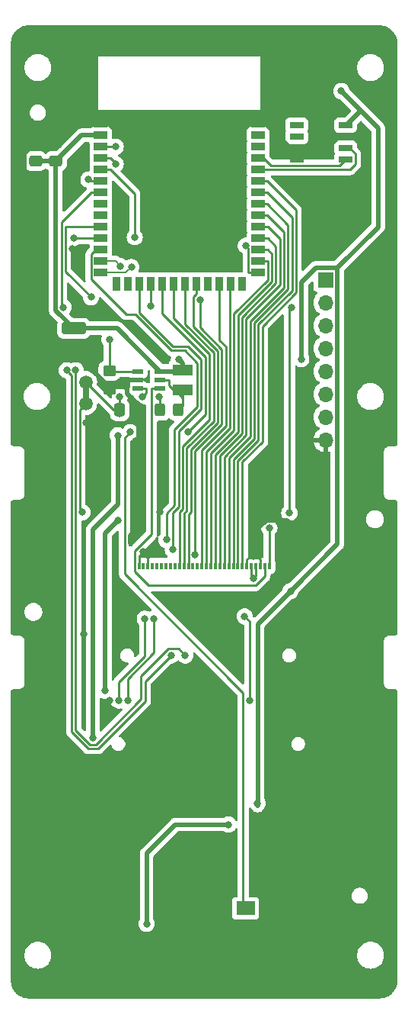
<source format=gtl>
G04 #@! TF.GenerationSoftware,KiCad,Pcbnew,8.0.1*
G04 #@! TF.CreationDate,2024-03-30T15:34:10-04:00*
G04 #@! TF.ProjectId,Bird3Controller,42697264-3343-46f6-9e74-726f6c6c6572,rev?*
G04 #@! TF.SameCoordinates,Original*
G04 #@! TF.FileFunction,Copper,L1,Top*
G04 #@! TF.FilePolarity,Positive*
%FSLAX46Y46*%
G04 Gerber Fmt 4.6, Leading zero omitted, Abs format (unit mm)*
G04 Created by KiCad (PCBNEW 8.0.1) date 2024-03-30 15:34:10*
%MOMM*%
%LPD*%
G01*
G04 APERTURE LIST*
G04 Aperture macros list*
%AMRoundRect*
0 Rectangle with rounded corners*
0 $1 Rounding radius*
0 $2 $3 $4 $5 $6 $7 $8 $9 X,Y pos of 4 corners*
0 Add a 4 corners polygon primitive as box body*
4,1,4,$2,$3,$4,$5,$6,$7,$8,$9,$2,$3,0*
0 Add four circle primitives for the rounded corners*
1,1,$1+$1,$2,$3*
1,1,$1+$1,$4,$5*
1,1,$1+$1,$6,$7*
1,1,$1+$1,$8,$9*
0 Add four rect primitives between the rounded corners*
20,1,$1+$1,$2,$3,$4,$5,0*
20,1,$1+$1,$4,$5,$6,$7,0*
20,1,$1+$1,$6,$7,$8,$9,0*
20,1,$1+$1,$8,$9,$2,$3,0*%
G04 Aperture macros list end*
G04 #@! TA.AperFunction,EtchedComponent*
%ADD10C,0.700000*%
G04 #@! TD*
G04 #@! TA.AperFunction,ComponentPad*
%ADD11R,1.700000X1.700000*%
G04 #@! TD*
G04 #@! TA.AperFunction,ComponentPad*
%ADD12O,1.700000X1.700000*%
G04 #@! TD*
G04 #@! TA.AperFunction,SMDPad,CuDef*
%ADD13R,1.525000X0.650000*%
G04 #@! TD*
G04 #@! TA.AperFunction,SMDPad,CuDef*
%ADD14RoundRect,0.250000X-1.100000X0.412500X-1.100000X-0.412500X1.100000X-0.412500X1.100000X0.412500X0*%
G04 #@! TD*
G04 #@! TA.AperFunction,SMDPad,CuDef*
%ADD15R,2.000000X1.500000*%
G04 #@! TD*
G04 #@! TA.AperFunction,SMDPad,CuDef*
%ADD16RoundRect,0.250000X-0.325000X-0.450000X0.325000X-0.450000X0.325000X0.450000X-0.325000X0.450000X0*%
G04 #@! TD*
G04 #@! TA.AperFunction,SMDPad,CuDef*
%ADD17RoundRect,0.250000X0.475000X-0.337500X0.475000X0.337500X-0.475000X0.337500X-0.475000X-0.337500X0*%
G04 #@! TD*
G04 #@! TA.AperFunction,SMDPad,CuDef*
%ADD18R,2.200000X1.200000*%
G04 #@! TD*
G04 #@! TA.AperFunction,SMDPad,CuDef*
%ADD19R,1.250000X0.600000*%
G04 #@! TD*
G04 #@! TA.AperFunction,SMDPad,CuDef*
%ADD20R,1.500000X0.900000*%
G04 #@! TD*
G04 #@! TA.AperFunction,SMDPad,CuDef*
%ADD21R,0.900000X1.500000*%
G04 #@! TD*
G04 #@! TA.AperFunction,SMDPad,CuDef*
%ADD22R,0.900000X0.900000*%
G04 #@! TD*
G04 #@! TA.AperFunction,SMDPad,CuDef*
%ADD23RoundRect,0.250000X-0.337500X-0.475000X0.337500X-0.475000X0.337500X0.475000X-0.337500X0.475000X0*%
G04 #@! TD*
G04 #@! TA.AperFunction,SMDPad,CuDef*
%ADD24R,0.300000X0.800000*%
G04 #@! TD*
G04 #@! TA.AperFunction,SMDPad,CuDef*
%ADD25R,0.400000X0.800000*%
G04 #@! TD*
G04 #@! TA.AperFunction,SMDPad,CuDef*
%ADD26RoundRect,0.250000X0.450000X-0.350000X0.450000X0.350000X-0.450000X0.350000X-0.450000X-0.350000X0*%
G04 #@! TD*
G04 #@! TA.AperFunction,SMDPad,CuDef*
%ADD27C,1.500000*%
G04 #@! TD*
G04 #@! TA.AperFunction,ViaPad*
%ADD28C,0.800000*%
G04 #@! TD*
G04 #@! TA.AperFunction,Conductor*
%ADD29C,0.250000*%
G04 #@! TD*
G04 #@! TA.AperFunction,Conductor*
%ADD30C,0.200000*%
G04 #@! TD*
G04 #@! TA.AperFunction,Conductor*
%ADD31C,0.500000*%
G04 #@! TD*
G04 APERTURE END LIST*
D10*
X168850000Y-84000000D02*
X168850000Y-81600000D01*
D11*
X195500000Y-70250000D03*
D12*
X195500000Y-72790000D03*
X195500000Y-75330000D03*
X195500000Y-77870000D03*
X195500000Y-80410000D03*
X195500000Y-82950000D03*
X195500000Y-85490000D03*
X195500000Y-88030000D03*
D13*
X192288000Y-53095000D03*
X192288000Y-54365000D03*
X192288000Y-55635000D03*
X192288000Y-56905000D03*
X197712000Y-56905000D03*
X197712000Y-55635000D03*
X197712000Y-54365000D03*
X197712000Y-53095000D03*
D14*
X167500000Y-75637500D03*
X167500000Y-78762500D03*
D15*
X178400000Y-140000000D03*
X186600000Y-140000000D03*
D16*
X177075000Y-84700000D03*
X179125000Y-84700000D03*
D17*
X163250000Y-57087500D03*
X163250000Y-55012500D03*
D18*
X179650000Y-80250000D03*
X179650000Y-82450000D03*
D19*
X174600000Y-80400000D03*
X174600000Y-81350000D03*
X174600000Y-82300000D03*
X177100000Y-82300000D03*
X177100000Y-81350000D03*
X177100000Y-80400000D03*
D20*
X170500000Y-52940000D03*
X170500000Y-54210000D03*
X170500000Y-55480000D03*
X170500000Y-56750000D03*
X170500000Y-58020000D03*
X170500000Y-59290000D03*
X170500000Y-60560000D03*
X170500000Y-61830000D03*
X170500000Y-63100000D03*
X170500000Y-64370000D03*
X170500000Y-65640000D03*
X170500000Y-66910000D03*
X170500000Y-68180000D03*
X170500000Y-69450000D03*
D21*
X172265000Y-70700000D03*
X173535000Y-70700000D03*
X174805000Y-70700000D03*
X176075000Y-70700000D03*
X177345000Y-70700000D03*
X178615000Y-70700000D03*
X179885000Y-70700000D03*
X181155000Y-70700000D03*
X182425000Y-70700000D03*
X183695000Y-70700000D03*
X184965000Y-70700000D03*
X186235000Y-70700000D03*
D20*
X188000000Y-69450000D03*
X188000000Y-68180000D03*
X188000000Y-66910000D03*
X188000000Y-65640000D03*
X188000000Y-64370000D03*
X188000000Y-63100000D03*
X188000000Y-61830000D03*
X188000000Y-60560000D03*
X188000000Y-59290000D03*
X188000000Y-58020000D03*
X188000000Y-56750000D03*
X188000000Y-55480000D03*
X188000000Y-54210000D03*
X188000000Y-52940000D03*
D22*
X176350000Y-59260000D03*
X176350000Y-60660000D03*
X176350000Y-62060000D03*
X176350000Y-62060000D03*
X177750000Y-59260000D03*
X177750000Y-59260000D03*
X177750000Y-60660000D03*
X177750000Y-62060000D03*
X179150000Y-59260000D03*
X179150000Y-60660000D03*
X179150000Y-62060000D03*
D17*
X165500000Y-57087500D03*
X165500000Y-55012500D03*
D23*
X172612500Y-84700000D03*
X174687500Y-84700000D03*
D24*
X189250000Y-102000000D03*
X188750000Y-102000000D03*
X188250000Y-102000000D03*
X187750000Y-102000000D03*
X187250000Y-102000000D03*
X186750000Y-102000000D03*
X186250000Y-102000000D03*
X185750000Y-102000000D03*
X185250000Y-102000000D03*
X184750000Y-102000000D03*
X184250000Y-102000000D03*
X183750000Y-102000000D03*
X183250000Y-102000000D03*
X182750000Y-102000000D03*
X182250000Y-102000000D03*
X181750000Y-102000000D03*
X181250000Y-102000000D03*
X180750000Y-102000000D03*
X180250000Y-102000000D03*
X179750000Y-102000000D03*
X179250000Y-102000000D03*
X178750000Y-102000000D03*
X178250000Y-102000000D03*
X177750000Y-102000000D03*
X177250000Y-102000000D03*
X176750000Y-102000000D03*
X176250000Y-102000000D03*
X175750000Y-102000000D03*
X175250000Y-102000000D03*
X174750000Y-102000000D03*
D25*
X190250000Y-99500000D03*
X173750000Y-99500000D03*
D26*
X171450000Y-82350000D03*
X171450000Y-80350000D03*
D27*
X168850000Y-84000000D03*
X168850000Y-81600000D03*
D28*
X190050000Y-89850000D03*
X190050000Y-86850000D03*
X190050000Y-84450000D03*
X190050000Y-80350000D03*
X190050000Y-77700000D03*
X190050000Y-75400000D03*
X161900000Y-43350000D03*
X161900000Y-148550000D03*
X202000000Y-148550000D03*
X202000000Y-43450000D03*
X167350000Y-66850000D03*
X167350000Y-72100000D03*
X178950000Y-68850000D03*
X178950000Y-52150000D03*
X185900000Y-52150000D03*
X172150000Y-52150000D03*
X178450000Y-59950000D03*
X177050000Y-59950000D03*
X177100000Y-61350000D03*
X178450000Y-61350000D03*
X172200000Y-66900000D03*
X175650000Y-68850000D03*
X185900000Y-68800000D03*
X185900000Y-61950000D03*
X185900000Y-56950000D03*
X176600000Y-116950000D03*
X174500000Y-126300000D03*
X171450000Y-116950000D03*
X168900000Y-86100000D03*
X168600000Y-109550000D03*
X175400000Y-107850000D03*
X172513433Y-116950000D03*
X178321000Y-111950000D03*
X172712500Y-68750000D03*
X173900000Y-68850000D03*
X172383933Y-87512384D03*
X169608000Y-121082000D03*
X169423000Y-72175000D03*
X171450000Y-76858600D03*
X166550000Y-122250000D03*
X193650000Y-106050000D03*
X169600000Y-80300000D03*
X180910000Y-141048000D03*
X175250000Y-100450000D03*
X166800000Y-59100000D03*
X180800000Y-105350000D03*
X173500000Y-109600000D03*
X177050000Y-96050000D03*
X172150000Y-61950000D03*
X177500000Y-88134500D03*
X174380000Y-88178998D03*
X173550000Y-75100000D03*
X188200000Y-92400000D03*
X169700000Y-126350000D03*
X189250000Y-97800000D03*
X168441000Y-96050000D03*
X187950000Y-128350000D03*
X191600000Y-104800000D03*
X192800000Y-79050000D03*
X187500000Y-103350000D03*
X179200000Y-79050000D03*
X197258000Y-49318300D03*
X176050000Y-73200000D03*
X172400000Y-96950000D03*
X170950000Y-115852226D03*
X176410000Y-107850000D03*
X173513000Y-116950000D03*
X166715997Y-80300000D03*
X166357291Y-73292709D03*
X179900000Y-111950000D03*
X167716000Y-80300000D03*
X169132000Y-59127500D03*
X191473611Y-96129912D03*
X187062000Y-116927000D03*
X186500000Y-107600000D03*
X191753698Y-73300000D03*
X172150000Y-57400000D03*
X181551000Y-72464200D03*
X181000000Y-100734000D03*
X174278000Y-65523000D03*
X180167719Y-87167500D03*
X173784718Y-87167500D03*
X172150000Y-55500000D03*
X177794000Y-99100000D03*
X178519000Y-100203000D03*
X186635000Y-66465300D03*
X172612000Y-83200000D03*
X175122000Y-83208200D03*
X176950000Y-83200002D03*
X175600000Y-141700000D03*
X184700000Y-130700000D03*
X167467000Y-65640000D03*
D29*
X188469000Y-88235772D02*
X186250000Y-90454772D01*
X188469000Y-75411188D02*
X188469000Y-88235772D01*
X192233000Y-71647188D02*
X188469000Y-75411188D01*
X192233000Y-62523000D02*
X192233000Y-71647188D01*
X189000000Y-59290000D02*
X192233000Y-62523000D01*
X186250000Y-90454772D02*
X186250000Y-102000000D01*
X188000000Y-59290000D02*
X189000000Y-59290000D01*
X188019000Y-75224792D02*
X191783000Y-71460792D01*
X189000000Y-60560000D02*
X188000000Y-60560000D01*
X188019000Y-88049376D02*
X188019000Y-75224792D01*
X185750000Y-90318376D02*
X188019000Y-88049376D01*
X191783000Y-71460792D02*
X191783000Y-63343000D01*
X185750000Y-102000000D02*
X185750000Y-90318376D01*
X191783000Y-63343000D02*
X189000000Y-60560000D01*
X187569000Y-87862980D02*
X185250000Y-90181980D01*
X187569000Y-75038396D02*
X187569000Y-87862980D01*
X191333000Y-64163000D02*
X191333000Y-71274396D01*
X191333000Y-71274396D02*
X187569000Y-75038396D01*
X185250000Y-90181980D02*
X185250000Y-102000000D01*
X188000000Y-61830000D02*
X189000000Y-61830000D01*
X189000000Y-61830000D02*
X191333000Y-64163000D01*
X189000000Y-63100000D02*
X188000000Y-63100000D01*
X190883000Y-71088000D02*
X190883000Y-64983000D01*
X184750000Y-90045584D02*
X187119000Y-87676584D01*
X187119000Y-74852000D02*
X190883000Y-71088000D01*
X190883000Y-64983000D02*
X189000000Y-63100000D01*
X184750000Y-102000000D02*
X184750000Y-90045584D01*
X187119000Y-87676584D02*
X187119000Y-74852000D01*
X186669000Y-87490188D02*
X184250000Y-89909188D01*
X184250000Y-89909188D02*
X184250000Y-102000000D01*
X186669000Y-74590188D02*
X186669000Y-87490188D01*
X190433000Y-70826188D02*
X186669000Y-74590188D01*
X190433000Y-65683000D02*
X190433000Y-70826188D01*
X188000000Y-64370000D02*
X189120000Y-64370000D01*
X189120000Y-64370000D02*
X190433000Y-65683000D01*
X186219000Y-87303792D02*
X183750000Y-89772792D01*
X186219000Y-74403792D02*
X186219000Y-87303792D01*
X189981000Y-70641792D02*
X186219000Y-74403792D01*
X189981000Y-66543800D02*
X189981000Y-70641792D01*
X189077000Y-65640000D02*
X189981000Y-66543800D01*
X183750000Y-89772792D02*
X183750000Y-102000000D01*
X188000000Y-65640000D02*
X189077000Y-65640000D01*
X183250000Y-89636396D02*
X183250000Y-102000000D01*
X185769000Y-87117396D02*
X183250000Y-89636396D01*
X185769000Y-74217396D02*
X185769000Y-87117396D01*
X189529000Y-70457396D02*
X185769000Y-74217396D01*
X189077000Y-66910000D02*
X189529000Y-67361900D01*
X189529000Y-67361900D02*
X189529000Y-70457396D01*
X188000000Y-66910000D02*
X189077000Y-66910000D01*
X185319000Y-74031000D02*
X185319000Y-86931000D01*
X185319000Y-86931000D02*
X182750000Y-89500000D01*
X182750000Y-89500000D02*
X182750000Y-102000000D01*
X189077000Y-70273000D02*
X185319000Y-74031000D01*
X189077000Y-68180000D02*
X189077000Y-70273000D01*
X188000000Y-68180000D02*
X189077000Y-68180000D01*
X184869000Y-86681792D02*
X182250000Y-89300792D01*
X182250000Y-89300792D02*
X182250000Y-102000000D01*
X184869000Y-70796000D02*
X184869000Y-86681792D01*
X184965000Y-70700000D02*
X184869000Y-70796000D01*
D30*
X173300000Y-69450000D02*
X170500000Y-69450000D01*
X173900000Y-68850000D02*
X173300000Y-69450000D01*
D29*
X172130000Y-55480000D02*
X170500000Y-55480000D01*
X172150000Y-55500000D02*
X172130000Y-55480000D01*
X171577000Y-56750000D02*
X170500000Y-56750000D01*
X172150000Y-57323000D02*
X171577000Y-56750000D01*
X172150000Y-57400000D02*
X172150000Y-57323000D01*
D31*
X177750000Y-60700000D02*
X177750000Y-60660000D01*
X177100000Y-61350000D02*
X177750000Y-60700000D01*
X177750000Y-62000000D02*
X177100000Y-61350000D01*
D29*
X175400000Y-112013604D02*
X172513433Y-114900171D01*
X175400000Y-107850000D02*
X175400000Y-112013604D01*
X172513433Y-114900171D02*
X172513433Y-117200000D01*
X173513000Y-114537000D02*
X176410000Y-111640000D01*
X173513000Y-117200000D02*
X173513000Y-114537000D01*
X176410000Y-111640000D02*
X176410000Y-107836000D01*
D31*
X194414000Y-68948100D02*
X196814000Y-68948100D01*
X192808000Y-71885361D02*
X192808000Y-70554100D01*
X192800000Y-79050000D02*
X192800000Y-71893361D01*
X192808000Y-70554100D02*
X194414000Y-68948100D01*
X192800000Y-71893361D02*
X192808000Y-71885361D01*
D29*
X176075000Y-73175000D02*
X176075000Y-70700000D01*
X176050000Y-73200000D02*
X176075000Y-73175000D01*
D31*
X169600000Y-80324100D02*
X171450000Y-82174100D01*
X169600000Y-80300000D02*
X169600000Y-80324100D01*
X168062500Y-78762500D02*
X167500000Y-78762500D01*
X169600000Y-80300000D02*
X168062500Y-78762500D01*
D29*
X167716000Y-120232000D02*
X167716000Y-80300000D01*
X169297000Y-121813000D02*
X167716000Y-120232000D01*
X169971000Y-121813000D02*
X169297000Y-121813000D01*
X174982000Y-116802000D02*
X169971000Y-121813000D01*
X174982000Y-114198000D02*
X174982000Y-116802000D01*
X178024000Y-111155000D02*
X174982000Y-114198000D01*
X179900000Y-111900000D02*
X179155000Y-111155000D01*
X179155000Y-111155000D02*
X178024000Y-111155000D01*
X168166000Y-95775000D02*
X168166000Y-84684000D01*
X168441000Y-96050000D02*
X168166000Y-95775000D01*
X168166000Y-84684000D02*
X168850000Y-84000000D01*
X175434000Y-114822000D02*
X178321000Y-111934000D01*
X175434000Y-117055000D02*
X175434000Y-114822000D01*
X170224000Y-122265000D02*
X175434000Y-117055000D01*
X167266000Y-80875305D02*
X167266000Y-120421000D01*
X166991000Y-80600305D02*
X167266000Y-80875305D01*
X169110000Y-122265000D02*
X170224000Y-122265000D01*
X166715997Y-80300000D02*
X166991000Y-80575003D01*
X166991000Y-80575003D02*
X166991000Y-80600305D01*
X167266000Y-120421000D02*
X169110000Y-122265000D01*
X170500000Y-66910000D02*
X169920000Y-66910000D01*
X169425000Y-70200000D02*
X173316396Y-74091396D01*
X169425000Y-67405000D02*
X169425000Y-70200000D01*
X169920000Y-66910000D02*
X169425000Y-67405000D01*
X174355000Y-74091396D02*
X178363604Y-78100000D01*
X173316396Y-74091396D02*
X174355000Y-74091396D01*
D31*
X174198000Y-98200000D02*
X173750000Y-98648100D01*
X174250000Y-98200000D02*
X174198000Y-98200000D01*
X174380000Y-98017800D02*
X174250000Y-98148100D01*
X174380000Y-88178998D02*
X174380000Y-98017800D01*
X174687500Y-87871498D02*
X174687500Y-84700000D01*
X174380000Y-88178998D02*
X174687500Y-87871498D01*
X173750000Y-98648100D02*
X173750000Y-99500000D01*
X174250000Y-98148100D02*
X174250000Y-98200000D01*
D29*
X173784718Y-87167500D02*
X173152000Y-87800218D01*
X186335000Y-139735000D02*
X186600000Y-140000000D01*
X173152000Y-87800218D02*
X173152000Y-102916000D01*
X173152000Y-102916000D02*
X186335000Y-116099000D01*
X186335000Y-116099000D02*
X186335000Y-139735000D01*
X177345000Y-73995000D02*
X177345000Y-70700000D01*
X182161000Y-78811000D02*
X177345000Y-73995000D01*
X182161000Y-85171300D02*
X182161000Y-78811000D01*
X180167719Y-87164581D02*
X182161000Y-85171300D01*
X180167719Y-87167500D02*
X180167719Y-87164581D01*
X179166000Y-95458200D02*
X178519000Y-96105700D01*
X178519000Y-96105700D02*
X178519000Y-100203000D01*
X181677000Y-84569400D02*
X179166000Y-87080400D01*
X179166000Y-87080400D02*
X179166000Y-95458200D01*
X181677000Y-79081882D02*
X181677000Y-84569400D01*
X180245118Y-77650000D02*
X181677000Y-79081882D01*
X178366045Y-78100000D02*
X179852441Y-78100000D01*
X178552441Y-77650000D02*
X180247559Y-77650000D01*
X174805000Y-70700000D02*
X174805000Y-73905000D01*
X174805000Y-73905000D02*
X178550000Y-77650000D01*
X177794000Y-96193906D02*
X177794000Y-99100000D01*
X178716000Y-95271906D02*
X177794000Y-96193906D01*
X178716000Y-86884000D02*
X178716000Y-95271906D01*
X181227000Y-84373000D02*
X178716000Y-86884000D01*
X181227000Y-79477000D02*
X181227000Y-84373000D01*
X179850000Y-78100000D02*
X181227000Y-79477000D01*
D31*
X179200000Y-79050000D02*
X179650000Y-79500000D01*
X179650000Y-79500000D02*
X179650000Y-80250000D01*
D29*
X179650000Y-82450000D02*
X179575000Y-82525000D01*
D31*
X179500000Y-80400000D02*
X179650000Y-80250000D01*
X177100000Y-80400000D02*
X179500000Y-80400000D01*
X179650000Y-80250000D02*
X179474000Y-80250000D01*
D29*
X179575000Y-82525000D02*
X179575000Y-83376900D01*
X174687500Y-85382000D02*
X174687500Y-84700000D01*
X174688000Y-85382500D02*
X174687500Y-85382000D01*
X172612500Y-84370600D02*
X172612500Y-84700000D01*
X172612000Y-84370100D02*
X172612500Y-84370600D01*
X171950000Y-84700000D02*
X172612500Y-84700000D01*
X168850000Y-81600000D02*
X171950000Y-84700000D01*
X179575000Y-84250000D02*
X179575000Y-83376900D01*
X179125000Y-84700000D02*
X179575000Y-84250000D01*
X177075000Y-83375002D02*
X177075000Y-84700000D01*
X176900000Y-83200002D02*
X177075000Y-83375002D01*
X171500000Y-80400000D02*
X171450000Y-80350000D01*
X174600000Y-80400000D02*
X171500000Y-80400000D01*
X198230000Y-58020000D02*
X188000000Y-58020000D01*
X198799500Y-57450500D02*
X198230000Y-58020000D01*
X198799500Y-56255000D02*
X198799500Y-57450500D01*
X198179500Y-55635000D02*
X198799500Y-56255000D01*
X197712000Y-55635000D02*
X198179500Y-55635000D01*
X197062000Y-57555000D02*
X189405000Y-57555000D01*
X189405000Y-57555000D02*
X188600000Y-56750000D01*
X197712000Y-56905000D02*
X197062000Y-57555000D01*
X188600000Y-56750000D02*
X188000000Y-56750000D01*
D31*
X192288000Y-55635000D02*
X195724500Y-55635000D01*
X195724500Y-55635000D02*
X196994500Y-54365000D01*
X196994500Y-54365000D02*
X197712000Y-54365000D01*
X192288000Y-55635000D02*
X192288000Y-56905000D01*
X188830000Y-52940000D02*
X191525000Y-55635000D01*
X191525000Y-55635000D02*
X192288000Y-55635000D01*
X188000000Y-52940000D02*
X188830000Y-52940000D01*
X197855000Y-53095000D02*
X197712000Y-53095000D01*
X199444850Y-51505150D02*
X197855000Y-53095000D01*
X199444850Y-51505150D02*
X197258000Y-49318300D01*
X201350000Y-53410300D02*
X199444850Y-51505150D01*
X201350000Y-64412100D02*
X201350000Y-53410300D01*
X196814000Y-68948100D02*
X201350000Y-64412100D01*
D30*
X172712500Y-68750000D02*
X172142500Y-68180000D01*
X172142500Y-68180000D02*
X170500000Y-68180000D01*
D31*
X172383933Y-87512384D02*
X172393000Y-87521451D01*
X169608000Y-97992000D02*
X169608000Y-121082000D01*
X172393000Y-87521451D02*
X172393000Y-95207000D01*
X172393000Y-95207000D02*
X169608000Y-97992000D01*
D29*
X169423000Y-72175000D02*
X166575000Y-69327000D01*
X166575000Y-64370000D02*
X170500000Y-64370000D01*
X171450000Y-76858600D02*
X171450000Y-80350000D01*
X166575000Y-69327000D02*
X166575000Y-64370000D01*
D31*
X179862000Y-140000000D02*
X180910000Y-141048000D01*
X179150000Y-62060000D02*
X179150000Y-60660000D01*
D29*
X174750000Y-102000000D02*
X174750000Y-100950000D01*
D31*
X173523000Y-81350000D02*
X173523000Y-82106900D01*
X177750000Y-62060000D02*
X177750000Y-62000000D01*
X187500000Y-98347918D02*
X188897918Y-96950000D01*
X176350000Y-60660000D02*
X176350000Y-59260000D01*
X174600000Y-81350000D02*
X173523000Y-81350000D01*
X163250000Y-55012500D02*
X162039000Y-56223500D01*
X191250100Y-96950000D02*
X191812000Y-97511900D01*
X176350000Y-62060000D02*
X177750000Y-62060000D01*
X180052000Y-59260000D02*
X186372000Y-52940000D01*
D29*
X187500000Y-101100000D02*
X188050000Y-101100000D01*
X188050000Y-101100000D02*
X188250000Y-101300000D01*
D31*
X176350000Y-57588100D02*
X176350000Y-59260000D01*
D29*
X186950000Y-101100000D02*
X186750000Y-101300000D01*
D31*
X187500000Y-101100000D02*
X187500000Y-98347918D01*
X170500000Y-52940000D02*
X171702000Y-52940000D01*
X171450000Y-82174100D02*
X173456000Y-82174100D01*
D29*
X174750000Y-100950000D02*
X175250000Y-100450000D01*
D31*
X177750000Y-60660000D02*
X177750000Y-59260000D01*
D29*
X188250000Y-101300000D02*
X188250000Y-102000000D01*
D31*
X186372000Y-52940000D02*
X188000000Y-52940000D01*
X173456000Y-82866100D02*
X173456000Y-82174100D01*
X174688000Y-85382500D02*
X174688000Y-84097700D01*
X171702000Y-52940000D02*
X176350000Y-57588100D01*
X174688000Y-84097700D02*
X173456000Y-82866100D01*
X179150000Y-62060000D02*
X177750000Y-62060000D01*
X165500000Y-55012500D02*
X163250000Y-55012500D01*
X178400000Y-140000000D02*
X179862000Y-140000000D01*
X179150000Y-60660000D02*
X179150000Y-59260000D01*
D29*
X187500000Y-101100000D02*
X186950000Y-101100000D01*
D31*
X173523000Y-82106900D02*
X173456000Y-82174100D01*
X191812000Y-97511900D02*
X195500000Y-93823900D01*
X195500000Y-93823900D02*
X195500000Y-88030000D01*
X170500000Y-52940000D02*
X167572000Y-52940000D01*
X179150000Y-59260000D02*
X180052000Y-59260000D01*
D29*
X175750000Y-100950000D02*
X175250000Y-100450000D01*
D31*
X167572000Y-52940000D02*
X165500000Y-55012500D01*
X176350000Y-62060000D02*
X176350000Y-60660000D01*
X190250000Y-99500000D02*
X190250000Y-99073900D01*
D29*
X175750000Y-102000000D02*
X175750000Y-100950000D01*
D31*
X162039000Y-73301500D02*
X167500000Y-78762500D01*
X188897918Y-96950000D02*
X191250100Y-96950000D01*
X171450000Y-82174100D02*
X171450000Y-82350000D01*
X162039000Y-56223500D02*
X162039000Y-73301500D01*
X190250000Y-99073900D02*
X191812000Y-97511900D01*
D29*
X186750000Y-101300000D02*
X186750000Y-102000000D01*
X189250000Y-97800000D02*
X189250000Y-102000000D01*
X177100000Y-82300000D02*
X176148000Y-82300000D01*
X188750000Y-103125305D02*
X188750000Y-102000000D01*
X175844000Y-104175000D02*
X187700305Y-104175000D01*
X174255000Y-100379000D02*
X174255000Y-102586000D01*
X176148000Y-82300000D02*
X176148000Y-98486600D01*
X176148000Y-98486600D02*
X174255000Y-100379000D01*
X174255000Y-102586000D02*
X175844000Y-104175000D01*
X187700305Y-104175000D02*
X188750000Y-103125305D01*
X179493000Y-83303800D02*
X179493000Y-83241200D01*
X179067000Y-82815400D02*
X178942000Y-82815400D01*
X178052000Y-81350000D02*
X177100000Y-81350000D01*
X179493000Y-83241200D02*
X179067000Y-82815400D01*
X178942000Y-82815400D02*
X178052000Y-81925400D01*
X179575000Y-83376900D02*
X179566000Y-83376900D01*
X179566000Y-83376900D02*
X179493000Y-83303800D01*
X178052000Y-81925400D02*
X178052000Y-81350000D01*
D31*
X170500000Y-54210000D02*
X168378000Y-54210000D01*
D29*
X187250000Y-103100000D02*
X187500000Y-103350000D01*
D31*
X191600000Y-104800000D02*
X187956000Y-108444000D01*
D29*
X187250000Y-102000000D02*
X187250000Y-103100000D01*
D31*
X165500000Y-57087500D02*
X163250000Y-57087500D01*
X165500000Y-57087500D02*
X165500000Y-73637500D01*
X187956000Y-108444000D02*
X187956000Y-128594000D01*
X167500000Y-75637500D02*
X172337500Y-75637500D01*
X187956000Y-128594000D02*
X187950000Y-128600000D01*
X196814000Y-99586000D02*
X196814000Y-68948100D01*
D29*
X187750000Y-103100000D02*
X187500000Y-103350000D01*
D31*
X172337500Y-75637500D02*
X177100000Y-80400000D01*
X191600000Y-104800000D02*
X196814000Y-99586000D01*
X165500000Y-73637500D02*
X167500000Y-75637500D01*
D29*
X187750000Y-102000000D02*
X187750000Y-103100000D01*
D31*
X168378000Y-54210000D02*
X165500000Y-57087500D01*
X170950000Y-98400000D02*
X170950000Y-115852226D01*
X172400000Y-96950000D02*
X170950000Y-98400000D01*
D29*
X166125000Y-63858000D02*
X169423000Y-60560000D01*
X166357291Y-73292709D02*
X166125000Y-73060418D01*
X169423000Y-60560000D02*
X170500000Y-60560000D01*
X166125000Y-73060418D02*
X166125000Y-63858000D01*
X169132000Y-59127500D02*
X169261000Y-59127500D01*
X169261000Y-59127500D02*
X169423000Y-59290000D01*
X169423000Y-59290000D02*
X170500000Y-59290000D01*
X191473611Y-96129912D02*
X191478698Y-96124825D01*
X191478698Y-96124825D02*
X191478698Y-73575000D01*
X187062000Y-108162000D02*
X187062000Y-116927000D01*
X191478698Y-73575000D02*
X191753698Y-73300000D01*
X186500000Y-107600000D02*
X187062000Y-108162000D01*
X174278000Y-60721400D02*
X174278000Y-65523000D01*
X181551000Y-72464200D02*
X181551000Y-75554300D01*
X171577000Y-58020000D02*
X174278000Y-60721400D01*
X183969000Y-77972100D02*
X183969000Y-86309000D01*
X183969000Y-86309000D02*
X181000000Y-89278000D01*
X170500000Y-58020000D02*
X171577000Y-58020000D01*
X181551000Y-75554300D02*
X183969000Y-77972100D01*
X181000000Y-89278000D02*
X181000000Y-100734000D01*
X184419000Y-86495396D02*
X184419000Y-77669000D01*
X181750000Y-102000000D02*
X181750000Y-89164396D01*
X183705000Y-76955000D02*
X183695000Y-76955000D01*
X181750000Y-89164396D02*
X184419000Y-86495396D01*
X184419000Y-77669000D02*
X183705000Y-76955000D01*
X183695000Y-76955000D02*
X183695000Y-70700000D01*
X180816000Y-72115800D02*
X181155000Y-71776900D01*
X180522000Y-96019800D02*
X180522000Y-89117000D01*
X180816000Y-75458300D02*
X180816000Y-72115800D01*
X183517000Y-86121800D02*
X183517000Y-78159300D01*
X180250000Y-96291700D02*
X180522000Y-96019800D01*
X180522000Y-89117000D02*
X183517000Y-86121800D01*
X180250000Y-102000000D02*
X180250000Y-96291700D01*
X181155000Y-71776900D02*
X181155000Y-70700000D01*
X183517000Y-78159300D02*
X180816000Y-75458300D01*
X179885000Y-75166300D02*
X179885000Y-70700000D01*
X179750000Y-102000000D02*
X179750000Y-96152600D01*
X183065000Y-85934600D02*
X183065000Y-78346500D01*
X180070000Y-95832600D02*
X180070000Y-88929800D01*
X180070000Y-88929800D02*
X183065000Y-85934600D01*
X183065000Y-78346500D02*
X179885000Y-75166300D01*
X179750000Y-96152600D02*
X180070000Y-95832600D01*
X179250000Y-96013500D02*
X179618000Y-95645400D01*
X178615000Y-74535500D02*
X178615000Y-70700000D01*
X182613000Y-85747400D02*
X182613000Y-78533800D01*
X179618000Y-88742600D02*
X182613000Y-85747400D01*
X182613000Y-78533800D02*
X178615000Y-74535500D01*
X179250000Y-102000000D02*
X179250000Y-96013500D01*
X179618000Y-95645400D02*
X179618000Y-88742600D01*
X186923000Y-66753700D02*
X186635000Y-66465300D01*
X188000000Y-69450000D02*
X186923000Y-69450000D01*
X186923000Y-69450000D02*
X186923000Y-66753700D01*
X175552000Y-82778300D02*
X175122000Y-83208200D01*
X172612000Y-83200000D02*
X172612000Y-84370100D01*
X172612000Y-85350000D02*
X172162000Y-84900000D01*
X175552000Y-82300000D02*
X175552000Y-82778300D01*
X172612000Y-84370100D02*
X172612000Y-85350000D01*
X174600000Y-82300000D02*
X175552000Y-82300000D01*
D31*
X184700000Y-130700000D02*
X178787000Y-130700000D01*
X178787000Y-130700000D02*
X175600000Y-133887000D01*
X175600000Y-133887000D02*
X175600000Y-141700000D01*
D29*
X167467000Y-65640000D02*
X170500000Y-65640000D01*
G04 #@! TA.AperFunction,Conductor*
G36*
X171575729Y-116600284D02*
G01*
X171624425Y-116650389D01*
X171638301Y-116718867D01*
X171632688Y-116746572D01*
X171627760Y-116761739D01*
X171627759Y-116761741D01*
X171627759Y-116761744D01*
X171607973Y-116950000D01*
X171627759Y-117138256D01*
X171627760Y-117138259D01*
X171686251Y-117318277D01*
X171686254Y-117318284D01*
X171780900Y-117482216D01*
X171907562Y-117622888D01*
X172060698Y-117734148D01*
X172060703Y-117734151D01*
X172233625Y-117811142D01*
X172233630Y-117811144D01*
X172418787Y-117850500D01*
X172418788Y-117850500D01*
X172608077Y-117850500D01*
X172608079Y-117850500D01*
X172758435Y-117818541D01*
X172828101Y-117823857D01*
X172883835Y-117865994D01*
X172907940Y-117931574D01*
X172892763Y-117999775D01*
X172871896Y-118027512D01*
X170570181Y-120329228D01*
X170508858Y-120362713D01*
X170439166Y-120357729D01*
X170383233Y-120315857D01*
X170358816Y-120250393D01*
X170358500Y-120241547D01*
X170358500Y-116765535D01*
X170378185Y-116698496D01*
X170430989Y-116652741D01*
X170500147Y-116642797D01*
X170532929Y-116652253D01*
X170670197Y-116713370D01*
X170855354Y-116752726D01*
X170855355Y-116752726D01*
X171044644Y-116752726D01*
X171044646Y-116752726D01*
X171229803Y-116713370D01*
X171402730Y-116636377D01*
X171441871Y-116607939D01*
X171507675Y-116584459D01*
X171575729Y-116600284D01*
G37*
G04 #@! TD.AperFunction*
G04 #@! TA.AperFunction,Conductor*
G36*
X173705223Y-83023337D02*
G01*
X173708572Y-83025758D01*
X173732665Y-83043793D01*
X173732671Y-83043797D01*
X173775449Y-83059752D01*
X173867517Y-83094091D01*
X173927127Y-83100500D01*
X174093570Y-83100499D01*
X174160609Y-83120183D01*
X174206364Y-83172987D01*
X174216890Y-83211535D01*
X174236326Y-83396456D01*
X174236327Y-83396459D01*
X174294818Y-83576477D01*
X174294821Y-83576484D01*
X174389467Y-83740416D01*
X174516129Y-83881088D01*
X174669265Y-83992348D01*
X174669270Y-83992351D01*
X174842192Y-84069342D01*
X174842197Y-84069344D01*
X175027354Y-84108700D01*
X175027355Y-84108700D01*
X175216644Y-84108700D01*
X175216646Y-84108700D01*
X175372719Y-84075526D01*
X175442386Y-84080842D01*
X175498120Y-84122979D01*
X175522225Y-84188559D01*
X175522500Y-84196816D01*
X175522500Y-98176078D01*
X175502815Y-98243117D01*
X175486167Y-98263773D01*
X173989167Y-99760298D01*
X173927839Y-99793773D01*
X173858148Y-99788778D01*
X173802221Y-99746898D01*
X173777815Y-99681429D01*
X173777500Y-99672603D01*
X173777500Y-88190064D01*
X173797185Y-88123025D01*
X173849989Y-88077270D01*
X173875720Y-88068774D01*
X173879361Y-88068000D01*
X173879364Y-88068000D01*
X174064521Y-88028644D01*
X174237448Y-87951651D01*
X174390589Y-87840388D01*
X174517251Y-87699716D01*
X174611897Y-87535784D01*
X174670392Y-87355756D01*
X174690178Y-87167500D01*
X174670392Y-86979244D01*
X174611897Y-86799216D01*
X174517251Y-86635284D01*
X174390589Y-86494612D01*
X174377727Y-86485267D01*
X174237452Y-86383351D01*
X174237447Y-86383348D01*
X174064525Y-86306357D01*
X174064520Y-86306355D01*
X173918719Y-86275365D01*
X173879364Y-86267000D01*
X173690072Y-86267000D01*
X173657615Y-86273898D01*
X173504915Y-86306355D01*
X173504910Y-86306357D01*
X173331988Y-86383348D01*
X173331983Y-86383351D01*
X173178847Y-86494611D01*
X173052184Y-86635285D01*
X173019546Y-86691814D01*
X172968978Y-86740028D01*
X172900371Y-86753250D01*
X172842396Y-86731311D01*
X172842296Y-86731485D01*
X172841234Y-86730871D01*
X172839276Y-86730131D01*
X172836666Y-86728235D01*
X172836662Y-86728232D01*
X172663740Y-86651241D01*
X172663735Y-86651239D01*
X172517934Y-86620249D01*
X172478579Y-86611884D01*
X172289287Y-86611884D01*
X172256830Y-86618782D01*
X172104130Y-86651239D01*
X172104125Y-86651241D01*
X171931203Y-86728232D01*
X171931198Y-86728235D01*
X171778062Y-86839495D01*
X171651399Y-86980169D01*
X171556754Y-87144099D01*
X171556751Y-87144106D01*
X171498260Y-87324124D01*
X171498259Y-87324128D01*
X171478473Y-87512384D01*
X171498259Y-87700640D01*
X171498260Y-87700643D01*
X171556751Y-87880661D01*
X171556754Y-87880668D01*
X171604966Y-87964174D01*
X171625887Y-88000409D01*
X171642500Y-88062409D01*
X171642500Y-94844769D01*
X171622815Y-94911808D01*
X171606181Y-94932450D01*
X169025050Y-97513580D01*
X169025044Y-97513588D01*
X168975812Y-97587268D01*
X168975813Y-97587269D01*
X168942921Y-97636496D01*
X168942914Y-97636508D01*
X168886342Y-97773086D01*
X168886340Y-97773092D01*
X168857500Y-97918079D01*
X168857500Y-120189547D01*
X168837815Y-120256586D01*
X168785011Y-120302341D01*
X168715853Y-120312285D01*
X168652297Y-120283260D01*
X168645819Y-120277228D01*
X168377819Y-120009228D01*
X168344334Y-119947905D01*
X168341500Y-119921547D01*
X168341500Y-97074500D01*
X168361185Y-97007461D01*
X168413989Y-96961706D01*
X168465500Y-96950500D01*
X168535644Y-96950500D01*
X168535646Y-96950500D01*
X168720803Y-96911144D01*
X168893730Y-96834151D01*
X169046871Y-96722888D01*
X169173533Y-96582216D01*
X169268179Y-96418284D01*
X169326674Y-96238256D01*
X169346460Y-96050000D01*
X169326674Y-95861744D01*
X169268179Y-95681716D01*
X169173533Y-95517784D01*
X169046871Y-95377112D01*
X169046870Y-95377111D01*
X168893731Y-95265849D01*
X168865063Y-95253085D01*
X168811826Y-95207834D01*
X168791506Y-95140984D01*
X168791500Y-95139806D01*
X168791500Y-85374020D01*
X168811185Y-85306981D01*
X168863989Y-85261226D01*
X168904692Y-85250492D01*
X169067977Y-85236207D01*
X169279330Y-85179575D01*
X169477639Y-85087102D01*
X169656877Y-84961598D01*
X169811598Y-84806877D01*
X169937102Y-84627639D01*
X170029575Y-84429330D01*
X170086207Y-84217977D01*
X170103028Y-84025699D01*
X170128480Y-83960632D01*
X170185071Y-83919653D01*
X170254833Y-83915775D01*
X170314237Y-83948827D01*
X171461016Y-85095606D01*
X171461045Y-85095637D01*
X171488181Y-85122773D01*
X171521666Y-85184096D01*
X171524500Y-85210447D01*
X171524500Y-85224998D01*
X171524501Y-85225018D01*
X171535001Y-85327797D01*
X171535001Y-85327799D01*
X171588750Y-85490000D01*
X171590186Y-85494334D01*
X171682288Y-85643656D01*
X171806344Y-85767712D01*
X171955666Y-85859814D01*
X172122203Y-85914999D01*
X172224991Y-85925500D01*
X172342201Y-85925499D01*
X172389653Y-85934937D01*
X172396207Y-85937652D01*
X172429548Y-85951463D01*
X172489971Y-85963481D01*
X172550393Y-85975500D01*
X172673607Y-85975500D01*
X172734029Y-85963481D01*
X172794452Y-85951463D01*
X172834346Y-85934938D01*
X172881799Y-85925499D01*
X173000002Y-85925499D01*
X173000008Y-85925499D01*
X173102797Y-85914999D01*
X173269334Y-85859814D01*
X173418656Y-85767712D01*
X173542712Y-85643656D01*
X173634814Y-85494334D01*
X173689999Y-85327797D01*
X173700500Y-85225009D01*
X173700499Y-84174992D01*
X173697969Y-84150228D01*
X173689999Y-84072203D01*
X173689998Y-84072200D01*
X173674590Y-84025701D01*
X173634814Y-83905666D01*
X173542712Y-83756344D01*
X173472181Y-83685813D01*
X173438696Y-83624490D01*
X173441931Y-83559814D01*
X173460478Y-83502732D01*
X173497674Y-83388256D01*
X173517460Y-83200000D01*
X173510941Y-83137982D01*
X173523510Y-83069258D01*
X173571241Y-83018234D01*
X173638981Y-83001115D01*
X173705223Y-83023337D01*
G37*
G04 #@! TD.AperFunction*
G04 #@! TA.AperFunction,Conductor*
G36*
X194068834Y-70457147D02*
G01*
X194124767Y-70499019D01*
X194149184Y-70564483D01*
X194149500Y-70573329D01*
X194149500Y-71147870D01*
X194149501Y-71147876D01*
X194155908Y-71207483D01*
X194206202Y-71342328D01*
X194206206Y-71342335D01*
X194292452Y-71457544D01*
X194292455Y-71457547D01*
X194407664Y-71543793D01*
X194407671Y-71543797D01*
X194539081Y-71592810D01*
X194595015Y-71634681D01*
X194619432Y-71700145D01*
X194604580Y-71768418D01*
X194583430Y-71796673D01*
X194461503Y-71918600D01*
X194325965Y-72112169D01*
X194325964Y-72112171D01*
X194226098Y-72326335D01*
X194226094Y-72326344D01*
X194164938Y-72554586D01*
X194164936Y-72554596D01*
X194144341Y-72789999D01*
X194144341Y-72790000D01*
X194164936Y-73025403D01*
X194164938Y-73025413D01*
X194226094Y-73253655D01*
X194226096Y-73253659D01*
X194226097Y-73253663D01*
X194244305Y-73292709D01*
X194325965Y-73467830D01*
X194325967Y-73467834D01*
X194335162Y-73480965D01*
X194461219Y-73660993D01*
X194461501Y-73661395D01*
X194461506Y-73661402D01*
X194628597Y-73828493D01*
X194628603Y-73828498D01*
X194814158Y-73958425D01*
X194857783Y-74013002D01*
X194864977Y-74082500D01*
X194833454Y-74144855D01*
X194814158Y-74161575D01*
X194628597Y-74291505D01*
X194461505Y-74458597D01*
X194325965Y-74652169D01*
X194325964Y-74652171D01*
X194226098Y-74866335D01*
X194226094Y-74866344D01*
X194164938Y-75094586D01*
X194164936Y-75094596D01*
X194144341Y-75329999D01*
X194144341Y-75330000D01*
X194164936Y-75565403D01*
X194164938Y-75565413D01*
X194226094Y-75793655D01*
X194226096Y-75793659D01*
X194226097Y-75793663D01*
X194270448Y-75888774D01*
X194325965Y-76007830D01*
X194325967Y-76007834D01*
X194461501Y-76201395D01*
X194461506Y-76201402D01*
X194628597Y-76368493D01*
X194628603Y-76368498D01*
X194814158Y-76498425D01*
X194857783Y-76553002D01*
X194864977Y-76622500D01*
X194833454Y-76684855D01*
X194814158Y-76701575D01*
X194628597Y-76831505D01*
X194461505Y-76998597D01*
X194325965Y-77192169D01*
X194325964Y-77192171D01*
X194226098Y-77406335D01*
X194226094Y-77406344D01*
X194164938Y-77634586D01*
X194164936Y-77634596D01*
X194144341Y-77869999D01*
X194144341Y-77870000D01*
X194164936Y-78105403D01*
X194164938Y-78105413D01*
X194226094Y-78333655D01*
X194226096Y-78333659D01*
X194226097Y-78333663D01*
X194310972Y-78515677D01*
X194325965Y-78547830D01*
X194325967Y-78547834D01*
X194461501Y-78741395D01*
X194461506Y-78741402D01*
X194628597Y-78908493D01*
X194628603Y-78908498D01*
X194814158Y-79038425D01*
X194857783Y-79093002D01*
X194864977Y-79162500D01*
X194833454Y-79224855D01*
X194814158Y-79241575D01*
X194628597Y-79371505D01*
X194461505Y-79538597D01*
X194325965Y-79732169D01*
X194325964Y-79732171D01*
X194226098Y-79946335D01*
X194226094Y-79946344D01*
X194164938Y-80174586D01*
X194164936Y-80174596D01*
X194144341Y-80409999D01*
X194144341Y-80410000D01*
X194164936Y-80645403D01*
X194164938Y-80645413D01*
X194226094Y-80873655D01*
X194226096Y-80873659D01*
X194226097Y-80873663D01*
X194272367Y-80972888D01*
X194325965Y-81087830D01*
X194325967Y-81087834D01*
X194461501Y-81281395D01*
X194461506Y-81281402D01*
X194628597Y-81448493D01*
X194628603Y-81448498D01*
X194814158Y-81578425D01*
X194857783Y-81633002D01*
X194864977Y-81702500D01*
X194833454Y-81764855D01*
X194814158Y-81781575D01*
X194628597Y-81911505D01*
X194461505Y-82078597D01*
X194325965Y-82272169D01*
X194325964Y-82272171D01*
X194226098Y-82486335D01*
X194226094Y-82486344D01*
X194164938Y-82714586D01*
X194164936Y-82714596D01*
X194144341Y-82949999D01*
X194144341Y-82950000D01*
X194164936Y-83185403D01*
X194164938Y-83185413D01*
X194226094Y-83413655D01*
X194226096Y-83413659D01*
X194226097Y-83413663D01*
X194323707Y-83622988D01*
X194325965Y-83627830D01*
X194325967Y-83627834D01*
X194461501Y-83821395D01*
X194461506Y-83821402D01*
X194628597Y-83988493D01*
X194628603Y-83988498D01*
X194814158Y-84118425D01*
X194857783Y-84173002D01*
X194864977Y-84242500D01*
X194833454Y-84304855D01*
X194814158Y-84321575D01*
X194628597Y-84451505D01*
X194461505Y-84618597D01*
X194325965Y-84812169D01*
X194325964Y-84812171D01*
X194226098Y-85026335D01*
X194226094Y-85026344D01*
X194164938Y-85254586D01*
X194164936Y-85254596D01*
X194144341Y-85489999D01*
X194144341Y-85490000D01*
X194164936Y-85725403D01*
X194164938Y-85725413D01*
X194226094Y-85953655D01*
X194226096Y-85953659D01*
X194226097Y-85953663D01*
X194325965Y-86167830D01*
X194325967Y-86167834D01*
X194422961Y-86306355D01*
X194461505Y-86361401D01*
X194628599Y-86528495D01*
X194803898Y-86651241D01*
X194814594Y-86658730D01*
X194858219Y-86713307D01*
X194865413Y-86782805D01*
X194833890Y-86845160D01*
X194814595Y-86861880D01*
X194628922Y-86991890D01*
X194628920Y-86991891D01*
X194461891Y-87158920D01*
X194461886Y-87158926D01*
X194326400Y-87352420D01*
X194326399Y-87352422D01*
X194226570Y-87566507D01*
X194226567Y-87566513D01*
X194169364Y-87779999D01*
X194169364Y-87780000D01*
X195066988Y-87780000D01*
X195034075Y-87837007D01*
X195000000Y-87964174D01*
X195000000Y-88095826D01*
X195034075Y-88222993D01*
X195066988Y-88280000D01*
X194169364Y-88280000D01*
X194226567Y-88493486D01*
X194226570Y-88493492D01*
X194326399Y-88707578D01*
X194461894Y-88901082D01*
X194628917Y-89068105D01*
X194822421Y-89203600D01*
X195036507Y-89303429D01*
X195036516Y-89303433D01*
X195250000Y-89360634D01*
X195250000Y-88463012D01*
X195307007Y-88495925D01*
X195434174Y-88530000D01*
X195565826Y-88530000D01*
X195692993Y-88495925D01*
X195750000Y-88463012D01*
X195750000Y-89360633D01*
X195907407Y-89318458D01*
X195977257Y-89320121D01*
X196035119Y-89359284D01*
X196062623Y-89423512D01*
X196063500Y-89438233D01*
X196063500Y-99223769D01*
X196043815Y-99290808D01*
X196027181Y-99311450D01*
X191447228Y-103891402D01*
X191385905Y-103924887D01*
X191385329Y-103925011D01*
X191320196Y-103938856D01*
X191320192Y-103938857D01*
X191147270Y-104015848D01*
X191147265Y-104015851D01*
X190994129Y-104127111D01*
X190867466Y-104267785D01*
X190772821Y-104431715D01*
X190772819Y-104431719D01*
X190717478Y-104602041D01*
X190687228Y-104651403D01*
X187649292Y-107689338D01*
X187587969Y-107722823D01*
X187518277Y-107717839D01*
X187473930Y-107689338D01*
X187457637Y-107673045D01*
X187457606Y-107673016D01*
X187438960Y-107654370D01*
X187405475Y-107593047D01*
X187403323Y-107579671D01*
X187385674Y-107411744D01*
X187327179Y-107231716D01*
X187232533Y-107067784D01*
X187105871Y-106927112D01*
X187105870Y-106927111D01*
X186952734Y-106815851D01*
X186952729Y-106815848D01*
X186779807Y-106738857D01*
X186779802Y-106738855D01*
X186628327Y-106706659D01*
X186594646Y-106699500D01*
X186405354Y-106699500D01*
X186372897Y-106706398D01*
X186220197Y-106738855D01*
X186220192Y-106738857D01*
X186047270Y-106815848D01*
X186047265Y-106815851D01*
X185894129Y-106927111D01*
X185767466Y-107067785D01*
X185672821Y-107231715D01*
X185672818Y-107231722D01*
X185614327Y-107411740D01*
X185614326Y-107411744D01*
X185594540Y-107600000D01*
X185614326Y-107788256D01*
X185614327Y-107788259D01*
X185672818Y-107968277D01*
X185672821Y-107968284D01*
X185767467Y-108132216D01*
X185894129Y-108272888D01*
X186047265Y-108384148D01*
X186047270Y-108384151D01*
X186220192Y-108461142D01*
X186220193Y-108461142D01*
X186220197Y-108461144D01*
X186316662Y-108481648D01*
X186338280Y-108486243D01*
X186399762Y-108519435D01*
X186433539Y-108580598D01*
X186436500Y-108607533D01*
X186436500Y-115016547D01*
X186416815Y-115083586D01*
X186364011Y-115129341D01*
X186294853Y-115139285D01*
X186231297Y-115110260D01*
X186224819Y-115104228D01*
X176132771Y-105012181D01*
X176099286Y-104950858D01*
X176104270Y-104881166D01*
X176146142Y-104825233D01*
X176211606Y-104800816D01*
X176220452Y-104800500D01*
X187761912Y-104800500D01*
X187822334Y-104788481D01*
X187882757Y-104776463D01*
X187882760Y-104776461D01*
X187882763Y-104776461D01*
X187916092Y-104762654D01*
X187916091Y-104762654D01*
X187916097Y-104762652D01*
X187996591Y-104729312D01*
X188047814Y-104695084D01*
X188099038Y-104660858D01*
X188186163Y-104573733D01*
X188186164Y-104573731D01*
X188193230Y-104566665D01*
X188193233Y-104566661D01*
X189148729Y-103611165D01*
X189148733Y-103611163D01*
X189235858Y-103524038D01*
X189304311Y-103421591D01*
X189304312Y-103421590D01*
X189304313Y-103421587D01*
X189304315Y-103421584D01*
X189304315Y-103421582D01*
X189312485Y-103401858D01*
X189351463Y-103307756D01*
X189355315Y-103288393D01*
X189375500Y-103186911D01*
X189375500Y-103019663D01*
X189395185Y-102952624D01*
X189447989Y-102906869D01*
X189486248Y-102896373D01*
X189507483Y-102894091D01*
X189642331Y-102843796D01*
X189757546Y-102757546D01*
X189843796Y-102642331D01*
X189894091Y-102507483D01*
X189900500Y-102447873D01*
X189900499Y-101552128D01*
X189894091Y-101492517D01*
X189883317Y-101463632D01*
X189875500Y-101420300D01*
X189875500Y-98498687D01*
X189895185Y-98431648D01*
X189907350Y-98415715D01*
X189925891Y-98395122D01*
X189982533Y-98332216D01*
X190077179Y-98168284D01*
X190135674Y-97988256D01*
X190155460Y-97800000D01*
X190135674Y-97611744D01*
X190077179Y-97431716D01*
X189982533Y-97267784D01*
X189855871Y-97127112D01*
X189855870Y-97127111D01*
X189702734Y-97015851D01*
X189702729Y-97015848D01*
X189529807Y-96938857D01*
X189529802Y-96938855D01*
X189384001Y-96907865D01*
X189344646Y-96899500D01*
X189155354Y-96899500D01*
X189122897Y-96906398D01*
X188970197Y-96938855D01*
X188970192Y-96938857D01*
X188797270Y-97015848D01*
X188797265Y-97015851D01*
X188644129Y-97127111D01*
X188517466Y-97267785D01*
X188422821Y-97431715D01*
X188422818Y-97431722D01*
X188372278Y-97587269D01*
X188364326Y-97611744D01*
X188344540Y-97800000D01*
X188364326Y-97988256D01*
X188364327Y-97988259D01*
X188422818Y-98168277D01*
X188422821Y-98168284D01*
X188517467Y-98332216D01*
X188560772Y-98380310D01*
X188592650Y-98415715D01*
X188622880Y-98478706D01*
X188624500Y-98498687D01*
X188624500Y-100980336D01*
X188604815Y-101047375D01*
X188552011Y-101093130D01*
X188513754Y-101103626D01*
X188492516Y-101105909D01*
X188357671Y-101156202D01*
X188357669Y-101156203D01*
X188324310Y-101181176D01*
X188258845Y-101205592D01*
X188190572Y-101190740D01*
X188175690Y-101181176D01*
X188142330Y-101156203D01*
X188142328Y-101156202D01*
X188007486Y-101105910D01*
X188007485Y-101105909D01*
X188007483Y-101105909D01*
X187947873Y-101099500D01*
X187947863Y-101099500D01*
X187552130Y-101099500D01*
X187552119Y-101099501D01*
X187513253Y-101103679D01*
X187486748Y-101103679D01*
X187447874Y-101099500D01*
X187052129Y-101099500D01*
X187052120Y-101099501D01*
X187012752Y-101103733D01*
X186943993Y-101091325D01*
X186892857Y-101043714D01*
X186875500Y-100980443D01*
X186875500Y-90765223D01*
X186895185Y-90698184D01*
X186911814Y-90677547D01*
X188867729Y-88721632D01*
X188867733Y-88721630D01*
X188954858Y-88634505D01*
X189023311Y-88532058D01*
X189023312Y-88532057D01*
X189058820Y-88446333D01*
X189070463Y-88418224D01*
X189094500Y-88297378D01*
X189094500Y-75721640D01*
X189114185Y-75654601D01*
X189130819Y-75633959D01*
X190641517Y-74123261D01*
X190702840Y-74089776D01*
X190772532Y-74094760D01*
X190828465Y-74136632D01*
X190852882Y-74202096D01*
X190853198Y-74210942D01*
X190853198Y-95425575D01*
X190833513Y-95492614D01*
X190821348Y-95508547D01*
X190741077Y-95597697D01*
X190646432Y-95761627D01*
X190646429Y-95761634D01*
X190587938Y-95941652D01*
X190587937Y-95941656D01*
X190568151Y-96129912D01*
X190587937Y-96318168D01*
X190587938Y-96318171D01*
X190646429Y-96498189D01*
X190646432Y-96498196D01*
X190741078Y-96662128D01*
X190795787Y-96722888D01*
X190867740Y-96802800D01*
X191020876Y-96914060D01*
X191020881Y-96914063D01*
X191193803Y-96991054D01*
X191193808Y-96991056D01*
X191378965Y-97030412D01*
X191378966Y-97030412D01*
X191568255Y-97030412D01*
X191568257Y-97030412D01*
X191753414Y-96991056D01*
X191926341Y-96914063D01*
X192079482Y-96802800D01*
X192206144Y-96662128D01*
X192300790Y-96498196D01*
X192359285Y-96318168D01*
X192379071Y-96129912D01*
X192359285Y-95941656D01*
X192300790Y-95761628D01*
X192206144Y-95597696D01*
X192136048Y-95519846D01*
X192105818Y-95456854D01*
X192104198Y-95436874D01*
X192104198Y-79900912D01*
X192123883Y-79833873D01*
X192176687Y-79788118D01*
X192245845Y-79778174D01*
X192301084Y-79800595D01*
X192347264Y-79834147D01*
X192347270Y-79834151D01*
X192520192Y-79911142D01*
X192520197Y-79911144D01*
X192705354Y-79950500D01*
X192705355Y-79950500D01*
X192894644Y-79950500D01*
X192894646Y-79950500D01*
X193079803Y-79911144D01*
X193252730Y-79834151D01*
X193405871Y-79722888D01*
X193532533Y-79582216D01*
X193627179Y-79418284D01*
X193685674Y-79238256D01*
X193705460Y-79050000D01*
X193685674Y-78861744D01*
X193627179Y-78681716D01*
X193611359Y-78654314D01*
X193567113Y-78577677D01*
X193550500Y-78515677D01*
X193550500Y-72011708D01*
X193552883Y-71987515D01*
X193553037Y-71986744D01*
X193558500Y-71959278D01*
X193558500Y-71811443D01*
X193558500Y-70916329D01*
X193578185Y-70849290D01*
X193594815Y-70828652D01*
X193937819Y-70485647D01*
X193999142Y-70452163D01*
X194068834Y-70457147D01*
G37*
G04 #@! TD.AperFunction*
G04 #@! TA.AperFunction,Conductor*
G36*
X172445834Y-98068047D02*
G01*
X172501767Y-98109919D01*
X172526184Y-98175383D01*
X172526500Y-98184229D01*
X172526500Y-102977611D01*
X172550535Y-103098444D01*
X172550540Y-103098461D01*
X172597685Y-103212280D01*
X172597690Y-103212289D01*
X172631914Y-103263507D01*
X172631915Y-103263509D01*
X172666140Y-103314731D01*
X172666141Y-103314732D01*
X172666142Y-103314733D01*
X172753267Y-103401858D01*
X176147972Y-106796563D01*
X176181457Y-106857886D01*
X176176473Y-106927578D01*
X176134601Y-106983511D01*
X176110728Y-106997523D01*
X175955437Y-107066665D01*
X175886187Y-107075951D01*
X175854564Y-107066665D01*
X175679807Y-106988857D01*
X175679802Y-106988855D01*
X175506558Y-106952032D01*
X175494646Y-106949500D01*
X175305354Y-106949500D01*
X175293442Y-106952032D01*
X175120197Y-106988855D01*
X175120192Y-106988857D01*
X174947270Y-107065848D01*
X174947265Y-107065851D01*
X174794129Y-107177111D01*
X174667466Y-107317785D01*
X174572821Y-107481715D01*
X174572818Y-107481722D01*
X174516722Y-107654370D01*
X174514326Y-107661744D01*
X174494540Y-107850000D01*
X174514326Y-108038256D01*
X174514327Y-108038259D01*
X174572818Y-108218277D01*
X174572820Y-108218281D01*
X174572821Y-108218284D01*
X174667467Y-108382216D01*
X174710772Y-108430310D01*
X174742650Y-108465715D01*
X174772880Y-108528706D01*
X174774500Y-108548687D01*
X174774500Y-111703151D01*
X174754815Y-111770190D01*
X174738181Y-111790832D01*
X174437181Y-112091832D01*
X174375858Y-112125317D01*
X174306166Y-112120333D01*
X174250233Y-112078461D01*
X174225816Y-112012997D01*
X174225500Y-112004151D01*
X174225500Y-111873619D01*
X174225499Y-111873615D01*
X174209032Y-111790832D01*
X174195698Y-111723795D01*
X174137239Y-111582663D01*
X174137238Y-111582662D01*
X174137235Y-111582656D01*
X174052370Y-111455648D01*
X174052367Y-111455644D01*
X173944355Y-111347632D01*
X173944351Y-111347629D01*
X173817343Y-111262764D01*
X173817334Y-111262759D01*
X173676205Y-111204302D01*
X173676197Y-111204300D01*
X173526384Y-111174500D01*
X173526380Y-111174500D01*
X173373620Y-111174500D01*
X173373615Y-111174500D01*
X173223802Y-111204300D01*
X173223794Y-111204302D01*
X173082665Y-111262759D01*
X173082656Y-111262764D01*
X172955648Y-111347629D01*
X172955644Y-111347632D01*
X172847632Y-111455644D01*
X172847629Y-111455648D01*
X172762764Y-111582656D01*
X172762759Y-111582665D01*
X172704302Y-111723794D01*
X172704300Y-111723802D01*
X172674500Y-111873615D01*
X172674500Y-112026384D01*
X172704300Y-112176197D01*
X172704302Y-112176205D01*
X172762759Y-112317334D01*
X172762764Y-112317343D01*
X172847629Y-112444351D01*
X172847632Y-112444355D01*
X172955644Y-112552367D01*
X172955648Y-112552370D01*
X173082656Y-112637235D01*
X173082662Y-112637238D01*
X173082663Y-112637239D01*
X173223795Y-112695698D01*
X173373615Y-112725499D01*
X173373619Y-112725500D01*
X173504152Y-112725500D01*
X173571191Y-112745185D01*
X173616946Y-112797989D01*
X173626890Y-112867147D01*
X173597865Y-112930703D01*
X173591833Y-112937181D01*
X172114703Y-114414310D01*
X172027577Y-114501435D01*
X172027571Y-114501443D01*
X171993347Y-114552660D01*
X171993348Y-114552661D01*
X171959124Y-114603879D01*
X171959117Y-114603891D01*
X171944306Y-114639652D01*
X171944305Y-114639655D01*
X171939060Y-114652317D01*
X171895218Y-114706719D01*
X171828924Y-114728783D01*
X171761225Y-114711503D01*
X171713615Y-114660365D01*
X171700500Y-114604862D01*
X171700500Y-98762229D01*
X171720185Y-98695190D01*
X171736819Y-98674548D01*
X172314819Y-98096548D01*
X172376142Y-98063063D01*
X172445834Y-98068047D01*
G37*
G04 #@! TD.AperFunction*
G04 #@! TA.AperFunction,Conductor*
G36*
X176872746Y-98782820D02*
G01*
X176909454Y-98842270D01*
X176908319Y-98905094D01*
X176909678Y-98905383D01*
X176908327Y-98911738D01*
X176908326Y-98911742D01*
X176908326Y-98911744D01*
X176888540Y-99100000D01*
X176908326Y-99288256D01*
X176908327Y-99288259D01*
X176966818Y-99468277D01*
X176966821Y-99468284D01*
X177061467Y-99632216D01*
X177176793Y-99760298D01*
X177188129Y-99772888D01*
X177341265Y-99884148D01*
X177341270Y-99884151D01*
X177514192Y-99961142D01*
X177514193Y-99961142D01*
X177514197Y-99961144D01*
X177527021Y-99963869D01*
X177588503Y-99997061D01*
X177622280Y-100058224D01*
X177624562Y-100098120D01*
X177613540Y-100202999D01*
X177613540Y-100203000D01*
X177633326Y-100391256D01*
X177633327Y-100391259D01*
X177691818Y-100571277D01*
X177691821Y-100571284D01*
X177786467Y-100735216D01*
X177913129Y-100875888D01*
X177917958Y-100880236D01*
X177916932Y-100881374D01*
X177954823Y-100930513D01*
X177960802Y-101000126D01*
X177928196Y-101061921D01*
X177867357Y-101096278D01*
X177839272Y-101099500D01*
X177552131Y-101099500D01*
X177552119Y-101099501D01*
X177513253Y-101103679D01*
X177486748Y-101103679D01*
X177447874Y-101099500D01*
X177052130Y-101099500D01*
X177052119Y-101099501D01*
X177013253Y-101103679D01*
X176986748Y-101103679D01*
X176947874Y-101099500D01*
X176552130Y-101099500D01*
X176552119Y-101099501D01*
X176513253Y-101103679D01*
X176486748Y-101103679D01*
X176447874Y-101099500D01*
X176052129Y-101099500D01*
X176052123Y-101099501D01*
X175992516Y-101105908D01*
X175857671Y-101156202D01*
X175857669Y-101156203D01*
X175824310Y-101181176D01*
X175758845Y-101205592D01*
X175690572Y-101190740D01*
X175675690Y-101181176D01*
X175642330Y-101156203D01*
X175642328Y-101156202D01*
X175507486Y-101105910D01*
X175507485Y-101105909D01*
X175507483Y-101105909D01*
X175447873Y-101099500D01*
X175447863Y-101099500D01*
X175052129Y-101099500D01*
X175052123Y-101099501D01*
X175017753Y-101103196D01*
X174948994Y-101090789D01*
X174897857Y-101043178D01*
X174880500Y-100979906D01*
X174880500Y-100689521D01*
X174900185Y-100622482D01*
X174916830Y-100601828D01*
X176542222Y-98976951D01*
X176542378Y-98976812D01*
X176546729Y-98972460D01*
X176546733Y-98972458D01*
X176592738Y-98926452D01*
X176633794Y-98885410D01*
X176633794Y-98885409D01*
X176633810Y-98885394D01*
X176633826Y-98885377D01*
X176633830Y-98885372D01*
X176633852Y-98885338D01*
X176633858Y-98885333D01*
X176668610Y-98833322D01*
X176686779Y-98806140D01*
X176740398Y-98761348D01*
X176809725Y-98752654D01*
X176872746Y-98782820D01*
G37*
G04 #@! TD.AperFunction*
G04 #@! TA.AperFunction,Conductor*
G36*
X178179451Y-85585713D02*
G01*
X178205537Y-85615817D01*
X178207288Y-85618656D01*
X178331344Y-85742712D01*
X178480666Y-85834814D01*
X178590227Y-85871119D01*
X178647671Y-85910890D01*
X178674494Y-85975406D01*
X178662179Y-86044182D01*
X178638903Y-86076505D01*
X178448409Y-86267000D01*
X178317270Y-86398139D01*
X178317267Y-86398142D01*
X178273704Y-86441704D01*
X178230142Y-86485266D01*
X178209651Y-86515934D01*
X178209650Y-86515935D01*
X178161690Y-86587709D01*
X178161687Y-86587715D01*
X178128344Y-86668213D01*
X178125079Y-86676097D01*
X178125075Y-86676109D01*
X178114536Y-86701550D01*
X178114535Y-86701556D01*
X178092590Y-86811885D01*
X178090500Y-86822392D01*
X178090500Y-94961453D01*
X178070815Y-95028492D01*
X178054181Y-95049134D01*
X177726204Y-95377111D01*
X177395270Y-95708045D01*
X177395267Y-95708048D01*
X177351704Y-95751610D01*
X177308142Y-95795172D01*
X177280456Y-95836608D01*
X177280455Y-95836609D01*
X177239690Y-95897615D01*
X177239688Y-95897619D01*
X177239688Y-95897620D01*
X177213419Y-95961040D01*
X177192538Y-96011450D01*
X177192535Y-96011462D01*
X177168500Y-96132295D01*
X177168500Y-98401312D01*
X177148815Y-98468351D01*
X177136650Y-98484284D01*
X177061466Y-98567785D01*
X176991727Y-98688576D01*
X176941160Y-98736792D01*
X176872553Y-98750014D01*
X176807688Y-98724046D01*
X176767160Y-98667132D01*
X176762727Y-98602367D01*
X176773490Y-98548306D01*
X176773490Y-98548299D01*
X176773497Y-98548232D01*
X176773500Y-98548201D01*
X176773500Y-98486699D01*
X176773503Y-98468351D01*
X176773510Y-98425092D01*
X176773509Y-98425087D01*
X176773510Y-98419214D01*
X176773500Y-98418986D01*
X176773500Y-86024499D01*
X176793185Y-85957460D01*
X176845989Y-85911705D01*
X176897500Y-85900499D01*
X177450002Y-85900499D01*
X177450008Y-85900499D01*
X177552797Y-85889999D01*
X177719334Y-85834814D01*
X177868656Y-85742712D01*
X177992712Y-85618656D01*
X177994461Y-85615819D01*
X177996169Y-85614283D01*
X177997193Y-85612989D01*
X177997414Y-85613163D01*
X178046406Y-85569096D01*
X178115368Y-85557872D01*
X178179451Y-85585713D01*
G37*
G04 #@! TD.AperFunction*
G04 #@! TA.AperFunction,Conductor*
G36*
X166955703Y-70592739D02*
G01*
X166962181Y-70598771D01*
X168484038Y-72120628D01*
X168517523Y-72181951D01*
X168519678Y-72195347D01*
X168526934Y-72264378D01*
X168537326Y-72363256D01*
X168537327Y-72363258D01*
X168537327Y-72363259D01*
X168595818Y-72543277D01*
X168595821Y-72543284D01*
X168690467Y-72707216D01*
X168767449Y-72792713D01*
X168817129Y-72847888D01*
X168970265Y-72959148D01*
X168970270Y-72959151D01*
X169143192Y-73036142D01*
X169143197Y-73036144D01*
X169328354Y-73075500D01*
X169328355Y-73075500D01*
X169517644Y-73075500D01*
X169517646Y-73075500D01*
X169702803Y-73036144D01*
X169875730Y-72959151D01*
X170028871Y-72847888D01*
X170155533Y-72707216D01*
X170250179Y-72543284D01*
X170308674Y-72363256D01*
X170319066Y-72264373D01*
X170345649Y-72199763D01*
X170402946Y-72159777D01*
X170472765Y-72157117D01*
X170530067Y-72189657D01*
X172827412Y-74487002D01*
X172827441Y-74487033D01*
X172917660Y-74577252D01*
X172917663Y-74577254D01*
X172968886Y-74611480D01*
X173020110Y-74645708D01*
X173035709Y-74652169D01*
X173079912Y-74670479D01*
X173079917Y-74670480D01*
X173079919Y-74670481D01*
X173133944Y-74692859D01*
X173170238Y-74700078D01*
X173254787Y-74716895D01*
X173254788Y-74716896D01*
X173254789Y-74716896D01*
X173254790Y-74716896D01*
X174044548Y-74716896D01*
X174111587Y-74736581D01*
X174132229Y-74753215D01*
X177964871Y-78585857D01*
X178016094Y-78620084D01*
X178067313Y-78654309D01*
X178067322Y-78654314D01*
X178181142Y-78701459D01*
X178181147Y-78701460D01*
X178181153Y-78701463D01*
X178181157Y-78701463D01*
X178181158Y-78701464D01*
X178218390Y-78708870D01*
X178280301Y-78741254D01*
X178314875Y-78801970D01*
X178315492Y-78856256D01*
X178314327Y-78861737D01*
X178314327Y-78861740D01*
X178314326Y-78861744D01*
X178309412Y-78908498D01*
X178294540Y-79050000D01*
X178303357Y-79133894D01*
X178290787Y-79202623D01*
X178254348Y-79246120D01*
X178192452Y-79292455D01*
X178106206Y-79407664D01*
X178106202Y-79407671D01*
X178053198Y-79549785D01*
X178051487Y-79549146D01*
X178021789Y-79601294D01*
X177959877Y-79633676D01*
X177892359Y-79628240D01*
X177832485Y-79605909D01*
X177832483Y-79605908D01*
X177772883Y-79599501D01*
X177772881Y-79599500D01*
X177772873Y-79599500D01*
X177772865Y-79599500D01*
X177412229Y-79599500D01*
X177345190Y-79579815D01*
X177324548Y-79563181D01*
X172815921Y-75054552D01*
X172815914Y-75054546D01*
X172734279Y-75000000D01*
X172734279Y-75000001D01*
X172692991Y-74972413D01*
X172556417Y-74915843D01*
X172556407Y-74915840D01*
X172411420Y-74887000D01*
X172411418Y-74887000D01*
X169342508Y-74887000D01*
X169275469Y-74867315D01*
X169236969Y-74828097D01*
X169192712Y-74756344D01*
X169068656Y-74632288D01*
X168919334Y-74540186D01*
X168752797Y-74485001D01*
X168752795Y-74485000D01*
X168650016Y-74474500D01*
X168650009Y-74474500D01*
X167449729Y-74474500D01*
X167382690Y-74454815D01*
X167362048Y-74438181D01*
X167011450Y-74087583D01*
X166977965Y-74026260D01*
X166982949Y-73956568D01*
X167006979Y-73916932D01*
X167089824Y-73824925D01*
X167184470Y-73660993D01*
X167242965Y-73480965D01*
X167262751Y-73292709D01*
X167242965Y-73104453D01*
X167184470Y-72924425D01*
X167089824Y-72760493D01*
X166963162Y-72619821D01*
X166963161Y-72619820D01*
X166804764Y-72504738D01*
X166805940Y-72503118D01*
X166764272Y-72459397D01*
X166750500Y-72402601D01*
X166750500Y-70686452D01*
X166770185Y-70619413D01*
X166822989Y-70573658D01*
X166892147Y-70563714D01*
X166955703Y-70592739D01*
G37*
G04 #@! TD.AperFunction*
G04 #@! TA.AperFunction,Conductor*
G36*
X169194258Y-66285185D02*
G01*
X169240013Y-66337989D01*
X169250507Y-66402756D01*
X169249500Y-66412127D01*
X169249500Y-66412129D01*
X169249500Y-66644547D01*
X169229815Y-66711586D01*
X169213181Y-66732228D01*
X169026269Y-66919140D01*
X169026267Y-66919142D01*
X168982704Y-66962704D01*
X168939142Y-67006266D01*
X168912570Y-67046035D01*
X168912569Y-67046036D01*
X168870690Y-67108709D01*
X168870688Y-67108713D01*
X168870688Y-67108714D01*
X168845590Y-67169307D01*
X168823538Y-67222544D01*
X168823535Y-67222553D01*
X168820208Y-67239279D01*
X168820209Y-67239280D01*
X168806384Y-67308787D01*
X168806383Y-67308789D01*
X168799500Y-67343391D01*
X168799500Y-70261604D01*
X168820390Y-70366630D01*
X168814161Y-70436221D01*
X168771298Y-70491398D01*
X168705408Y-70514642D01*
X168637411Y-70498574D01*
X168611091Y-70478501D01*
X167236819Y-69104229D01*
X167203334Y-69042906D01*
X167200500Y-69016548D01*
X167200500Y-66657098D01*
X167220185Y-66590059D01*
X167272989Y-66544304D01*
X167342147Y-66534360D01*
X167350270Y-66535805D01*
X167372354Y-66540500D01*
X167372355Y-66540500D01*
X167561644Y-66540500D01*
X167561646Y-66540500D01*
X167746803Y-66501144D01*
X167919730Y-66424151D01*
X168072871Y-66312888D01*
X168078037Y-66307151D01*
X168078600Y-66306526D01*
X168138087Y-66269879D01*
X168170748Y-66265500D01*
X169127219Y-66265500D01*
X169194258Y-66285185D01*
G37*
G04 #@! TD.AperFunction*
G04 #@! TA.AperFunction,Conductor*
G36*
X169192539Y-54980185D02*
G01*
X169238294Y-55032989D01*
X169249500Y-55084500D01*
X169249500Y-55977870D01*
X169249501Y-55977876D01*
X169255908Y-56037481D01*
X169268659Y-56071669D01*
X169273642Y-56141361D01*
X169268659Y-56158331D01*
X169255908Y-56192518D01*
X169249626Y-56250951D01*
X169249501Y-56252123D01*
X169249500Y-56252135D01*
X169249500Y-57247870D01*
X169249501Y-57247876D01*
X169255908Y-57307481D01*
X169268659Y-57341669D01*
X169273642Y-57411361D01*
X169268659Y-57428331D01*
X169255908Y-57462518D01*
X169249501Y-57522116D01*
X169249500Y-57522135D01*
X169249500Y-58103000D01*
X169229815Y-58170039D01*
X169177011Y-58215794D01*
X169125500Y-58227000D01*
X169037354Y-58227000D01*
X169004897Y-58233898D01*
X168852197Y-58266355D01*
X168852192Y-58266357D01*
X168679270Y-58343348D01*
X168679265Y-58343351D01*
X168526129Y-58454611D01*
X168399466Y-58595285D01*
X168304821Y-58759215D01*
X168304818Y-58759222D01*
X168261914Y-58891269D01*
X168246326Y-58939244D01*
X168226540Y-59127500D01*
X168246326Y-59315756D01*
X168246327Y-59315759D01*
X168304818Y-59495777D01*
X168304821Y-59495784D01*
X168399467Y-59659716D01*
X168514852Y-59787864D01*
X168526129Y-59800388D01*
X168679265Y-59911648D01*
X168679270Y-59911651D01*
X168852185Y-59988639D01*
X168852187Y-59988639D01*
X168852197Y-59988644D01*
X168852206Y-59988646D01*
X168854142Y-59989275D01*
X168855130Y-59989950D01*
X168858134Y-59991288D01*
X168857889Y-59991837D01*
X168911821Y-60028707D01*
X168939025Y-60093063D01*
X168927118Y-60161911D01*
X168903516Y-60194891D01*
X166462181Y-62636227D01*
X166400858Y-62669712D01*
X166331166Y-62664728D01*
X166275233Y-62622856D01*
X166250816Y-62557392D01*
X166250500Y-62548546D01*
X166250500Y-58206057D01*
X166270185Y-58139018D01*
X166309401Y-58100520D01*
X166443656Y-58017712D01*
X166567712Y-57893656D01*
X166659814Y-57744334D01*
X166714999Y-57577797D01*
X166725500Y-57475009D01*
X166725499Y-56974856D01*
X166745183Y-56907818D01*
X166761825Y-56887168D01*
X166781212Y-56867785D01*
X168103319Y-55545908D01*
X168652512Y-54996811D01*
X168713838Y-54963331D01*
X168740186Y-54960500D01*
X169125500Y-54960500D01*
X169192539Y-54980185D01*
G37*
G04 #@! TD.AperFunction*
G04 #@! TA.AperFunction,Conductor*
G36*
X201428781Y-42000001D02*
G01*
X201429270Y-42000003D01*
X201499593Y-42000317D01*
X201500425Y-42000324D01*
X201569232Y-42001244D01*
X201573618Y-42001381D01*
X201638820Y-42004583D01*
X201646538Y-42005205D01*
X201711655Y-42012499D01*
X201715463Y-42012986D01*
X201782086Y-42022565D01*
X201786437Y-42023270D01*
X201920252Y-42047413D01*
X201928866Y-42049287D01*
X202058466Y-42082366D01*
X202066938Y-42084853D01*
X202193835Y-42127089D01*
X202202119Y-42130178D01*
X202325701Y-42181367D01*
X202333696Y-42185018D01*
X202453326Y-42244900D01*
X202461078Y-42249133D01*
X202576091Y-42317374D01*
X202583536Y-42322159D01*
X202693393Y-42398433D01*
X202700480Y-42403739D01*
X202804597Y-42487642D01*
X202811287Y-42493438D01*
X202909170Y-42584570D01*
X202915428Y-42590829D01*
X203006554Y-42688704D01*
X203012352Y-42695394D01*
X203096267Y-42799527D01*
X203101572Y-42806614D01*
X203177840Y-42916463D01*
X203182625Y-42923908D01*
X203250866Y-43038921D01*
X203255104Y-43046683D01*
X203314969Y-43166278D01*
X203318638Y-43174311D01*
X203318646Y-43174330D01*
X203369818Y-43297873D01*
X203372910Y-43306164D01*
X203402677Y-43395598D01*
X203415143Y-43433053D01*
X203415146Y-43433060D01*
X203417640Y-43441555D01*
X203450706Y-43571110D01*
X203452588Y-43579758D01*
X203476728Y-43713557D01*
X203477436Y-43717927D01*
X203487010Y-43784515D01*
X203487501Y-43788357D01*
X203494794Y-43853459D01*
X203495416Y-43861182D01*
X203498617Y-43926363D01*
X203498755Y-43930787D01*
X203499673Y-43999433D01*
X203499683Y-44000537D01*
X203499999Y-44071218D01*
X203500000Y-44071772D01*
X203500000Y-88424576D01*
X203499991Y-88426087D01*
X203499718Y-88448494D01*
X203499644Y-88451518D01*
X203499021Y-88468541D01*
X203497980Y-88480665D01*
X203496959Y-88488196D01*
X203492296Y-88508977D01*
X203489773Y-88516943D01*
X203486123Y-88526950D01*
X203481086Y-88539112D01*
X203475881Y-88550118D01*
X203461625Y-88576789D01*
X203448123Y-88596998D01*
X203432829Y-88615635D01*
X203415635Y-88632829D01*
X203396998Y-88648123D01*
X203376789Y-88661625D01*
X203350118Y-88675881D01*
X203339112Y-88681086D01*
X203326950Y-88686123D01*
X203316943Y-88689773D01*
X203308977Y-88692296D01*
X203288196Y-88696959D01*
X203280665Y-88697980D01*
X203268541Y-88699021D01*
X203251518Y-88699644D01*
X203248494Y-88699718D01*
X203227723Y-88699971D01*
X203226083Y-88699991D01*
X203224576Y-88700000D01*
X202624999Y-88700000D01*
X202463239Y-88721295D01*
X202463237Y-88721296D01*
X202312502Y-88783732D01*
X202183058Y-88883058D01*
X202083732Y-89012502D01*
X202021296Y-89163237D01*
X202021295Y-89163239D01*
X202000000Y-89324999D01*
X202000000Y-94075000D01*
X202021295Y-94236760D01*
X202021296Y-94236762D01*
X202083732Y-94387497D01*
X202083733Y-94387499D01*
X202083734Y-94387500D01*
X202183058Y-94516942D01*
X202312500Y-94616266D01*
X202463238Y-94678704D01*
X202544119Y-94689352D01*
X202624999Y-94700000D01*
X202625000Y-94700000D01*
X203224576Y-94700000D01*
X203226081Y-94700009D01*
X203227717Y-94700028D01*
X203248543Y-94700282D01*
X203251453Y-94700353D01*
X203268550Y-94700978D01*
X203280649Y-94702017D01*
X203288202Y-94703041D01*
X203308968Y-94707701D01*
X203316955Y-94710230D01*
X203326950Y-94713876D01*
X203339112Y-94718913D01*
X203350118Y-94724118D01*
X203376789Y-94738374D01*
X203396996Y-94751874D01*
X203415642Y-94767177D01*
X203432822Y-94784357D01*
X203448123Y-94803001D01*
X203461625Y-94823210D01*
X203475881Y-94849881D01*
X203481086Y-94860887D01*
X203486123Y-94873049D01*
X203489773Y-94883056D01*
X203492296Y-94891022D01*
X203496959Y-94911803D01*
X203497980Y-94919334D01*
X203499021Y-94931458D01*
X203499644Y-94948481D01*
X203499718Y-94951505D01*
X203499991Y-94973912D01*
X203500000Y-94975423D01*
X203500000Y-109424576D01*
X203499991Y-109426087D01*
X203499718Y-109448494D01*
X203499644Y-109451518D01*
X203499021Y-109468541D01*
X203497980Y-109480665D01*
X203496959Y-109488196D01*
X203492296Y-109508977D01*
X203489773Y-109516943D01*
X203486123Y-109526950D01*
X203481086Y-109539112D01*
X203475881Y-109550118D01*
X203461625Y-109576789D01*
X203448123Y-109596998D01*
X203432829Y-109615635D01*
X203415635Y-109632829D01*
X203396998Y-109648123D01*
X203376789Y-109661625D01*
X203350118Y-109675881D01*
X203339112Y-109681086D01*
X203326950Y-109686123D01*
X203316943Y-109689773D01*
X203308977Y-109692296D01*
X203288196Y-109696959D01*
X203280665Y-109697980D01*
X203268541Y-109699021D01*
X203251518Y-109699644D01*
X203248494Y-109699718D01*
X203227723Y-109699971D01*
X203226083Y-109699991D01*
X203224576Y-109700000D01*
X202624999Y-109700000D01*
X202463239Y-109721295D01*
X202463237Y-109721296D01*
X202312502Y-109783732D01*
X202183058Y-109883058D01*
X202083732Y-110012502D01*
X202021296Y-110163237D01*
X202021295Y-110163239D01*
X202000000Y-110324999D01*
X202000000Y-115075000D01*
X202021295Y-115236760D01*
X202021296Y-115236762D01*
X202083732Y-115387497D01*
X202083733Y-115387499D01*
X202083734Y-115387500D01*
X202183058Y-115516942D01*
X202312500Y-115616266D01*
X202463238Y-115678704D01*
X202544119Y-115689352D01*
X202624999Y-115700000D01*
X202625000Y-115700000D01*
X203224576Y-115700000D01*
X203226081Y-115700009D01*
X203227717Y-115700028D01*
X203248543Y-115700282D01*
X203251453Y-115700353D01*
X203268550Y-115700978D01*
X203280649Y-115702017D01*
X203288202Y-115703041D01*
X203308968Y-115707701D01*
X203316955Y-115710230D01*
X203326950Y-115713876D01*
X203339112Y-115718913D01*
X203350118Y-115724118D01*
X203376789Y-115738374D01*
X203396996Y-115751874D01*
X203415642Y-115767177D01*
X203432822Y-115784357D01*
X203448123Y-115803001D01*
X203461625Y-115823210D01*
X203475881Y-115849881D01*
X203481086Y-115860887D01*
X203486123Y-115873049D01*
X203489773Y-115883056D01*
X203492296Y-115891022D01*
X203496959Y-115911803D01*
X203497980Y-115919334D01*
X203499021Y-115931458D01*
X203499644Y-115948481D01*
X203499718Y-115951505D01*
X203499991Y-115973912D01*
X203500000Y-115975423D01*
X203500000Y-147928227D01*
X203499999Y-147928781D01*
X203499683Y-147999462D01*
X203499673Y-148000566D01*
X203498755Y-148069211D01*
X203498617Y-148073635D01*
X203495416Y-148138816D01*
X203494794Y-148146538D01*
X203487501Y-148211641D01*
X203487010Y-148215484D01*
X203477436Y-148282072D01*
X203476728Y-148286441D01*
X203452589Y-148420236D01*
X203450707Y-148428886D01*
X203417632Y-148558471D01*
X203415138Y-148566965D01*
X203372909Y-148693839D01*
X203369816Y-148702132D01*
X203318640Y-148825682D01*
X203314963Y-148833734D01*
X203255105Y-148953314D01*
X203250863Y-148961083D01*
X203182625Y-149076091D01*
X203177840Y-149083536D01*
X203101572Y-149193385D01*
X203096267Y-149200472D01*
X203012352Y-149304605D01*
X203006554Y-149311295D01*
X202915428Y-149409170D01*
X202909170Y-149415428D01*
X202811295Y-149506554D01*
X202804605Y-149512352D01*
X202700472Y-149596267D01*
X202693385Y-149601572D01*
X202583536Y-149677840D01*
X202576091Y-149682625D01*
X202461083Y-149750863D01*
X202453314Y-149755105D01*
X202333734Y-149814963D01*
X202325681Y-149818640D01*
X202202127Y-149869817D01*
X202193834Y-149872910D01*
X202066933Y-149915147D01*
X202058439Y-149917641D01*
X201928889Y-149950706D01*
X201920241Y-149952588D01*
X201786442Y-149976728D01*
X201782072Y-149977436D01*
X201715484Y-149987010D01*
X201711641Y-149987501D01*
X201646538Y-149994794D01*
X201638817Y-149995416D01*
X201573643Y-149998617D01*
X201569218Y-149998755D01*
X201500566Y-149999673D01*
X201499462Y-149999683D01*
X201428782Y-149999999D01*
X201428228Y-150000000D01*
X162571772Y-150000000D01*
X162571218Y-149999999D01*
X162500537Y-149999683D01*
X162499433Y-149999673D01*
X162430787Y-149998755D01*
X162426363Y-149998617D01*
X162361182Y-149995416D01*
X162353459Y-149994794D01*
X162288357Y-149987501D01*
X162284515Y-149987010D01*
X162217927Y-149977436D01*
X162213558Y-149976728D01*
X162079763Y-149952589D01*
X162071118Y-149950708D01*
X162022631Y-149938332D01*
X161941536Y-149917634D01*
X161933044Y-149915140D01*
X161806161Y-149872909D01*
X161797868Y-149869816D01*
X161674328Y-149818645D01*
X161666275Y-149814968D01*
X161546685Y-149755105D01*
X161538916Y-149750863D01*
X161423908Y-149682625D01*
X161416463Y-149677840D01*
X161306614Y-149601572D01*
X161299527Y-149596267D01*
X161195394Y-149512352D01*
X161188704Y-149506554D01*
X161090829Y-149415428D01*
X161084571Y-149409170D01*
X160993448Y-149311298D01*
X160987651Y-149304608D01*
X160903739Y-149200480D01*
X160898433Y-149193393D01*
X160898427Y-149193385D01*
X160822159Y-149083536D01*
X160817374Y-149076091D01*
X160749133Y-148961078D01*
X160744894Y-148953314D01*
X160685018Y-148833696D01*
X160681367Y-148825701D01*
X160630178Y-148702119D01*
X160627089Y-148693835D01*
X160584853Y-148566938D01*
X160582364Y-148558459D01*
X160549287Y-148428866D01*
X160547413Y-148420252D01*
X160523270Y-148286437D01*
X160522563Y-148282072D01*
X160512989Y-148215484D01*
X160512498Y-148211641D01*
X160505205Y-148146538D01*
X160504583Y-148138817D01*
X160504583Y-148138816D01*
X160501380Y-148073605D01*
X160501244Y-148069218D01*
X160501244Y-148069211D01*
X160500324Y-148000425D01*
X160500317Y-147999593D01*
X160500001Y-147928780D01*
X160500000Y-147928227D01*
X160500000Y-145200002D01*
X162002562Y-145200002D01*
X162007676Y-145323656D01*
X162022984Y-145446463D01*
X162022985Y-145446472D01*
X162048383Y-145567598D01*
X162081866Y-145680068D01*
X162082798Y-145683914D01*
X162083697Y-145686217D01*
X162083697Y-145686218D01*
X162128686Y-145801514D01*
X162155386Y-145856130D01*
X162183035Y-145912689D01*
X162183044Y-145912706D01*
X162246389Y-146019014D01*
X162246396Y-146019025D01*
X162318312Y-146119749D01*
X162321619Y-146123653D01*
X162321631Y-146123666D01*
X162398297Y-146214186D01*
X162485813Y-146301702D01*
X162580250Y-146381686D01*
X162580254Y-146381689D01*
X162680979Y-146453605D01*
X162761411Y-146501532D01*
X162787294Y-146516956D01*
X162787297Y-146516957D01*
X162787298Y-146516958D01*
X162898485Y-146571314D01*
X162898486Y-146571314D01*
X162902264Y-146573161D01*
X162906852Y-146574578D01*
X163013782Y-146616303D01*
X163013788Y-146616304D01*
X163013793Y-146616307D01*
X163078994Y-146635717D01*
X163132400Y-146651617D01*
X163132401Y-146651617D01*
X163132404Y-146651617D01*
X163133403Y-146651915D01*
X163136163Y-146652405D01*
X163253530Y-146677015D01*
X163376342Y-146692324D01*
X163376343Y-146692324D01*
X163376372Y-146692325D01*
X163377618Y-146692403D01*
X163378906Y-146692430D01*
X163499998Y-146697439D01*
X163500000Y-146697439D01*
X163500001Y-146697439D01*
X163504912Y-146697235D01*
X163623658Y-146692324D01*
X163746470Y-146677015D01*
X163863842Y-146652404D01*
X163866596Y-146651915D01*
X163867592Y-146651618D01*
X163867599Y-146651617D01*
X163867600Y-146651617D01*
X163947772Y-146627748D01*
X163986206Y-146616307D01*
X163986208Y-146616305D01*
X163986218Y-146616303D01*
X164093150Y-146574577D01*
X164097738Y-146573159D01*
X164101504Y-146571317D01*
X164101514Y-146571314D01*
X164101515Y-146571314D01*
X164212702Y-146516958D01*
X164306861Y-146460850D01*
X164312325Y-146458386D01*
X164319021Y-146453605D01*
X164319022Y-146453605D01*
X164419746Y-146381689D01*
X164499403Y-146314221D01*
X164505207Y-146310681D01*
X164514187Y-146301701D01*
X164514188Y-146301701D01*
X164601701Y-146214187D01*
X164680134Y-146121581D01*
X164681687Y-146119749D01*
X164753603Y-146019025D01*
X164753610Y-146019014D01*
X164816958Y-145912702D01*
X164871314Y-145801514D01*
X164916303Y-145686218D01*
X164916303Y-145686217D01*
X164916303Y-145686215D01*
X164917200Y-145683918D01*
X164918128Y-145680083D01*
X164951617Y-145567599D01*
X164977015Y-145446470D01*
X164987224Y-145385288D01*
X164989124Y-145370656D01*
X164997802Y-145350946D01*
X164998690Y-145264912D01*
X164998883Y-145259148D01*
X164999322Y-145251431D01*
X165004367Y-145237275D01*
X165002648Y-145207043D01*
X165002648Y-145200002D01*
X199002562Y-145200002D01*
X199007676Y-145323656D01*
X199022984Y-145446463D01*
X199022985Y-145446472D01*
X199048383Y-145567598D01*
X199081866Y-145680068D01*
X199082798Y-145683914D01*
X199083697Y-145686217D01*
X199083697Y-145686218D01*
X199128686Y-145801514D01*
X199155386Y-145856130D01*
X199183035Y-145912689D01*
X199183044Y-145912706D01*
X199246389Y-146019014D01*
X199246396Y-146019025D01*
X199318312Y-146119749D01*
X199321619Y-146123653D01*
X199321631Y-146123666D01*
X199398297Y-146214186D01*
X199485813Y-146301702D01*
X199580250Y-146381686D01*
X199580254Y-146381689D01*
X199680979Y-146453605D01*
X199761411Y-146501532D01*
X199787294Y-146516956D01*
X199787297Y-146516957D01*
X199787298Y-146516958D01*
X199898485Y-146571314D01*
X199898486Y-146571314D01*
X199902264Y-146573161D01*
X199906852Y-146574578D01*
X200013782Y-146616303D01*
X200013788Y-146616304D01*
X200013793Y-146616307D01*
X200078994Y-146635717D01*
X200132400Y-146651617D01*
X200132401Y-146651617D01*
X200132404Y-146651617D01*
X200133403Y-146651915D01*
X200136163Y-146652405D01*
X200253530Y-146677015D01*
X200376342Y-146692324D01*
X200376343Y-146692324D01*
X200376372Y-146692325D01*
X200377618Y-146692403D01*
X200378906Y-146692430D01*
X200499998Y-146697439D01*
X200500000Y-146697439D01*
X200500001Y-146697439D01*
X200504912Y-146697235D01*
X200623658Y-146692324D01*
X200746470Y-146677015D01*
X200863842Y-146652404D01*
X200866596Y-146651915D01*
X200867592Y-146651618D01*
X200867599Y-146651617D01*
X200867600Y-146651617D01*
X200947772Y-146627748D01*
X200986206Y-146616307D01*
X200986208Y-146616305D01*
X200986218Y-146616303D01*
X201093150Y-146574577D01*
X201097738Y-146573159D01*
X201101504Y-146571317D01*
X201101514Y-146571314D01*
X201101515Y-146571314D01*
X201212702Y-146516958D01*
X201306861Y-146460850D01*
X201312325Y-146458386D01*
X201319021Y-146453605D01*
X201319022Y-146453605D01*
X201419746Y-146381689D01*
X201499403Y-146314221D01*
X201505207Y-146310681D01*
X201514187Y-146301701D01*
X201514188Y-146301701D01*
X201601701Y-146214187D01*
X201680134Y-146121581D01*
X201681687Y-146119749D01*
X201753603Y-146019025D01*
X201753610Y-146019014D01*
X201816958Y-145912702D01*
X201871314Y-145801514D01*
X201916303Y-145686218D01*
X201916303Y-145686217D01*
X201916303Y-145686215D01*
X201917200Y-145683918D01*
X201918128Y-145680083D01*
X201951617Y-145567599D01*
X201977015Y-145446470D01*
X201987224Y-145385288D01*
X201989124Y-145370656D01*
X201997802Y-145350946D01*
X201998690Y-145264912D01*
X201998883Y-145259148D01*
X201999322Y-145251431D01*
X202004367Y-145237275D01*
X202002648Y-145207043D01*
X202002648Y-145192957D01*
X202004022Y-145168791D01*
X201999322Y-145148568D01*
X201998883Y-145140851D01*
X201998690Y-145135087D01*
X201997912Y-145059752D01*
X201989125Y-145029347D01*
X201987224Y-145014712D01*
X201977015Y-144953530D01*
X201951617Y-144832401D01*
X201918130Y-144719920D01*
X201917200Y-144716082D01*
X201916303Y-144713782D01*
X201871314Y-144598486D01*
X201816958Y-144487298D01*
X201753606Y-144380979D01*
X201753603Y-144380974D01*
X201681687Y-144280250D01*
X201678392Y-144276361D01*
X201678387Y-144276356D01*
X201601701Y-144185813D01*
X201601698Y-144185810D01*
X201601693Y-144185804D01*
X201514186Y-144098297D01*
X201419749Y-144018313D01*
X201419735Y-144018303D01*
X201389513Y-143996725D01*
X201377249Y-143981091D01*
X201212702Y-143883042D01*
X201101515Y-143828686D01*
X201101514Y-143828686D01*
X201097732Y-143826837D01*
X201093140Y-143825418D01*
X200986223Y-143783699D01*
X200986206Y-143783692D01*
X200866590Y-143748082D01*
X200863836Y-143747593D01*
X200746470Y-143722984D01*
X200734605Y-143721506D01*
X200711081Y-143711293D01*
X200628783Y-143707889D01*
X200618571Y-143707043D01*
X200537317Y-143696915D01*
X200502320Y-143702657D01*
X200500012Y-143702562D01*
X200499986Y-143702562D01*
X200497678Y-143702657D01*
X200470669Y-143695919D01*
X200381428Y-143707043D01*
X200371216Y-143707889D01*
X200301878Y-143710757D01*
X200265395Y-143721506D01*
X200253530Y-143722984D01*
X200132401Y-143748383D01*
X200013793Y-143783693D01*
X200013775Y-143783699D01*
X199906859Y-143825418D01*
X199902267Y-143826837D01*
X199787294Y-143883043D01*
X199680981Y-143946394D01*
X199680975Y-143946398D01*
X199580253Y-144018311D01*
X199580250Y-144018313D01*
X199485813Y-144098297D01*
X199485808Y-144098303D01*
X199398305Y-144185805D01*
X199321631Y-144276334D01*
X199321572Y-144276401D01*
X199318312Y-144280250D01*
X199246396Y-144380974D01*
X199246389Y-144380985D01*
X199183044Y-144487293D01*
X199183035Y-144487310D01*
X199128692Y-144598474D01*
X199128683Y-144598493D01*
X199082797Y-144716086D01*
X199081866Y-144719931D01*
X199048383Y-144832401D01*
X199022985Y-144953527D01*
X199022984Y-144953536D01*
X199007676Y-145076343D01*
X199002562Y-145199997D01*
X199002562Y-145200002D01*
X165002648Y-145200002D01*
X165002648Y-145192957D01*
X165004022Y-145168791D01*
X164999322Y-145148568D01*
X164998883Y-145140851D01*
X164998690Y-145135087D01*
X164997912Y-145059752D01*
X164989125Y-145029347D01*
X164987224Y-145014712D01*
X164977015Y-144953530D01*
X164951617Y-144832401D01*
X164918130Y-144719920D01*
X164917200Y-144716082D01*
X164916303Y-144713782D01*
X164871314Y-144598486D01*
X164816958Y-144487298D01*
X164753606Y-144380979D01*
X164753603Y-144380974D01*
X164681687Y-144280250D01*
X164678392Y-144276361D01*
X164678387Y-144276356D01*
X164601701Y-144185813D01*
X164601698Y-144185810D01*
X164601693Y-144185804D01*
X164514186Y-144098297D01*
X164419749Y-144018313D01*
X164419735Y-144018303D01*
X164389513Y-143996725D01*
X164377249Y-143981091D01*
X164212702Y-143883042D01*
X164101515Y-143828686D01*
X164101514Y-143828686D01*
X164097732Y-143826837D01*
X164093140Y-143825418D01*
X163986223Y-143783699D01*
X163986206Y-143783692D01*
X163866590Y-143748082D01*
X163863836Y-143747593D01*
X163746470Y-143722984D01*
X163734605Y-143721506D01*
X163711081Y-143711293D01*
X163628783Y-143707889D01*
X163618571Y-143707043D01*
X163537317Y-143696915D01*
X163502320Y-143702657D01*
X163500012Y-143702562D01*
X163499986Y-143702562D01*
X163497678Y-143702657D01*
X163470669Y-143695919D01*
X163381428Y-143707043D01*
X163371216Y-143707889D01*
X163301878Y-143710757D01*
X163265395Y-143721506D01*
X163253530Y-143722984D01*
X163132401Y-143748383D01*
X163013793Y-143783693D01*
X163013775Y-143783699D01*
X162906859Y-143825418D01*
X162902267Y-143826837D01*
X162787294Y-143883043D01*
X162680981Y-143946394D01*
X162680975Y-143946398D01*
X162580253Y-144018311D01*
X162580250Y-144018313D01*
X162485813Y-144098297D01*
X162485808Y-144098303D01*
X162398305Y-144185805D01*
X162321631Y-144276334D01*
X162321572Y-144276401D01*
X162318312Y-144280250D01*
X162246396Y-144380974D01*
X162246389Y-144380985D01*
X162183044Y-144487293D01*
X162183035Y-144487310D01*
X162128692Y-144598474D01*
X162128683Y-144598493D01*
X162082797Y-144716086D01*
X162081866Y-144719931D01*
X162048383Y-144832401D01*
X162022985Y-144953527D01*
X162022984Y-144953536D01*
X162007676Y-145076343D01*
X162002562Y-145199997D01*
X162002562Y-145200002D01*
X160500000Y-145200002D01*
X160500000Y-115975423D01*
X160500009Y-115973918D01*
X160500024Y-115972652D01*
X160500282Y-115951454D01*
X160500353Y-115948548D01*
X160500978Y-115931447D01*
X160502017Y-115919351D01*
X160503041Y-115911794D01*
X160507699Y-115891034D01*
X160510232Y-115883039D01*
X160513876Y-115873049D01*
X160518920Y-115860869D01*
X160524118Y-115849881D01*
X160538374Y-115823208D01*
X160551876Y-115803002D01*
X160551877Y-115803001D01*
X160567177Y-115784357D01*
X160584357Y-115767177D01*
X160603003Y-115751874D01*
X160623208Y-115738374D01*
X160649891Y-115724112D01*
X160660869Y-115718920D01*
X160673055Y-115713873D01*
X160683039Y-115710232D01*
X160691034Y-115707699D01*
X160711794Y-115703041D01*
X160719351Y-115702017D01*
X160731447Y-115700978D01*
X160748548Y-115700353D01*
X160751454Y-115700282D01*
X160772309Y-115700028D01*
X160773919Y-115700009D01*
X160775424Y-115700000D01*
X161375001Y-115700000D01*
X161428920Y-115692901D01*
X161536762Y-115678704D01*
X161687500Y-115616266D01*
X161816942Y-115516942D01*
X161916266Y-115387500D01*
X161978704Y-115236762D01*
X162000000Y-115075000D01*
X162000000Y-110325000D01*
X161978704Y-110163238D01*
X161916266Y-110012500D01*
X161816942Y-109883058D01*
X161687500Y-109783734D01*
X161687499Y-109783733D01*
X161687497Y-109783732D01*
X161536762Y-109721296D01*
X161536760Y-109721295D01*
X161375001Y-109700000D01*
X161375000Y-109700000D01*
X160775424Y-109700000D01*
X160773916Y-109699991D01*
X160772197Y-109699970D01*
X160751505Y-109699718D01*
X160748481Y-109699644D01*
X160731458Y-109699021D01*
X160719334Y-109697980D01*
X160711803Y-109696959D01*
X160691026Y-109692297D01*
X160683059Y-109689774D01*
X160673043Y-109686121D01*
X160660880Y-109681083D01*
X160649880Y-109675881D01*
X160623212Y-109661627D01*
X160603002Y-109648123D01*
X160584364Y-109632828D01*
X160567177Y-109615642D01*
X160551874Y-109596996D01*
X160538374Y-109576789D01*
X160524118Y-109550118D01*
X160518913Y-109539112D01*
X160513876Y-109526950D01*
X160510230Y-109516955D01*
X160507701Y-109508968D01*
X160503041Y-109488202D01*
X160502017Y-109480649D01*
X160500978Y-109468541D01*
X160500353Y-109451453D01*
X160500282Y-109448543D01*
X160500009Y-109426081D01*
X160500000Y-109424576D01*
X160500000Y-107100000D01*
X162002566Y-107100000D01*
X162007682Y-107200901D01*
X162007683Y-107200909D01*
X162022983Y-107300783D01*
X162048308Y-107398595D01*
X162049464Y-107403057D01*
X162051863Y-107408193D01*
X162083395Y-107493334D01*
X162127896Y-107584056D01*
X162127901Y-107584065D01*
X162171723Y-107654370D01*
X162181342Y-107669802D01*
X162243188Y-107749701D01*
X162243189Y-107749702D01*
X162243448Y-107749996D01*
X162244266Y-107750835D01*
X162312802Y-107822935D01*
X162312809Y-107822941D01*
X162389464Y-107888747D01*
X162389466Y-107888748D01*
X162472388Y-107946464D01*
X162472391Y-107946465D01*
X162472393Y-107946467D01*
X162560735Y-107995501D01*
X162560736Y-107995501D01*
X162564285Y-107997471D01*
X162569406Y-107999221D01*
X162653586Y-108035346D01*
X162738718Y-108062056D01*
X162744368Y-108064438D01*
X162749990Y-108065593D01*
X162749991Y-108065594D01*
X162848961Y-108085932D01*
X162905560Y-108091687D01*
X162916524Y-108096155D01*
X162949481Y-108096155D01*
X163050519Y-108096155D01*
X163151039Y-108085933D01*
X163151039Y-108085932D01*
X163159183Y-108085104D01*
X163165723Y-108082914D01*
X163250010Y-108065593D01*
X163346415Y-108035347D01*
X163346415Y-108035346D01*
X163370010Y-108027944D01*
X163377464Y-108022021D01*
X163439265Y-107995502D01*
X163527607Y-107946468D01*
X163610535Y-107888747D01*
X163687199Y-107822934D01*
X163687200Y-107822933D01*
X163756812Y-107749701D01*
X163818658Y-107669803D01*
X163872104Y-107584057D01*
X163902462Y-107522166D01*
X163908554Y-107515070D01*
X163916600Y-107493344D01*
X163916601Y-107493344D01*
X163951692Y-107398595D01*
X163977017Y-107300782D01*
X163987223Y-107251121D01*
X163987227Y-107251093D01*
X163987359Y-107250453D01*
X163997703Y-107230978D01*
X163998673Y-107154244D01*
X163998964Y-107147180D01*
X164004547Y-107067149D01*
X163998039Y-107039552D01*
X163995199Y-106998838D01*
X163995197Y-106998820D01*
X163993606Y-106988855D01*
X163987223Y-106948879D01*
X163977017Y-106899218D01*
X163951692Y-106801405D01*
X163928526Y-106738857D01*
X163916602Y-106706661D01*
X163916600Y-106706656D01*
X163872104Y-106615943D01*
X163818658Y-106530197D01*
X163818658Y-106530198D01*
X163786411Y-106478463D01*
X163771024Y-106468422D01*
X163767245Y-106463776D01*
X163756822Y-106450311D01*
X163756818Y-106450306D01*
X163756812Y-106450299D01*
X163687200Y-106377067D01*
X163687199Y-106377066D01*
X163650587Y-106345636D01*
X163610537Y-106311254D01*
X163527608Y-106253534D01*
X163527607Y-106253533D01*
X163512931Y-106245387D01*
X163439276Y-106204503D01*
X163439258Y-106204495D01*
X163346411Y-106164652D01*
X163346404Y-106164649D01*
X163250026Y-106134411D01*
X163249999Y-106134404D01*
X163165727Y-106117085D01*
X163159187Y-106114896D01*
X163151039Y-106114067D01*
X163050519Y-106103845D01*
X162949480Y-106103845D01*
X162848970Y-106114067D01*
X162848966Y-106114067D01*
X162848961Y-106114068D01*
X162848959Y-106114068D01*
X162848954Y-106114069D01*
X162744363Y-106135562D01*
X162738711Y-106137945D01*
X162653591Y-106164651D01*
X162653590Y-106164652D01*
X162560739Y-106204496D01*
X162472391Y-106253534D01*
X162340064Y-106345636D01*
X162329597Y-106362602D01*
X162327460Y-106364480D01*
X162312811Y-106377056D01*
X162312803Y-106377063D01*
X162312801Y-106377066D01*
X162244266Y-106449165D01*
X162243446Y-106450005D01*
X162243185Y-106450302D01*
X162181342Y-106530197D01*
X162127901Y-106615934D01*
X162127896Y-106615943D01*
X162083398Y-106706659D01*
X162047859Y-106802618D01*
X162047126Y-106805972D01*
X162022985Y-106899207D01*
X162022983Y-106899216D01*
X162007684Y-106999082D01*
X162007682Y-106999098D01*
X162002566Y-107100000D01*
X160500000Y-107100000D01*
X160500000Y-94975423D01*
X160500009Y-94973918D01*
X160500024Y-94972652D01*
X160500282Y-94951454D01*
X160500353Y-94948548D01*
X160500978Y-94931447D01*
X160502017Y-94919351D01*
X160503041Y-94911794D01*
X160507699Y-94891034D01*
X160510232Y-94883039D01*
X160513876Y-94873049D01*
X160518920Y-94860869D01*
X160524118Y-94849881D01*
X160538374Y-94823208D01*
X160551876Y-94803002D01*
X160551877Y-94803001D01*
X160567177Y-94784357D01*
X160584357Y-94767177D01*
X160603003Y-94751874D01*
X160623208Y-94738374D01*
X160649891Y-94724112D01*
X160660869Y-94718920D01*
X160673055Y-94713873D01*
X160683039Y-94710232D01*
X160691034Y-94707699D01*
X160711794Y-94703041D01*
X160719351Y-94702017D01*
X160731447Y-94700978D01*
X160748548Y-94700353D01*
X160751454Y-94700282D01*
X160772309Y-94700028D01*
X160773919Y-94700009D01*
X160775424Y-94700000D01*
X161375001Y-94700000D01*
X161428920Y-94692901D01*
X161536762Y-94678704D01*
X161687500Y-94616266D01*
X161816942Y-94516942D01*
X161916266Y-94387500D01*
X161978704Y-94236762D01*
X162000000Y-94075000D01*
X162000000Y-89325000D01*
X161978704Y-89163238D01*
X161916266Y-89012500D01*
X161816942Y-88883058D01*
X161687500Y-88783734D01*
X161687499Y-88783733D01*
X161687497Y-88783732D01*
X161536762Y-88721296D01*
X161536760Y-88721295D01*
X161375001Y-88700000D01*
X161375000Y-88700000D01*
X160775424Y-88700000D01*
X160773916Y-88699991D01*
X160772197Y-88699970D01*
X160751505Y-88699718D01*
X160748481Y-88699644D01*
X160731458Y-88699021D01*
X160719334Y-88697980D01*
X160711803Y-88696959D01*
X160691026Y-88692297D01*
X160683059Y-88689774D01*
X160673043Y-88686121D01*
X160660880Y-88681083D01*
X160649880Y-88675881D01*
X160623212Y-88661627D01*
X160603002Y-88648123D01*
X160584364Y-88632828D01*
X160567177Y-88615642D01*
X160551874Y-88596996D01*
X160538374Y-88576789D01*
X160524118Y-88550118D01*
X160518913Y-88539112D01*
X160513876Y-88526950D01*
X160510230Y-88516955D01*
X160507701Y-88508968D01*
X160503041Y-88488202D01*
X160502017Y-88480649D01*
X160500978Y-88468541D01*
X160500353Y-88451453D01*
X160500282Y-88448543D01*
X160500009Y-88426081D01*
X160500000Y-88424576D01*
X160500000Y-83200002D01*
X161902562Y-83200002D01*
X161905971Y-83282438D01*
X161907676Y-83323657D01*
X161911078Y-83350946D01*
X161918894Y-83413655D01*
X161922985Y-83446470D01*
X161948383Y-83567599D01*
X161960250Y-83607460D01*
X161981866Y-83680068D01*
X161982798Y-83683914D01*
X161983697Y-83686217D01*
X161983697Y-83686218D01*
X162028686Y-83801514D01*
X162048540Y-83842126D01*
X162083035Y-83912689D01*
X162083044Y-83912706D01*
X162146389Y-84019014D01*
X162146396Y-84019025D01*
X162218312Y-84119749D01*
X162221619Y-84123653D01*
X162221631Y-84123666D01*
X162298297Y-84214186D01*
X162385813Y-84301702D01*
X162480250Y-84381686D01*
X162480258Y-84381692D01*
X162587675Y-84458387D01*
X162593142Y-84460852D01*
X162643139Y-84490645D01*
X162687294Y-84516956D01*
X162687297Y-84516957D01*
X162687298Y-84516958D01*
X162798485Y-84571314D01*
X162798486Y-84571314D01*
X162802264Y-84573161D01*
X162806852Y-84574578D01*
X162913782Y-84616303D01*
X163032401Y-84651617D01*
X163153530Y-84677015D01*
X163276342Y-84692324D01*
X163276343Y-84692324D01*
X163276372Y-84692325D01*
X163277618Y-84692403D01*
X163278906Y-84692430D01*
X163399998Y-84697439D01*
X163400000Y-84697439D01*
X163400001Y-84697439D01*
X163404912Y-84697235D01*
X163523658Y-84692324D01*
X163646470Y-84677015D01*
X163767600Y-84651617D01*
X163886218Y-84616303D01*
X163993150Y-84574577D01*
X163997738Y-84573159D01*
X164001504Y-84571317D01*
X164001514Y-84571314D01*
X164001515Y-84571314D01*
X164112702Y-84516958D01*
X164219022Y-84453605D01*
X164219026Y-84453602D01*
X164219027Y-84453602D01*
X164319739Y-84381694D01*
X164319739Y-84381693D01*
X164319746Y-84381689D01*
X164399403Y-84314221D01*
X164405207Y-84310681D01*
X164414187Y-84301701D01*
X164414188Y-84301701D01*
X164501701Y-84214187D01*
X164580134Y-84121581D01*
X164581687Y-84119749D01*
X164615635Y-84072203D01*
X164653606Y-84019021D01*
X164716958Y-83912702D01*
X164771314Y-83801514D01*
X164816303Y-83686218D01*
X164816303Y-83686217D01*
X164816303Y-83686215D01*
X164817200Y-83683918D01*
X164818128Y-83680083D01*
X164851617Y-83567599D01*
X164877015Y-83446470D01*
X164887224Y-83385288D01*
X164889124Y-83370656D01*
X164897802Y-83350946D01*
X164898690Y-83264912D01*
X164898883Y-83259148D01*
X164899322Y-83251431D01*
X164904367Y-83237275D01*
X164902648Y-83207043D01*
X164902648Y-83192957D01*
X164904022Y-83168791D01*
X164899322Y-83148568D01*
X164898883Y-83140851D01*
X164898690Y-83135087D01*
X164897912Y-83059752D01*
X164889125Y-83029347D01*
X164887224Y-83014712D01*
X164877015Y-82953530D01*
X164851617Y-82832401D01*
X164818130Y-82719920D01*
X164817200Y-82716082D01*
X164816303Y-82713782D01*
X164771314Y-82598486D01*
X164722693Y-82499030D01*
X164716964Y-82487310D01*
X164716955Y-82487293D01*
X164653610Y-82380985D01*
X164653603Y-82380974D01*
X164581687Y-82280250D01*
X164578392Y-82276361D01*
X164578387Y-82276356D01*
X164501701Y-82185813D01*
X164501698Y-82185810D01*
X164501693Y-82185804D01*
X164414186Y-82098297D01*
X164319749Y-82018313D01*
X164319741Y-82018307D01*
X164219026Y-81946397D01*
X164112702Y-81883042D01*
X164001515Y-81828686D01*
X164001514Y-81828686D01*
X163997732Y-81826837D01*
X163993140Y-81825418D01*
X163886223Y-81783699D01*
X163886224Y-81783699D01*
X163886218Y-81783697D01*
X163886213Y-81783695D01*
X163886206Y-81783693D01*
X163798797Y-81757671D01*
X163767599Y-81748383D01*
X163723856Y-81739211D01*
X163646467Y-81722984D01*
X163523658Y-81707677D01*
X163523659Y-81707677D01*
X163400001Y-81702562D01*
X163399998Y-81702562D01*
X163276341Y-81707677D01*
X163153532Y-81722984D01*
X163032401Y-81748383D01*
X162913793Y-81783693D01*
X162913775Y-81783699D01*
X162806859Y-81825418D01*
X162802267Y-81826837D01*
X162687297Y-81883042D01*
X162525764Y-81979295D01*
X162518040Y-81990880D01*
X162510487Y-81996724D01*
X162480269Y-82018299D01*
X162480250Y-82018313D01*
X162385813Y-82098297D01*
X162385808Y-82098303D01*
X162298305Y-82185805D01*
X162221631Y-82276334D01*
X162221572Y-82276401D01*
X162218312Y-82280250D01*
X162146396Y-82380974D01*
X162146389Y-82380985D01*
X162083044Y-82487293D01*
X162083035Y-82487310D01*
X162028692Y-82598474D01*
X162028683Y-82598493D01*
X161982797Y-82716086D01*
X161981866Y-82719931D01*
X161948383Y-82832401D01*
X161922985Y-82953527D01*
X161922984Y-82953536D01*
X161907676Y-83076343D01*
X161902562Y-83199997D01*
X161902562Y-83200002D01*
X160500000Y-83200002D01*
X160500000Y-57475001D01*
X162024500Y-57475001D01*
X162024501Y-57475019D01*
X162035000Y-57577796D01*
X162035001Y-57577799D01*
X162090185Y-57744331D01*
X162090186Y-57744334D01*
X162182288Y-57893656D01*
X162306344Y-58017712D01*
X162455666Y-58109814D01*
X162622203Y-58164999D01*
X162724991Y-58175500D01*
X163775008Y-58175499D01*
X163775016Y-58175498D01*
X163775019Y-58175498D01*
X163831302Y-58169748D01*
X163877797Y-58164999D01*
X164044334Y-58109814D01*
X164193656Y-58017712D01*
X164287319Y-57924049D01*
X164348642Y-57890564D01*
X164418334Y-57895548D01*
X164462681Y-57924049D01*
X164556344Y-58017712D01*
X164690597Y-58100519D01*
X164737321Y-58152465D01*
X164749500Y-58206057D01*
X164749500Y-73711418D01*
X164749500Y-73711420D01*
X164749499Y-73711420D01*
X164778340Y-73856407D01*
X164778342Y-73856413D01*
X164834915Y-73992994D01*
X164836201Y-73994917D01*
X164836208Y-73994940D01*
X164836214Y-73994937D01*
X164902912Y-74094760D01*
X164917051Y-74115920D01*
X164917052Y-74115921D01*
X165659015Y-74857883D01*
X165692500Y-74919206D01*
X165689040Y-74984568D01*
X165660001Y-75072201D01*
X165649500Y-75174983D01*
X165649500Y-76100001D01*
X165649501Y-76100019D01*
X165660000Y-76202796D01*
X165660001Y-76202799D01*
X165714907Y-76368493D01*
X165715186Y-76369334D01*
X165807288Y-76518656D01*
X165931344Y-76642712D01*
X166080666Y-76734814D01*
X166247203Y-76789999D01*
X166349991Y-76800500D01*
X168650008Y-76800499D01*
X168752797Y-76789999D01*
X168919334Y-76734814D01*
X169068656Y-76642712D01*
X169192712Y-76518656D01*
X169236970Y-76446902D01*
X169288917Y-76400179D01*
X169342508Y-76388000D01*
X170485394Y-76388000D01*
X170552433Y-76407685D01*
X170598188Y-76460489D01*
X170608132Y-76529647D01*
X170603325Y-76550318D01*
X170579872Y-76622500D01*
X170564326Y-76670344D01*
X170544540Y-76858600D01*
X170564326Y-77046856D01*
X170564327Y-77046858D01*
X170564327Y-77046859D01*
X170622818Y-77226877D01*
X170622821Y-77226884D01*
X170717467Y-77390816D01*
X170731449Y-77406344D01*
X170792650Y-77474315D01*
X170822880Y-77537306D01*
X170824500Y-77557287D01*
X170824500Y-79177983D01*
X170804815Y-79245022D01*
X170752011Y-79290777D01*
X170739510Y-79295686D01*
X170680666Y-79315186D01*
X170680663Y-79315187D01*
X170531342Y-79407289D01*
X170407289Y-79531342D01*
X170315187Y-79680663D01*
X170315185Y-79680668D01*
X170290615Y-79754815D01*
X170260001Y-79847203D01*
X170260001Y-79847204D01*
X170260000Y-79847204D01*
X170249500Y-79949983D01*
X170249500Y-80750001D01*
X170249501Y-80750019D01*
X170260000Y-80852796D01*
X170260001Y-80852799D01*
X170315185Y-81019331D01*
X170315187Y-81019336D01*
X170335640Y-81052495D01*
X170407288Y-81168656D01*
X170531344Y-81292712D01*
X170680666Y-81384814D01*
X170847203Y-81439999D01*
X170949991Y-81450500D01*
X171950008Y-81450499D01*
X171950016Y-81450498D01*
X171950019Y-81450498D01*
X172006302Y-81444748D01*
X172052797Y-81439999D01*
X172219334Y-81384814D01*
X172368656Y-81292712D01*
X172492712Y-81168656D01*
X172544680Y-81084402D01*
X172596627Y-81037679D01*
X172650218Y-81025500D01*
X173534046Y-81025500D01*
X173601085Y-81045185D01*
X173610157Y-81052495D01*
X173610355Y-81052232D01*
X173732664Y-81143793D01*
X173732671Y-81143797D01*
X173867517Y-81194091D01*
X173867516Y-81194091D01*
X173874444Y-81194835D01*
X173927127Y-81200500D01*
X175272872Y-81200499D01*
X175332483Y-81194091D01*
X175467331Y-81143796D01*
X175582546Y-81057546D01*
X175668796Y-80942331D01*
X175719091Y-80807483D01*
X175725500Y-80747873D01*
X175725499Y-80386226D01*
X175745183Y-80319189D01*
X175797987Y-80273434D01*
X175867146Y-80263490D01*
X175930701Y-80292515D01*
X175937180Y-80298547D01*
X175938181Y-80299548D01*
X175971666Y-80360871D01*
X175974500Y-80387229D01*
X175974500Y-80747869D01*
X175974501Y-80747876D01*
X175980909Y-80807484D01*
X175989929Y-80831670D01*
X175994911Y-80901361D01*
X175989929Y-80918330D01*
X175980909Y-80942515D01*
X175980908Y-80942516D01*
X175974501Y-81002116D01*
X175974500Y-81002135D01*
X175974500Y-81611974D01*
X175954815Y-81679013D01*
X175902011Y-81724768D01*
X175898046Y-81726496D01*
X175897545Y-81726704D01*
X175828082Y-81734230D01*
X175802548Y-81726743D01*
X175734452Y-81698537D01*
X175734448Y-81698536D01*
X175734444Y-81698535D01*
X175651729Y-81682082D01*
X175589818Y-81649697D01*
X175588242Y-81648150D01*
X175582548Y-81642457D01*
X175582546Y-81642454D01*
X175525831Y-81599997D01*
X175467335Y-81556206D01*
X175467328Y-81556202D01*
X175332482Y-81505908D01*
X175332483Y-81505908D01*
X175272883Y-81499501D01*
X175272881Y-81499500D01*
X175272873Y-81499500D01*
X175272864Y-81499500D01*
X173927129Y-81499500D01*
X173927123Y-81499501D01*
X173867516Y-81505908D01*
X173732671Y-81556202D01*
X173732664Y-81556206D01*
X173617455Y-81642452D01*
X173617452Y-81642455D01*
X173531206Y-81757664D01*
X173531202Y-81757671D01*
X173480910Y-81892513D01*
X173480909Y-81892517D01*
X173474500Y-81952127D01*
X173474500Y-81952134D01*
X173474500Y-81952135D01*
X173474500Y-82489097D01*
X173454815Y-82556136D01*
X173402011Y-82601891D01*
X173332853Y-82611835D01*
X173269297Y-82582810D01*
X173258354Y-82572073D01*
X173217871Y-82527112D01*
X173217870Y-82527111D01*
X173064734Y-82415851D01*
X173064729Y-82415848D01*
X172891807Y-82338857D01*
X172891802Y-82338855D01*
X172746001Y-82307865D01*
X172706646Y-82299500D01*
X172517354Y-82299500D01*
X172484897Y-82306398D01*
X172332197Y-82338855D01*
X172332192Y-82338857D01*
X172159270Y-82415848D01*
X172159265Y-82415851D01*
X172006129Y-82527111D01*
X171879466Y-82667785D01*
X171784821Y-82831715D01*
X171784818Y-82831722D01*
X171726327Y-83011740D01*
X171726326Y-83011744D01*
X171706540Y-83200000D01*
X171713362Y-83264912D01*
X171713623Y-83267389D01*
X171701053Y-83336119D01*
X171653321Y-83387142D01*
X171585581Y-83404260D01*
X171519340Y-83382037D01*
X171502621Y-83368031D01*
X170108588Y-81973998D01*
X170075103Y-81912675D01*
X170076495Y-81854221D01*
X170086206Y-81817981D01*
X170086206Y-81817980D01*
X170086207Y-81817977D01*
X170102633Y-81630212D01*
X170105277Y-81600002D01*
X170105277Y-81599997D01*
X170097045Y-81505908D01*
X170086207Y-81382023D01*
X170029575Y-81170670D01*
X169937102Y-80972362D01*
X169937100Y-80972359D01*
X169937099Y-80972357D01*
X169811599Y-80793124D01*
X169766339Y-80747864D01*
X169656877Y-80638402D01*
X169477639Y-80512898D01*
X169477640Y-80512898D01*
X169477638Y-80512897D01*
X169378484Y-80466661D01*
X169279330Y-80420425D01*
X169279326Y-80420424D01*
X169279322Y-80420422D01*
X169067977Y-80363793D01*
X168850002Y-80344723D01*
X168849998Y-80344723D01*
X168749590Y-80353507D01*
X168681090Y-80339740D01*
X168630907Y-80291125D01*
X168615463Y-80242944D01*
X168601674Y-80111744D01*
X168543179Y-79931716D01*
X168448533Y-79767784D01*
X168321871Y-79627112D01*
X168316224Y-79623009D01*
X168168734Y-79515851D01*
X168168729Y-79515848D01*
X167995807Y-79438857D01*
X167995802Y-79438855D01*
X167847286Y-79407288D01*
X167810646Y-79399500D01*
X167621354Y-79399500D01*
X167588897Y-79406398D01*
X167436197Y-79438855D01*
X167436192Y-79438857D01*
X167266434Y-79514440D01*
X167197184Y-79523725D01*
X167165562Y-79514440D01*
X166995803Y-79438857D01*
X166995799Y-79438855D01*
X166847283Y-79407288D01*
X166810643Y-79399500D01*
X166621351Y-79399500D01*
X166588894Y-79406398D01*
X166436194Y-79438855D01*
X166436189Y-79438857D01*
X166263267Y-79515848D01*
X166263262Y-79515851D01*
X166110126Y-79627111D01*
X165983463Y-79767785D01*
X165888818Y-79931715D01*
X165888815Y-79931722D01*
X165838406Y-80086866D01*
X165830323Y-80111744D01*
X165810537Y-80300000D01*
X165830323Y-80488256D01*
X165830324Y-80488259D01*
X165888815Y-80668277D01*
X165888818Y-80668284D01*
X165983464Y-80832216D01*
X166045723Y-80901361D01*
X166110126Y-80972888D01*
X166263262Y-81084148D01*
X166263267Y-81084151D01*
X166436189Y-81161142D01*
X166436190Y-81161142D01*
X166436194Y-81161144D01*
X166542280Y-81183693D01*
X166603762Y-81216885D01*
X166637539Y-81278048D01*
X166640500Y-81304983D01*
X166640500Y-120482611D01*
X166664535Y-120603444D01*
X166664540Y-120603461D01*
X166711685Y-120717281D01*
X166711688Y-120717286D01*
X166736265Y-120754067D01*
X166736266Y-120754070D01*
X166736267Y-120754070D01*
X166780141Y-120819732D01*
X166780144Y-120819736D01*
X166871586Y-120911178D01*
X166871608Y-120911198D01*
X168621016Y-122660606D01*
X168621045Y-122660637D01*
X168711264Y-122750856D01*
X168711267Y-122750858D01*
X168788190Y-122802256D01*
X168813710Y-122819309D01*
X168813712Y-122819310D01*
X168813715Y-122819312D01*
X168880396Y-122846931D01*
X168880398Y-122846933D01*
X168920640Y-122863601D01*
X168927548Y-122866463D01*
X168987971Y-122878481D01*
X169048393Y-122890500D01*
X170285607Y-122890500D01*
X170346029Y-122878481D01*
X170406452Y-122866463D01*
X170406455Y-122866461D01*
X170406458Y-122866461D01*
X170439787Y-122852654D01*
X170439786Y-122852654D01*
X170439792Y-122852652D01*
X170520286Y-122819312D01*
X170571509Y-122785084D01*
X170622733Y-122750858D01*
X170709858Y-122663733D01*
X170709858Y-122663731D01*
X170720066Y-122653524D01*
X170720067Y-122653521D01*
X171489680Y-121883909D01*
X171551002Y-121850425D01*
X171620694Y-121855409D01*
X171676627Y-121897281D01*
X171698977Y-121947400D01*
X171708434Y-121994943D01*
X171708436Y-121994951D01*
X171766571Y-122135301D01*
X171766571Y-122135302D01*
X171850967Y-122261610D01*
X171850973Y-122261617D01*
X171958382Y-122369026D01*
X171958389Y-122369032D01*
X172084698Y-122453428D01*
X172084699Y-122453428D01*
X172084700Y-122453429D01*
X172225049Y-122511564D01*
X172374038Y-122541199D01*
X172374042Y-122541200D01*
X172374043Y-122541200D01*
X172525958Y-122541200D01*
X172525959Y-122541199D01*
X172674951Y-122511564D01*
X172815300Y-122453429D01*
X172815301Y-122453428D01*
X172815302Y-122453428D01*
X172878456Y-122411230D01*
X172941612Y-122369031D01*
X173049031Y-122261612D01*
X173133429Y-122135300D01*
X173191564Y-121994951D01*
X173221200Y-121845957D01*
X173221200Y-121694043D01*
X173191564Y-121545049D01*
X173133429Y-121404700D01*
X173133428Y-121404698D01*
X173133428Y-121404697D01*
X173049032Y-121278389D01*
X173049026Y-121278382D01*
X172941617Y-121170973D01*
X172941610Y-121170967D01*
X172815301Y-121086571D01*
X172674951Y-121028436D01*
X172674943Y-121028434D01*
X172627400Y-121018977D01*
X172565489Y-120986592D01*
X172530915Y-120925877D01*
X172534654Y-120856107D01*
X172563908Y-120809681D01*
X175919858Y-117453733D01*
X175988312Y-117351285D01*
X176035463Y-117237451D01*
X176055194Y-117138259D01*
X176059501Y-117116608D01*
X176059501Y-116988283D01*
X176059500Y-116988257D01*
X176059500Y-115132375D01*
X176079185Y-115065336D01*
X176095804Y-115044709D01*
X176123957Y-115016547D01*
X178252934Y-112886834D01*
X178314251Y-112853338D01*
X178340630Y-112850500D01*
X178415644Y-112850500D01*
X178415646Y-112850500D01*
X178600803Y-112811144D01*
X178773730Y-112734151D01*
X178926871Y-112622888D01*
X179018351Y-112521289D01*
X179077837Y-112484641D01*
X179147694Y-112485972D01*
X179202648Y-112521289D01*
X179230634Y-112552370D01*
X179294129Y-112622888D01*
X179447265Y-112734148D01*
X179447270Y-112734151D01*
X179620192Y-112811142D01*
X179620197Y-112811144D01*
X179805354Y-112850500D01*
X179805355Y-112850500D01*
X179994644Y-112850500D01*
X179994646Y-112850500D01*
X180179803Y-112811144D01*
X180352730Y-112734151D01*
X180505871Y-112622888D01*
X180632533Y-112482216D01*
X180727179Y-112318284D01*
X180785674Y-112138256D01*
X180805460Y-111950000D01*
X180785674Y-111761744D01*
X180785671Y-111761737D01*
X180784322Y-111755383D01*
X180787345Y-111754740D01*
X180785583Y-111698342D01*
X180821504Y-111638413D01*
X180884123Y-111607418D01*
X180953558Y-111615197D01*
X180993274Y-111641864D01*
X185673181Y-116321771D01*
X185706666Y-116383094D01*
X185709500Y-116409452D01*
X185709500Y-130184731D01*
X185689815Y-130251770D01*
X185637011Y-130297525D01*
X185567853Y-130307469D01*
X185504297Y-130278444D01*
X185478113Y-130246731D01*
X185442317Y-130184731D01*
X185432533Y-130167784D01*
X185305871Y-130027112D01*
X185284357Y-130011481D01*
X185152734Y-129915851D01*
X185152729Y-129915848D01*
X184979807Y-129838857D01*
X184979802Y-129838855D01*
X184834001Y-129807865D01*
X184794646Y-129799500D01*
X184605354Y-129799500D01*
X184572897Y-129806398D01*
X184420197Y-129838855D01*
X184420192Y-129838857D01*
X184247270Y-129915848D01*
X184247265Y-129915851D01*
X184233548Y-129925818D01*
X184167742Y-129949298D01*
X184160663Y-129949500D01*
X178713076Y-129949500D01*
X178684242Y-129955234D01*
X178684243Y-129955235D01*
X178568093Y-129978339D01*
X178568083Y-129978342D01*
X178488081Y-130011479D01*
X178488082Y-130011480D01*
X178431505Y-130034915D01*
X178349372Y-130089795D01*
X178308585Y-130117047D01*
X178308581Y-130117050D01*
X175017050Y-133408580D01*
X175017044Y-133408588D01*
X174967812Y-133482268D01*
X174967813Y-133482269D01*
X174934921Y-133531496D01*
X174934914Y-133531508D01*
X174878342Y-133668086D01*
X174878340Y-133668092D01*
X174849500Y-133813079D01*
X174849500Y-141165677D01*
X174832887Y-141227677D01*
X174772821Y-141331714D01*
X174714327Y-141511740D01*
X174714326Y-141511744D01*
X174694540Y-141700000D01*
X174714326Y-141888256D01*
X174714327Y-141888259D01*
X174772818Y-142068277D01*
X174772821Y-142068284D01*
X174867467Y-142232216D01*
X174994129Y-142372888D01*
X175147265Y-142484148D01*
X175147270Y-142484151D01*
X175320192Y-142561142D01*
X175320197Y-142561144D01*
X175505354Y-142600500D01*
X175505355Y-142600500D01*
X175694644Y-142600500D01*
X175694646Y-142600500D01*
X175879803Y-142561144D01*
X176052730Y-142484151D01*
X176205871Y-142372888D01*
X176332533Y-142232216D01*
X176427179Y-142068284D01*
X176485674Y-141888256D01*
X176505460Y-141700000D01*
X176485674Y-141511744D01*
X176427179Y-141331716D01*
X176427178Y-141331714D01*
X176367113Y-141227677D01*
X176350500Y-141165677D01*
X176350500Y-134249229D01*
X176370185Y-134182190D01*
X176386819Y-134161548D01*
X179061548Y-131486819D01*
X179122871Y-131453334D01*
X179149229Y-131450500D01*
X184160663Y-131450500D01*
X184227702Y-131470185D01*
X184233548Y-131474182D01*
X184247265Y-131484148D01*
X184247270Y-131484151D01*
X184420192Y-131561142D01*
X184420197Y-131561144D01*
X184605354Y-131600500D01*
X184605355Y-131600500D01*
X184794644Y-131600500D01*
X184794646Y-131600500D01*
X184979803Y-131561144D01*
X185152730Y-131484151D01*
X185305871Y-131372888D01*
X185432533Y-131232216D01*
X185478114Y-131153266D01*
X185528679Y-131105053D01*
X185597286Y-131091829D01*
X185662151Y-131117797D01*
X185702680Y-131174711D01*
X185709500Y-131215268D01*
X185709500Y-138625500D01*
X185689815Y-138692539D01*
X185637011Y-138738294D01*
X185585503Y-138749500D01*
X185552131Y-138749500D01*
X185552123Y-138749501D01*
X185492516Y-138755908D01*
X185357671Y-138806202D01*
X185357664Y-138806206D01*
X185242455Y-138892452D01*
X185242452Y-138892455D01*
X185156206Y-139007664D01*
X185156202Y-139007671D01*
X185105908Y-139142517D01*
X185099501Y-139202116D01*
X185099501Y-139202123D01*
X185099500Y-139202135D01*
X185099500Y-140797870D01*
X185099501Y-140797876D01*
X185105908Y-140857483D01*
X185156202Y-140992328D01*
X185156206Y-140992335D01*
X185242452Y-141107544D01*
X185242455Y-141107547D01*
X185357664Y-141193793D01*
X185357671Y-141193797D01*
X185492517Y-141244091D01*
X185492516Y-141244091D01*
X185499444Y-141244835D01*
X185552127Y-141250500D01*
X187647872Y-141250499D01*
X187707483Y-141244091D01*
X187842331Y-141193796D01*
X187957546Y-141107546D01*
X188043796Y-140992331D01*
X188094091Y-140857483D01*
X188100500Y-140797873D01*
X188100499Y-139202128D01*
X188094091Y-139142517D01*
X188088511Y-139127557D01*
X188043797Y-139007671D01*
X188043793Y-139007664D01*
X187957547Y-138892455D01*
X187957544Y-138892452D01*
X187842335Y-138806206D01*
X187842328Y-138806202D01*
X187707482Y-138755908D01*
X187707483Y-138755908D01*
X187647883Y-138749501D01*
X187647881Y-138749500D01*
X187647873Y-138749500D01*
X187647865Y-138749500D01*
X187084500Y-138749500D01*
X187017461Y-138729815D01*
X186971706Y-138677011D01*
X186960500Y-138625500D01*
X186960500Y-138600000D01*
X198402465Y-138600000D01*
X198402466Y-138600021D01*
X198407381Y-138693817D01*
X198422078Y-138786604D01*
X198446397Y-138877363D01*
X198488086Y-138985967D01*
X198494359Y-138993120D01*
X198522716Y-139048775D01*
X198573871Y-139127547D01*
X198573878Y-139127556D01*
X198573879Y-139127557D01*
X198573880Y-139127558D01*
X198633002Y-139200568D01*
X198699432Y-139266998D01*
X198699438Y-139267003D01*
X198699445Y-139267009D01*
X198772435Y-139326116D01*
X198797493Y-139342388D01*
X198848531Y-139375533D01*
X198850658Y-139376994D01*
X198851228Y-139377284D01*
X198851232Y-139377287D01*
X198851233Y-139377288D01*
X198905527Y-139404952D01*
X198934935Y-139419937D01*
X198934939Y-139419938D01*
X198934940Y-139419939D01*
X199022646Y-139453606D01*
X199022647Y-139453606D01*
X199022651Y-139453607D01*
X199023891Y-139454083D01*
X199027348Y-139454866D01*
X199065710Y-139465144D01*
X199113392Y-139477921D01*
X199206182Y-139492618D01*
X199299999Y-139497535D01*
X199300000Y-139497535D01*
X199300001Y-139497535D01*
X199346909Y-139495076D01*
X199393818Y-139492618D01*
X199486608Y-139477921D01*
X199531981Y-139465763D01*
X199577348Y-139453608D01*
X199577351Y-139453606D01*
X199577354Y-139453606D01*
X199665060Y-139419939D01*
X199748767Y-139377288D01*
X199748768Y-139377287D01*
X199748768Y-139377286D01*
X199749339Y-139376996D01*
X199751450Y-139375545D01*
X199827558Y-139326120D01*
X199900568Y-139266998D01*
X199966998Y-139200568D01*
X200026120Y-139127558D01*
X200026121Y-139127557D01*
X200026125Y-139127550D01*
X200026128Y-139127547D01*
X200054622Y-139083668D01*
X200077288Y-139048767D01*
X200119939Y-138965060D01*
X200153606Y-138877353D01*
X200177921Y-138786608D01*
X200186531Y-138746099D01*
X200197747Y-138725324D01*
X200198459Y-138670841D01*
X200205602Y-138647637D01*
X200202811Y-138608917D01*
X200202811Y-138591083D01*
X200204985Y-138560914D01*
X200198459Y-138529158D01*
X200197859Y-138483203D01*
X200195366Y-138480364D01*
X200186531Y-138453897D01*
X200177922Y-138413392D01*
X200153606Y-138322647D01*
X200119939Y-138234940D01*
X200077288Y-138151233D01*
X200077285Y-138151228D01*
X200026128Y-138072452D01*
X200026120Y-138072442D01*
X199966998Y-137999432D01*
X199900568Y-137933002D01*
X199900563Y-137932998D01*
X199900554Y-137932990D01*
X199827561Y-137873882D01*
X199827558Y-137873880D01*
X199751485Y-137824477D01*
X199749344Y-137823006D01*
X199665067Y-137780064D01*
X199665062Y-137780062D01*
X199665060Y-137780061D01*
X199621537Y-137763354D01*
X199577348Y-137746391D01*
X199486611Y-137722079D01*
X199486604Y-137722078D01*
X199415030Y-137710742D01*
X199393818Y-137707383D01*
X199393816Y-137707382D01*
X199393811Y-137707382D01*
X199300001Y-137702466D01*
X199299999Y-137702466D01*
X199206188Y-137707382D01*
X199113395Y-137722078D01*
X199113394Y-137722078D01*
X198959348Y-137763354D01*
X198952739Y-137770800D01*
X198937403Y-137778963D01*
X198934948Y-137780056D01*
X198850653Y-137823007D01*
X198848503Y-137824485D01*
X198772438Y-137873882D01*
X198699445Y-137932990D01*
X198699428Y-137933005D01*
X198633005Y-137999428D01*
X198632998Y-137999436D01*
X198577971Y-138067390D01*
X198575722Y-138070166D01*
X198573871Y-138072452D01*
X198522714Y-138151228D01*
X198480057Y-138234947D01*
X198446397Y-138322636D01*
X198422078Y-138413395D01*
X198407381Y-138506182D01*
X198402466Y-138599978D01*
X198402465Y-138600000D01*
X186960500Y-138600000D01*
X186960500Y-128899910D01*
X186980185Y-128832871D01*
X187032989Y-128787116D01*
X187102147Y-128777172D01*
X187165703Y-128806197D01*
X187191888Y-128837911D01*
X187217467Y-128882216D01*
X187283156Y-128955171D01*
X187294109Y-128969253D01*
X187363038Y-129072415D01*
X187367051Y-129078420D01*
X187471578Y-129182947D01*
X187471581Y-129182949D01*
X187471584Y-129182952D01*
X187594506Y-129265084D01*
X187731088Y-129321658D01*
X187731092Y-129321658D01*
X187731093Y-129321659D01*
X187876080Y-129350500D01*
X187876083Y-129350500D01*
X188023919Y-129350500D01*
X188121461Y-129331096D01*
X188168912Y-129321658D01*
X188305494Y-129265084D01*
X188428416Y-129182952D01*
X188538951Y-129072416D01*
X188613616Y-128960669D01*
X188624553Y-128946607D01*
X188682533Y-128882216D01*
X188777179Y-128718284D01*
X188835674Y-128538256D01*
X188855460Y-128350000D01*
X188835674Y-128161744D01*
X188777179Y-127981716D01*
X188723111Y-127888068D01*
X188706500Y-127826070D01*
X188706500Y-121845961D01*
X191678800Y-121845961D01*
X191708434Y-121994943D01*
X191708436Y-121994951D01*
X191766571Y-122135301D01*
X191766571Y-122135302D01*
X191850967Y-122261610D01*
X191850973Y-122261617D01*
X191958382Y-122369026D01*
X191958389Y-122369032D01*
X192084698Y-122453428D01*
X192084699Y-122453428D01*
X192084700Y-122453429D01*
X192225049Y-122511564D01*
X192374038Y-122541199D01*
X192374042Y-122541200D01*
X192374043Y-122541200D01*
X192525958Y-122541200D01*
X192525959Y-122541199D01*
X192674951Y-122511564D01*
X192815300Y-122453429D01*
X192815301Y-122453428D01*
X192815302Y-122453428D01*
X192878456Y-122411230D01*
X192941612Y-122369031D01*
X193049031Y-122261612D01*
X193133429Y-122135300D01*
X193191564Y-121994951D01*
X193221200Y-121845957D01*
X193221200Y-121694043D01*
X193191564Y-121545049D01*
X193133429Y-121404700D01*
X193133428Y-121404698D01*
X193133428Y-121404697D01*
X193049032Y-121278389D01*
X193049026Y-121278382D01*
X192941617Y-121170973D01*
X192941610Y-121170967D01*
X192815301Y-121086571D01*
X192674951Y-121028436D01*
X192674943Y-121028434D01*
X192525961Y-120998800D01*
X192525957Y-120998800D01*
X192374043Y-120998800D01*
X192374038Y-120998800D01*
X192225056Y-121028434D01*
X192225048Y-121028436D01*
X192084698Y-121086571D01*
X192084697Y-121086571D01*
X191958389Y-121170967D01*
X191958382Y-121170973D01*
X191850973Y-121278382D01*
X191850967Y-121278389D01*
X191766571Y-121404697D01*
X191766571Y-121404698D01*
X191708436Y-121545048D01*
X191708434Y-121545056D01*
X191678800Y-121694038D01*
X191678800Y-121845961D01*
X188706500Y-121845961D01*
X188706500Y-112026384D01*
X190674500Y-112026384D01*
X190704300Y-112176197D01*
X190704302Y-112176205D01*
X190762759Y-112317334D01*
X190762764Y-112317343D01*
X190847629Y-112444351D01*
X190847632Y-112444355D01*
X190955644Y-112552367D01*
X190955648Y-112552370D01*
X191082656Y-112637235D01*
X191082662Y-112637238D01*
X191082663Y-112637239D01*
X191223795Y-112695698D01*
X191373615Y-112725499D01*
X191373619Y-112725500D01*
X191373620Y-112725500D01*
X191526381Y-112725500D01*
X191526382Y-112725499D01*
X191676205Y-112695698D01*
X191817337Y-112637239D01*
X191944352Y-112552370D01*
X192052370Y-112444352D01*
X192137239Y-112317337D01*
X192195698Y-112176205D01*
X192225500Y-112026380D01*
X192225500Y-111873620D01*
X192195698Y-111723795D01*
X192137239Y-111582663D01*
X192137238Y-111582662D01*
X192137235Y-111582656D01*
X192052370Y-111455648D01*
X192052367Y-111455644D01*
X191944355Y-111347632D01*
X191944351Y-111347629D01*
X191817343Y-111262764D01*
X191817334Y-111262759D01*
X191676205Y-111204302D01*
X191676197Y-111204300D01*
X191526384Y-111174500D01*
X191526380Y-111174500D01*
X191373620Y-111174500D01*
X191373615Y-111174500D01*
X191223802Y-111204300D01*
X191223794Y-111204302D01*
X191082665Y-111262759D01*
X191082656Y-111262764D01*
X190955648Y-111347629D01*
X190955644Y-111347632D01*
X190847632Y-111455644D01*
X190847629Y-111455648D01*
X190762764Y-111582656D01*
X190762759Y-111582665D01*
X190704302Y-111723794D01*
X190704300Y-111723802D01*
X190674500Y-111873615D01*
X190674500Y-112026384D01*
X188706500Y-112026384D01*
X188706500Y-108806228D01*
X188726185Y-108739189D01*
X188742814Y-108718552D01*
X191752770Y-105708595D01*
X191814091Y-105675112D01*
X191814427Y-105675039D01*
X191879803Y-105661144D01*
X192052730Y-105584151D01*
X192205871Y-105472888D01*
X192332533Y-105332216D01*
X192427179Y-105168284D01*
X192482522Y-104997956D01*
X192512768Y-104948598D01*
X197396952Y-100064415D01*
X197453229Y-99980190D01*
X197479084Y-99941495D01*
X197507515Y-99872856D01*
X197535659Y-99804912D01*
X197560359Y-99680734D01*
X197564500Y-99659918D01*
X197564500Y-96800000D01*
X200002566Y-96800000D01*
X200007682Y-96900901D01*
X200007684Y-96900917D01*
X200021492Y-96991054D01*
X200022983Y-97000783D01*
X200048308Y-97098595D01*
X200049464Y-97103057D01*
X200051863Y-97108193D01*
X200083395Y-97193334D01*
X200127896Y-97284056D01*
X200127901Y-97284065D01*
X200181342Y-97369802D01*
X200243188Y-97449701D01*
X200243189Y-97449702D01*
X200243448Y-97449996D01*
X200244266Y-97450835D01*
X200312802Y-97522935D01*
X200312809Y-97522941D01*
X200389464Y-97588747D01*
X200389466Y-97588748D01*
X200472388Y-97646464D01*
X200472391Y-97646465D01*
X200472393Y-97646467D01*
X200560735Y-97695501D01*
X200560736Y-97695501D01*
X200564285Y-97697471D01*
X200569406Y-97699221D01*
X200653586Y-97735346D01*
X200738718Y-97762056D01*
X200744368Y-97764438D01*
X200749990Y-97765593D01*
X200749991Y-97765594D01*
X200848961Y-97785932D01*
X200905560Y-97791687D01*
X200916524Y-97796155D01*
X200949481Y-97796155D01*
X201050519Y-97796155D01*
X201151039Y-97785933D01*
X201151039Y-97785932D01*
X201159183Y-97785104D01*
X201165723Y-97782914D01*
X201250010Y-97765593D01*
X201346415Y-97735347D01*
X201346415Y-97735346D01*
X201370010Y-97727944D01*
X201377464Y-97722021D01*
X201439265Y-97695502D01*
X201527607Y-97646468D01*
X201610535Y-97588747D01*
X201687199Y-97522934D01*
X201687200Y-97522933D01*
X201756812Y-97449701D01*
X201818658Y-97369803D01*
X201872104Y-97284057D01*
X201902462Y-97222166D01*
X201908554Y-97215070D01*
X201916600Y-97193344D01*
X201916601Y-97193344D01*
X201951692Y-97098595D01*
X201977017Y-97000782D01*
X201987223Y-96951121D01*
X201987227Y-96951093D01*
X201987359Y-96950453D01*
X201997703Y-96930978D01*
X201998673Y-96854244D01*
X201998964Y-96847180D01*
X202004547Y-96767149D01*
X201998039Y-96739552D01*
X201995199Y-96698838D01*
X201995197Y-96698820D01*
X201994528Y-96694631D01*
X201987223Y-96648879D01*
X201977017Y-96599218D01*
X201951692Y-96501405D01*
X201916600Y-96406656D01*
X201872104Y-96315943D01*
X201818658Y-96230197D01*
X201818658Y-96230198D01*
X201786411Y-96178463D01*
X201771024Y-96168422D01*
X201767245Y-96163776D01*
X201756822Y-96150311D01*
X201756818Y-96150306D01*
X201756812Y-96150299D01*
X201687200Y-96077067D01*
X201687199Y-96077066D01*
X201670350Y-96062602D01*
X201610537Y-96011254D01*
X201563825Y-95978742D01*
X201527607Y-95953533D01*
X201506202Y-95941652D01*
X201439276Y-95904503D01*
X201439258Y-95904495D01*
X201346411Y-95864652D01*
X201346404Y-95864649D01*
X201250026Y-95834411D01*
X201249999Y-95834404D01*
X201165727Y-95817085D01*
X201159187Y-95814896D01*
X201151039Y-95814067D01*
X201050519Y-95803845D01*
X200949480Y-95803845D01*
X200848970Y-95814067D01*
X200848966Y-95814067D01*
X200848961Y-95814068D01*
X200848959Y-95814068D01*
X200848954Y-95814069D01*
X200744363Y-95835562D01*
X200738711Y-95837945D01*
X200653591Y-95864651D01*
X200653590Y-95864652D01*
X200560739Y-95904496D01*
X200472391Y-95953534D01*
X200340064Y-96045636D01*
X200329597Y-96062602D01*
X200327460Y-96064480D01*
X200312811Y-96077056D01*
X200312803Y-96077063D01*
X200312801Y-96077066D01*
X200262567Y-96129912D01*
X200244266Y-96149165D01*
X200243446Y-96150005D01*
X200243185Y-96150302D01*
X200181342Y-96230197D01*
X200127901Y-96315934D01*
X200127896Y-96315943D01*
X200083398Y-96406659D01*
X200047859Y-96502618D01*
X200047126Y-96505972D01*
X200022985Y-96599207D01*
X200022983Y-96599216D01*
X200007684Y-96699082D01*
X200007682Y-96699098D01*
X200002566Y-96800000D01*
X197564500Y-96800000D01*
X197564500Y-83200002D01*
X199002562Y-83200002D01*
X199005971Y-83282438D01*
X199007676Y-83323657D01*
X199011078Y-83350946D01*
X199018894Y-83413655D01*
X199022985Y-83446470D01*
X199048383Y-83567599D01*
X199060250Y-83607460D01*
X199081866Y-83680068D01*
X199082798Y-83683914D01*
X199083697Y-83686217D01*
X199083697Y-83686218D01*
X199128686Y-83801514D01*
X199148540Y-83842126D01*
X199183035Y-83912689D01*
X199183044Y-83912706D01*
X199246389Y-84019014D01*
X199246396Y-84019025D01*
X199318312Y-84119749D01*
X199321619Y-84123653D01*
X199321631Y-84123666D01*
X199398297Y-84214186D01*
X199485813Y-84301702D01*
X199580250Y-84381686D01*
X199580258Y-84381692D01*
X199687675Y-84458387D01*
X199693142Y-84460852D01*
X199743139Y-84490645D01*
X199787294Y-84516956D01*
X199787297Y-84516957D01*
X199787298Y-84516958D01*
X199898485Y-84571314D01*
X199898486Y-84571314D01*
X199902264Y-84573161D01*
X199906852Y-84574578D01*
X200013782Y-84616303D01*
X200132401Y-84651617D01*
X200253530Y-84677015D01*
X200376342Y-84692324D01*
X200376343Y-84692324D01*
X200376372Y-84692325D01*
X200377618Y-84692403D01*
X200378906Y-84692430D01*
X200499998Y-84697439D01*
X200500000Y-84697439D01*
X200500001Y-84697439D01*
X200504912Y-84697235D01*
X200623658Y-84692324D01*
X200746470Y-84677015D01*
X200867600Y-84651617D01*
X200986218Y-84616303D01*
X201093150Y-84574577D01*
X201097738Y-84573159D01*
X201101504Y-84571317D01*
X201101514Y-84571314D01*
X201101515Y-84571314D01*
X201212702Y-84516958D01*
X201319022Y-84453605D01*
X201319026Y-84453602D01*
X201319027Y-84453602D01*
X201419739Y-84381694D01*
X201419739Y-84381693D01*
X201419746Y-84381689D01*
X201499403Y-84314221D01*
X201505207Y-84310681D01*
X201514187Y-84301701D01*
X201514188Y-84301701D01*
X201601701Y-84214187D01*
X201680134Y-84121581D01*
X201681687Y-84119749D01*
X201715635Y-84072203D01*
X201753606Y-84019021D01*
X201816958Y-83912702D01*
X201871314Y-83801514D01*
X201916303Y-83686218D01*
X201916303Y-83686217D01*
X201916303Y-83686215D01*
X201917200Y-83683918D01*
X201918128Y-83680083D01*
X201951617Y-83567599D01*
X201977015Y-83446470D01*
X201987224Y-83385288D01*
X201989124Y-83370656D01*
X201997802Y-83350946D01*
X201998690Y-83264912D01*
X201998883Y-83259148D01*
X201999322Y-83251431D01*
X202004367Y-83237275D01*
X202002648Y-83207043D01*
X202002648Y-83192957D01*
X202004022Y-83168791D01*
X201999322Y-83148568D01*
X201998883Y-83140851D01*
X201998690Y-83135087D01*
X201997912Y-83059752D01*
X201989125Y-83029347D01*
X201987224Y-83014712D01*
X201977015Y-82953530D01*
X201951617Y-82832401D01*
X201918130Y-82719920D01*
X201917200Y-82716082D01*
X201916303Y-82713782D01*
X201871314Y-82598486D01*
X201822693Y-82499030D01*
X201816964Y-82487310D01*
X201816955Y-82487293D01*
X201753610Y-82380985D01*
X201753603Y-82380974D01*
X201681687Y-82280250D01*
X201678392Y-82276361D01*
X201678387Y-82276356D01*
X201601701Y-82185813D01*
X201601698Y-82185810D01*
X201601693Y-82185804D01*
X201514186Y-82098297D01*
X201419749Y-82018313D01*
X201419741Y-82018307D01*
X201319026Y-81946397D01*
X201212702Y-81883042D01*
X201101515Y-81828686D01*
X201101514Y-81828686D01*
X201097732Y-81826837D01*
X201093140Y-81825418D01*
X200986223Y-81783699D01*
X200986224Y-81783699D01*
X200986218Y-81783697D01*
X200986213Y-81783695D01*
X200986206Y-81783693D01*
X200898797Y-81757671D01*
X200867599Y-81748383D01*
X200823856Y-81739211D01*
X200746467Y-81722984D01*
X200623658Y-81707677D01*
X200623659Y-81707677D01*
X200500001Y-81702562D01*
X200499998Y-81702562D01*
X200376341Y-81707677D01*
X200253532Y-81722984D01*
X200132401Y-81748383D01*
X200013793Y-81783693D01*
X200013775Y-81783699D01*
X199906859Y-81825418D01*
X199902267Y-81826837D01*
X199787297Y-81883042D01*
X199625764Y-81979295D01*
X199618040Y-81990880D01*
X199610487Y-81996724D01*
X199580269Y-82018299D01*
X199580250Y-82018313D01*
X199485813Y-82098297D01*
X199485808Y-82098303D01*
X199398305Y-82185805D01*
X199321631Y-82276334D01*
X199321572Y-82276401D01*
X199318312Y-82280250D01*
X199246396Y-82380974D01*
X199246389Y-82380985D01*
X199183044Y-82487293D01*
X199183035Y-82487310D01*
X199128692Y-82598474D01*
X199128683Y-82598493D01*
X199082797Y-82716086D01*
X199081866Y-82719931D01*
X199048383Y-82832401D01*
X199022985Y-82953527D01*
X199022984Y-82953536D01*
X199007676Y-83076343D01*
X199002562Y-83199997D01*
X199002562Y-83200002D01*
X197564500Y-83200002D01*
X197564500Y-69310330D01*
X197584185Y-69243291D01*
X197600819Y-69222649D01*
X201932947Y-64890521D01*
X201932952Y-64890516D01*
X201952723Y-64860926D01*
X201993057Y-64800562D01*
X201993059Y-64800557D01*
X201993065Y-64800549D01*
X202015084Y-64767595D01*
X202048586Y-64686714D01*
X202071659Y-64631012D01*
X202100500Y-64486017D01*
X202100500Y-64338182D01*
X202100500Y-53336382D01*
X202100500Y-53336379D01*
X202071659Y-53191392D01*
X202071658Y-53191391D01*
X202071658Y-53191387D01*
X202015084Y-53054805D01*
X201982186Y-53005570D01*
X201982185Y-53005568D01*
X201932956Y-52931889D01*
X201932952Y-52931884D01*
X198170770Y-49169702D01*
X198140521Y-49120341D01*
X198085179Y-48950016D01*
X197990533Y-48786084D01*
X197863871Y-48645412D01*
X197863870Y-48645411D01*
X197710734Y-48534151D01*
X197710729Y-48534148D01*
X197537807Y-48457157D01*
X197537802Y-48457155D01*
X197392001Y-48426165D01*
X197352646Y-48417800D01*
X197163354Y-48417800D01*
X197130897Y-48424698D01*
X196978197Y-48457155D01*
X196978192Y-48457157D01*
X196805270Y-48534148D01*
X196805265Y-48534151D01*
X196652129Y-48645411D01*
X196525466Y-48786085D01*
X196430821Y-48950015D01*
X196430818Y-48950022D01*
X196375479Y-49120339D01*
X196372326Y-49130044D01*
X196352540Y-49318300D01*
X196372326Y-49506556D01*
X196372327Y-49506559D01*
X196430818Y-49686577D01*
X196430821Y-49686584D01*
X196525467Y-49850516D01*
X196652129Y-49991188D01*
X196805265Y-50102448D01*
X196805270Y-50102451D01*
X196978191Y-50179442D01*
X196978193Y-50179442D01*
X196978197Y-50179444D01*
X197043329Y-50193287D01*
X197104809Y-50226478D01*
X197105228Y-50226896D01*
X198295800Y-51417468D01*
X198329285Y-51478791D01*
X198324301Y-51548483D01*
X198295800Y-51592830D01*
X197655449Y-52233181D01*
X197594126Y-52266666D01*
X197567768Y-52269500D01*
X196901629Y-52269500D01*
X196901623Y-52269501D01*
X196842016Y-52275908D01*
X196707171Y-52326202D01*
X196707164Y-52326206D01*
X196591955Y-52412452D01*
X196591952Y-52412455D01*
X196505706Y-52527664D01*
X196505702Y-52527671D01*
X196455410Y-52662513D01*
X196455409Y-52662517D01*
X196449000Y-52722127D01*
X196449000Y-52722134D01*
X196449000Y-52722135D01*
X196449000Y-53467870D01*
X196449001Y-53467876D01*
X196455408Y-53527483D01*
X196505702Y-53662328D01*
X196505706Y-53662335D01*
X196591952Y-53777544D01*
X196591955Y-53777547D01*
X196707164Y-53863793D01*
X196707171Y-53863797D01*
X196842017Y-53914091D01*
X196842016Y-53914091D01*
X196848944Y-53914835D01*
X196901627Y-53920500D01*
X198522372Y-53920499D01*
X198581983Y-53914091D01*
X198716831Y-53863796D01*
X198832046Y-53777546D01*
X198918296Y-53662331D01*
X198968591Y-53527483D01*
X198975000Y-53467873D01*
X198974999Y-53087728D01*
X198994683Y-53020690D01*
X199011314Y-53000052D01*
X199357168Y-52654197D01*
X199418491Y-52620713D01*
X199488183Y-52625697D01*
X199532530Y-52654198D01*
X200563181Y-53684849D01*
X200596666Y-53746172D01*
X200599500Y-53772530D01*
X200599500Y-64049870D01*
X200579815Y-64116909D01*
X200563181Y-64137551D01*
X196539451Y-68161281D01*
X196478128Y-68194766D01*
X196451770Y-68197600D01*
X194340080Y-68197600D01*
X194195092Y-68226440D01*
X194195082Y-68226443D01*
X194058509Y-68283013D01*
X194058500Y-68283018D01*
X194047422Y-68290421D01*
X194047420Y-68290423D01*
X193935579Y-68365151D01*
X193935578Y-68365152D01*
X193070181Y-69230550D01*
X193008858Y-69264035D01*
X192939166Y-69259051D01*
X192883233Y-69217179D01*
X192858816Y-69151715D01*
X192858500Y-69142869D01*
X192858500Y-62461393D01*
X192858499Y-62461389D01*
X192850598Y-62421666D01*
X192834463Y-62340548D01*
X192787311Y-62226714D01*
X192787310Y-62226713D01*
X192787307Y-62226707D01*
X192718859Y-62124268D01*
X192718858Y-62124267D01*
X192631733Y-62037142D01*
X192631732Y-62037141D01*
X189492927Y-58898337D01*
X189492926Y-58898335D01*
X189451772Y-58857181D01*
X189418287Y-58795858D01*
X189423271Y-58726166D01*
X189465143Y-58670233D01*
X189530607Y-58645816D01*
X189539453Y-58645500D01*
X198291607Y-58645500D01*
X198352029Y-58633481D01*
X198412452Y-58621463D01*
X198412455Y-58621461D01*
X198412458Y-58621461D01*
X198445787Y-58607654D01*
X198445786Y-58607654D01*
X198445792Y-58607652D01*
X198526286Y-58574312D01*
X198577509Y-58540084D01*
X198628733Y-58505858D01*
X198715858Y-58418733D01*
X198715859Y-58418730D01*
X199285358Y-57849233D01*
X199353812Y-57746785D01*
X199400963Y-57632951D01*
X199425001Y-57512106D01*
X199425001Y-57388893D01*
X199425001Y-57383783D01*
X199425000Y-57383757D01*
X199425000Y-56193394D01*
X199424826Y-56192517D01*
X199420810Y-56172331D01*
X199400963Y-56072548D01*
X199353811Y-55958714D01*
X199300369Y-55878733D01*
X199285358Y-55856267D01*
X199198233Y-55769142D01*
X199198232Y-55769141D01*
X199011318Y-55582227D01*
X198977833Y-55520904D01*
X198974999Y-55494546D01*
X198974999Y-55262129D01*
X198974998Y-55262123D01*
X198968591Y-55202516D01*
X198918297Y-55067671D01*
X198918293Y-55067664D01*
X198832047Y-54952455D01*
X198832044Y-54952452D01*
X198716835Y-54866206D01*
X198716828Y-54866202D01*
X198581982Y-54815908D01*
X198581983Y-54815908D01*
X198522383Y-54809501D01*
X198522381Y-54809500D01*
X198522373Y-54809500D01*
X198522364Y-54809500D01*
X196901629Y-54809500D01*
X196901623Y-54809501D01*
X196842016Y-54815908D01*
X196707171Y-54866202D01*
X196707164Y-54866206D01*
X196591955Y-54952452D01*
X196591952Y-54952455D01*
X196505706Y-55067664D01*
X196505702Y-55067671D01*
X196455410Y-55202513D01*
X196455409Y-55202517D01*
X196449000Y-55262127D01*
X196449000Y-55262134D01*
X196449000Y-55262135D01*
X196449000Y-56007870D01*
X196449001Y-56007871D01*
X196455408Y-56067483D01*
X196505702Y-56202328D01*
X196509954Y-56210114D01*
X196506780Y-56211846D01*
X196525159Y-56261302D01*
X196510225Y-56329557D01*
X196509617Y-56330502D01*
X196505702Y-56337671D01*
X196455410Y-56472513D01*
X196455409Y-56472517D01*
X196449000Y-56532127D01*
X196449000Y-56727112D01*
X196449001Y-56805500D01*
X196429317Y-56872539D01*
X196376513Y-56918294D01*
X196325001Y-56929500D01*
X189715452Y-56929500D01*
X189648413Y-56909815D01*
X189627771Y-56893181D01*
X189286818Y-56552228D01*
X189253333Y-56490905D01*
X189250499Y-56464547D01*
X189250499Y-56252129D01*
X189250498Y-56252123D01*
X189250497Y-56252116D01*
X189244091Y-56192517D01*
X189231340Y-56158332D01*
X189226357Y-56088642D01*
X189231340Y-56071669D01*
X189244091Y-56037483D01*
X189250500Y-55977873D01*
X189250499Y-54982128D01*
X189244091Y-54922517D01*
X189231340Y-54888332D01*
X189226357Y-54818642D01*
X189231340Y-54801669D01*
X189244091Y-54767483D01*
X189247275Y-54737870D01*
X191025000Y-54737870D01*
X191025001Y-54737876D01*
X191031408Y-54797483D01*
X191081702Y-54932328D01*
X191081706Y-54932335D01*
X191167952Y-55047544D01*
X191167955Y-55047547D01*
X191283164Y-55133793D01*
X191283171Y-55133797D01*
X191418017Y-55184091D01*
X191418016Y-55184091D01*
X191424944Y-55184835D01*
X191477627Y-55190500D01*
X193098372Y-55190499D01*
X193157983Y-55184091D01*
X193292831Y-55133796D01*
X193408046Y-55047546D01*
X193494296Y-54932331D01*
X193544591Y-54797483D01*
X193551000Y-54737873D01*
X193550999Y-53992128D01*
X193544591Y-53932517D01*
X193540109Y-53920499D01*
X193494297Y-53797670D01*
X193490047Y-53789888D01*
X193493257Y-53788134D01*
X193474861Y-53739001D01*
X193489627Y-53670709D01*
X193490252Y-53669736D01*
X193494297Y-53662329D01*
X193507471Y-53627007D01*
X193544591Y-53527483D01*
X193551000Y-53467873D01*
X193550999Y-52722128D01*
X193544591Y-52662517D01*
X193541488Y-52654198D01*
X193494297Y-52527671D01*
X193494293Y-52527664D01*
X193408047Y-52412455D01*
X193408044Y-52412452D01*
X193292835Y-52326206D01*
X193292828Y-52326202D01*
X193157982Y-52275908D01*
X193157983Y-52275908D01*
X193098383Y-52269501D01*
X193098381Y-52269500D01*
X193098373Y-52269500D01*
X193098364Y-52269500D01*
X191477629Y-52269500D01*
X191477623Y-52269501D01*
X191418016Y-52275908D01*
X191283171Y-52326202D01*
X191283164Y-52326206D01*
X191167955Y-52412452D01*
X191167952Y-52412455D01*
X191081706Y-52527664D01*
X191081702Y-52527671D01*
X191031410Y-52662513D01*
X191031409Y-52662517D01*
X191025000Y-52722127D01*
X191025000Y-52722134D01*
X191025000Y-52722135D01*
X191025000Y-53467870D01*
X191025001Y-53467876D01*
X191031408Y-53527483D01*
X191081702Y-53662328D01*
X191085954Y-53670114D01*
X191082780Y-53671846D01*
X191101159Y-53721302D01*
X191086225Y-53789557D01*
X191085617Y-53790502D01*
X191081702Y-53797671D01*
X191031410Y-53932513D01*
X191031409Y-53932517D01*
X191025000Y-53992127D01*
X191025000Y-53992134D01*
X191025000Y-53992135D01*
X191025000Y-54737870D01*
X189247275Y-54737870D01*
X189250500Y-54707873D01*
X189250499Y-53712128D01*
X189244091Y-53652517D01*
X189234576Y-53627007D01*
X189193797Y-53517671D01*
X189193793Y-53517664D01*
X189107547Y-53402455D01*
X189107544Y-53402452D01*
X188992335Y-53316206D01*
X188992328Y-53316202D01*
X188857482Y-53265908D01*
X188857483Y-53265908D01*
X188797883Y-53259501D01*
X188797881Y-53259500D01*
X188797873Y-53259500D01*
X188797864Y-53259500D01*
X187202129Y-53259500D01*
X187202123Y-53259501D01*
X187142516Y-53265908D01*
X187007671Y-53316202D01*
X187007664Y-53316206D01*
X186892455Y-53402452D01*
X186892452Y-53402455D01*
X186806206Y-53517664D01*
X186806202Y-53517671D01*
X186755908Y-53652517D01*
X186749501Y-53712116D01*
X186749501Y-53712123D01*
X186749500Y-53712135D01*
X186749500Y-54707870D01*
X186749501Y-54707876D01*
X186755908Y-54767481D01*
X186768659Y-54801669D01*
X186773642Y-54871361D01*
X186768659Y-54888331D01*
X186755908Y-54922518D01*
X186751042Y-54967784D01*
X186749501Y-54982123D01*
X186749500Y-54982135D01*
X186749500Y-55977870D01*
X186749501Y-55977876D01*
X186755908Y-56037481D01*
X186768659Y-56071669D01*
X186773642Y-56141361D01*
X186768659Y-56158331D01*
X186755908Y-56192518D01*
X186749626Y-56250951D01*
X186749501Y-56252123D01*
X186749500Y-56252135D01*
X186749500Y-57247870D01*
X186749501Y-57247876D01*
X186755908Y-57307481D01*
X186768659Y-57341669D01*
X186773642Y-57411361D01*
X186768659Y-57428331D01*
X186755908Y-57462518D01*
X186749501Y-57522116D01*
X186749500Y-57522135D01*
X186749500Y-58517870D01*
X186749501Y-58517876D01*
X186755908Y-58577481D01*
X186768659Y-58611669D01*
X186773642Y-58681361D01*
X186768659Y-58698331D01*
X186755908Y-58732518D01*
X186749501Y-58792116D01*
X186749500Y-58792135D01*
X186749500Y-59787870D01*
X186749501Y-59787876D01*
X186755908Y-59847481D01*
X186768659Y-59881669D01*
X186773642Y-59951361D01*
X186768659Y-59968331D01*
X186755908Y-60002518D01*
X186753169Y-60028000D01*
X186749501Y-60062123D01*
X186749500Y-60062135D01*
X186749500Y-61057870D01*
X186749501Y-61057876D01*
X186755908Y-61117481D01*
X186768659Y-61151669D01*
X186773642Y-61221361D01*
X186768659Y-61238331D01*
X186755908Y-61272518D01*
X186749501Y-61332116D01*
X186749501Y-61332123D01*
X186749500Y-61332135D01*
X186749500Y-62327870D01*
X186749501Y-62327876D01*
X186755908Y-62387481D01*
X186768659Y-62421669D01*
X186773642Y-62491361D01*
X186768659Y-62508331D01*
X186755908Y-62542518D01*
X186749501Y-62602116D01*
X186749501Y-62602123D01*
X186749500Y-62602135D01*
X186749500Y-63597870D01*
X186749501Y-63597876D01*
X186755908Y-63657481D01*
X186768659Y-63691669D01*
X186773642Y-63761361D01*
X186768659Y-63778331D01*
X186755908Y-63812518D01*
X186749501Y-63872116D01*
X186749501Y-63872123D01*
X186749500Y-63872135D01*
X186749500Y-64867870D01*
X186749501Y-64867876D01*
X186755908Y-64927481D01*
X186768659Y-64961669D01*
X186773642Y-65031361D01*
X186768659Y-65048331D01*
X186755908Y-65082518D01*
X186749501Y-65142116D01*
X186749501Y-65142123D01*
X186749500Y-65142135D01*
X186749500Y-65440800D01*
X186729815Y-65507839D01*
X186677011Y-65553594D01*
X186625500Y-65564800D01*
X186540354Y-65564800D01*
X186507897Y-65571698D01*
X186355197Y-65604155D01*
X186355192Y-65604157D01*
X186182270Y-65681148D01*
X186182265Y-65681151D01*
X186029129Y-65792411D01*
X185902466Y-65933085D01*
X185807821Y-66097015D01*
X185807818Y-66097022D01*
X185764070Y-66231666D01*
X185749326Y-66277044D01*
X185729540Y-66465300D01*
X185749326Y-66653556D01*
X185749327Y-66653559D01*
X185807818Y-66833577D01*
X185807821Y-66833584D01*
X185902467Y-66997516D01*
X186029129Y-67138188D01*
X186182265Y-67249448D01*
X186182266Y-67249448D01*
X186182270Y-67249451D01*
X186223936Y-67268002D01*
X186277173Y-67313252D01*
X186297494Y-67380101D01*
X186297500Y-67381281D01*
X186297500Y-69325500D01*
X186277815Y-69392539D01*
X186225011Y-69438294D01*
X186173500Y-69449500D01*
X185737129Y-69449500D01*
X185737123Y-69449501D01*
X185677518Y-69455908D01*
X185643331Y-69468659D01*
X185573639Y-69473642D01*
X185556669Y-69468659D01*
X185522480Y-69455908D01*
X185522482Y-69455908D01*
X185462883Y-69449501D01*
X185462881Y-69449500D01*
X185462873Y-69449500D01*
X185462864Y-69449500D01*
X184467129Y-69449500D01*
X184467123Y-69449501D01*
X184407518Y-69455908D01*
X184373331Y-69468659D01*
X184303639Y-69473642D01*
X184286669Y-69468659D01*
X184252480Y-69455908D01*
X184252482Y-69455908D01*
X184192883Y-69449501D01*
X184192881Y-69449500D01*
X184192873Y-69449500D01*
X184192864Y-69449500D01*
X183197129Y-69449500D01*
X183197123Y-69449501D01*
X183137518Y-69455908D01*
X183103331Y-69468659D01*
X183033639Y-69473642D01*
X183016669Y-69468659D01*
X182982480Y-69455908D01*
X182982482Y-69455908D01*
X182922883Y-69449501D01*
X182922881Y-69449500D01*
X182922873Y-69449500D01*
X182922864Y-69449500D01*
X181927129Y-69449500D01*
X181927123Y-69449501D01*
X181867518Y-69455908D01*
X181833331Y-69468659D01*
X181763639Y-69473642D01*
X181746669Y-69468659D01*
X181712480Y-69455908D01*
X181712482Y-69455908D01*
X181652883Y-69449501D01*
X181652881Y-69449500D01*
X181652873Y-69449500D01*
X181652864Y-69449500D01*
X180657129Y-69449500D01*
X180657123Y-69449501D01*
X180597518Y-69455908D01*
X180563331Y-69468659D01*
X180493639Y-69473642D01*
X180476669Y-69468659D01*
X180442480Y-69455908D01*
X180442482Y-69455908D01*
X180382883Y-69449501D01*
X180382881Y-69449500D01*
X180382873Y-69449500D01*
X180382864Y-69449500D01*
X179387129Y-69449500D01*
X179387123Y-69449501D01*
X179327518Y-69455908D01*
X179293331Y-69468659D01*
X179223639Y-69473642D01*
X179206669Y-69468659D01*
X179172480Y-69455908D01*
X179172482Y-69455908D01*
X179112883Y-69449501D01*
X179112881Y-69449500D01*
X179112873Y-69449500D01*
X179112864Y-69449500D01*
X178117129Y-69449500D01*
X178117123Y-69449501D01*
X178057518Y-69455908D01*
X178023331Y-69468659D01*
X177953639Y-69473642D01*
X177936669Y-69468659D01*
X177902480Y-69455908D01*
X177902482Y-69455908D01*
X177842883Y-69449501D01*
X177842881Y-69449500D01*
X177842873Y-69449500D01*
X177842864Y-69449500D01*
X176847129Y-69449500D01*
X176847123Y-69449501D01*
X176787518Y-69455908D01*
X176753331Y-69468659D01*
X176683639Y-69473642D01*
X176666669Y-69468659D01*
X176632480Y-69455908D01*
X176632482Y-69455908D01*
X176572883Y-69449501D01*
X176572881Y-69449500D01*
X176572873Y-69449500D01*
X176572864Y-69449500D01*
X175577129Y-69449500D01*
X175577123Y-69449501D01*
X175517518Y-69455908D01*
X175483331Y-69468659D01*
X175413639Y-69473642D01*
X175396669Y-69468659D01*
X175362480Y-69455908D01*
X175362482Y-69455908D01*
X175302883Y-69449501D01*
X175302881Y-69449500D01*
X175302873Y-69449500D01*
X175302865Y-69449500D01*
X174808460Y-69449500D01*
X174741421Y-69429815D01*
X174695666Y-69377011D01*
X174685722Y-69307853D01*
X174701072Y-69263502D01*
X174727179Y-69218284D01*
X174785674Y-69038256D01*
X174805460Y-68850000D01*
X174785674Y-68661744D01*
X174727179Y-68481716D01*
X174632533Y-68317784D01*
X174505871Y-68177112D01*
X174505870Y-68177111D01*
X174352734Y-68065851D01*
X174352729Y-68065848D01*
X174179807Y-67988857D01*
X174179802Y-67988855D01*
X174034001Y-67957865D01*
X173994646Y-67949500D01*
X173805354Y-67949500D01*
X173772897Y-67956398D01*
X173620197Y-67988855D01*
X173620192Y-67988857D01*
X173447270Y-68065848D01*
X173441637Y-68069101D01*
X173440923Y-68067865D01*
X173382122Y-68088831D01*
X173314071Y-68072992D01*
X173302184Y-68065351D01*
X173196898Y-67988857D01*
X173165230Y-67965849D01*
X173165228Y-67965848D01*
X173165229Y-67965848D01*
X172992307Y-67888857D01*
X172992302Y-67888855D01*
X172846501Y-67857865D01*
X172807146Y-67849500D01*
X172807145Y-67849500D01*
X172712599Y-67849500D01*
X172656056Y-67832897D01*
X172655249Y-67834513D01*
X172655247Y-67834512D01*
X172650909Y-67831385D01*
X172645560Y-67829815D01*
X172624918Y-67813181D01*
X172623023Y-67811286D01*
X172623020Y-67811284D01*
X172511217Y-67699481D01*
X172511216Y-67699480D01*
X172424404Y-67649360D01*
X172424404Y-67649359D01*
X172424400Y-67649358D01*
X172374285Y-67620423D01*
X172221557Y-67579499D01*
X172063443Y-67579499D01*
X172055847Y-67579499D01*
X172055831Y-67579500D01*
X171870094Y-67579500D01*
X171803055Y-67559815D01*
X171757300Y-67507011D01*
X171746804Y-67442246D01*
X171750500Y-67407873D01*
X171750499Y-66412128D01*
X171744091Y-66352517D01*
X171731340Y-66318332D01*
X171726357Y-66248642D01*
X171731338Y-66231672D01*
X171744091Y-66197483D01*
X171750500Y-66137873D01*
X171750499Y-65142128D01*
X171744091Y-65082517D01*
X171731340Y-65048332D01*
X171726357Y-64978642D01*
X171731340Y-64961669D01*
X171744091Y-64927483D01*
X171750500Y-64867873D01*
X171750499Y-63872128D01*
X171744091Y-63812517D01*
X171731340Y-63778332D01*
X171726357Y-63708642D01*
X171731340Y-63691669D01*
X171744091Y-63657483D01*
X171750500Y-63597873D01*
X171750499Y-62602128D01*
X171744091Y-62542517D01*
X171731340Y-62508332D01*
X171726357Y-62438642D01*
X171731340Y-62421669D01*
X171744091Y-62387483D01*
X171750500Y-62327873D01*
X171750499Y-61332128D01*
X171744091Y-61272517D01*
X171731340Y-61238332D01*
X171726357Y-61168642D01*
X171731340Y-61151669D01*
X171744091Y-61117483D01*
X171750500Y-61057873D01*
X171750499Y-60062128D01*
X171744091Y-60002517D01*
X171731340Y-59968332D01*
X171726357Y-59898642D01*
X171731340Y-59881669D01*
X171744091Y-59847483D01*
X171750500Y-59787873D01*
X171750499Y-59377572D01*
X171770183Y-59310535D01*
X171822987Y-59264780D01*
X171892146Y-59254836D01*
X171955702Y-59283861D01*
X171962181Y-59289893D01*
X173616188Y-60944146D01*
X173649668Y-61005471D01*
X173652500Y-61031820D01*
X173652500Y-64824312D01*
X173632815Y-64891351D01*
X173620650Y-64907284D01*
X173545466Y-64990784D01*
X173450821Y-65154715D01*
X173450818Y-65154722D01*
X173392327Y-65334740D01*
X173392326Y-65334744D01*
X173372540Y-65523000D01*
X173392326Y-65711256D01*
X173392327Y-65711259D01*
X173450818Y-65891277D01*
X173450821Y-65891284D01*
X173545467Y-66055216D01*
X173619884Y-66137864D01*
X173672129Y-66195888D01*
X173825265Y-66307148D01*
X173825270Y-66307151D01*
X173998192Y-66384142D01*
X173998197Y-66384144D01*
X174183354Y-66423500D01*
X174183355Y-66423500D01*
X174372644Y-66423500D01*
X174372646Y-66423500D01*
X174557803Y-66384144D01*
X174730730Y-66307151D01*
X174883871Y-66195888D01*
X175010533Y-66055216D01*
X175105179Y-65891284D01*
X175163674Y-65711256D01*
X175183460Y-65523000D01*
X175163674Y-65334744D01*
X175105179Y-65154716D01*
X175010533Y-64990784D01*
X174984315Y-64961666D01*
X174935350Y-64907284D01*
X174905120Y-64844292D01*
X174903500Y-64824312D01*
X174903500Y-60728292D01*
X174903500Y-60728286D01*
X174903505Y-60659840D01*
X174903502Y-60659826D01*
X174903499Y-60659788D01*
X174892426Y-60604121D01*
X174892424Y-60604111D01*
X174879711Y-60540174D01*
X174879494Y-60539005D01*
X174879205Y-60538327D01*
X174857119Y-60485006D01*
X174832334Y-60425156D01*
X174832331Y-60425148D01*
X174832320Y-60425127D01*
X174797706Y-60373324D01*
X174797707Y-60373323D01*
X174797699Y-60373315D01*
X174763885Y-60322700D01*
X174763852Y-60322660D01*
X174716637Y-60275446D01*
X174716632Y-60275436D01*
X174716630Y-60275439D01*
X172718653Y-58277166D01*
X172685173Y-58215840D01*
X172690162Y-58146149D01*
X172732038Y-58090218D01*
X172733393Y-58089218D01*
X172755871Y-58072888D01*
X172882533Y-57932216D01*
X172977179Y-57768284D01*
X173035674Y-57588256D01*
X173055460Y-57400000D01*
X173035674Y-57211744D01*
X172977179Y-57031716D01*
X172882533Y-56867784D01*
X172755871Y-56727112D01*
X172755870Y-56727111D01*
X172602734Y-56615851D01*
X172602729Y-56615848D01*
X172484658Y-56563279D01*
X172431421Y-56518029D01*
X172411100Y-56451180D01*
X172430146Y-56383956D01*
X172482512Y-56337701D01*
X172484658Y-56336721D01*
X172533801Y-56314840D01*
X172602730Y-56284151D01*
X172755871Y-56172888D01*
X172882533Y-56032216D01*
X172977179Y-55868284D01*
X173035674Y-55688256D01*
X173055460Y-55500000D01*
X173035674Y-55311744D01*
X172977179Y-55131716D01*
X172882533Y-54967784D01*
X172755871Y-54827112D01*
X172744213Y-54818642D01*
X172602734Y-54715851D01*
X172602729Y-54715848D01*
X172429807Y-54638857D01*
X172429802Y-54638855D01*
X172284001Y-54607865D01*
X172244646Y-54599500D01*
X172055354Y-54599500D01*
X172055352Y-54599500D01*
X171900279Y-54632461D01*
X171830612Y-54627145D01*
X171774879Y-54585007D01*
X171750774Y-54519427D01*
X171750499Y-54511171D01*
X171750499Y-53712129D01*
X171750498Y-53712123D01*
X171750497Y-53712116D01*
X171744091Y-53652517D01*
X171734576Y-53627007D01*
X171693797Y-53517671D01*
X171693793Y-53517664D01*
X171607547Y-53402455D01*
X171607544Y-53402452D01*
X171492335Y-53316206D01*
X171492328Y-53316202D01*
X171357482Y-53265908D01*
X171357483Y-53265908D01*
X171297883Y-53259501D01*
X171297881Y-53259500D01*
X171297873Y-53259500D01*
X171297864Y-53259500D01*
X169702129Y-53259500D01*
X169702123Y-53259501D01*
X169642516Y-53265908D01*
X169507671Y-53316202D01*
X169507664Y-53316206D01*
X169392457Y-53402451D01*
X169392451Y-53402457D01*
X169386948Y-53409809D01*
X169331015Y-53451681D01*
X169287680Y-53459500D01*
X168372380Y-53459500D01*
X168372373Y-53459499D01*
X168304147Y-53459493D01*
X168304076Y-53459500D01*
X168228137Y-53474606D01*
X168228128Y-53474608D01*
X168159116Y-53488329D01*
X168090274Y-53516844D01*
X168090267Y-53516847D01*
X168022534Y-53544896D01*
X167961760Y-53585504D01*
X167961752Y-53585509D01*
X167899608Y-53627024D01*
X167848688Y-53677944D01*
X167848682Y-53677951D01*
X165563046Y-55963189D01*
X165501720Y-55996669D01*
X165475372Y-55999500D01*
X164974998Y-55999500D01*
X164974980Y-55999501D01*
X164872203Y-56010000D01*
X164872200Y-56010001D01*
X164705668Y-56065185D01*
X164705663Y-56065187D01*
X164556342Y-56157289D01*
X164462681Y-56250951D01*
X164401358Y-56284436D01*
X164331666Y-56279452D01*
X164287319Y-56250951D01*
X164193657Y-56157289D01*
X164193656Y-56157288D01*
X164100888Y-56100069D01*
X164044336Y-56065187D01*
X164044331Y-56065185D01*
X164042862Y-56064698D01*
X163877797Y-56010001D01*
X163877795Y-56010000D01*
X163775010Y-55999500D01*
X162724998Y-55999500D01*
X162724980Y-55999501D01*
X162622203Y-56010000D01*
X162622200Y-56010001D01*
X162455668Y-56065185D01*
X162455663Y-56065187D01*
X162306342Y-56157289D01*
X162182289Y-56281342D01*
X162090187Y-56430663D01*
X162090186Y-56430666D01*
X162035001Y-56597203D01*
X162035001Y-56597204D01*
X162035000Y-56597204D01*
X162024500Y-56699983D01*
X162024500Y-57475001D01*
X160500000Y-57475001D01*
X160500000Y-51700000D01*
X162602465Y-51700000D01*
X162602466Y-51700021D01*
X162607381Y-51793817D01*
X162622078Y-51886604D01*
X162646397Y-51977363D01*
X162688086Y-52085967D01*
X162694359Y-52093120D01*
X162722716Y-52148775D01*
X162773871Y-52227547D01*
X162773878Y-52227556D01*
X162773879Y-52227557D01*
X162773880Y-52227558D01*
X162833002Y-52300568D01*
X162899432Y-52366998D01*
X162899438Y-52367003D01*
X162899445Y-52367009D01*
X162972435Y-52426116D01*
X162997493Y-52442388D01*
X163048531Y-52475533D01*
X163050658Y-52476994D01*
X163051228Y-52477284D01*
X163051232Y-52477287D01*
X163051233Y-52477288D01*
X163108333Y-52506382D01*
X163134943Y-52519941D01*
X163222636Y-52553602D01*
X163222637Y-52553602D01*
X163222647Y-52553606D01*
X163313392Y-52577921D01*
X163406182Y-52592618D01*
X163499999Y-52597535D01*
X163500000Y-52597535D01*
X163500001Y-52597535D01*
X163546909Y-52595076D01*
X163593818Y-52592618D01*
X163686608Y-52577921D01*
X163731981Y-52565763D01*
X163777348Y-52553608D01*
X163777351Y-52553606D01*
X163777354Y-52553606D01*
X163865060Y-52519939D01*
X163948767Y-52477288D01*
X163948768Y-52477287D01*
X163948768Y-52477286D01*
X163949339Y-52476996D01*
X163951450Y-52475545D01*
X164027558Y-52426120D01*
X164100568Y-52366998D01*
X164166998Y-52300568D01*
X164226120Y-52227558D01*
X164226121Y-52227557D01*
X164226125Y-52227550D01*
X164226128Y-52227547D01*
X164254622Y-52183668D01*
X164277288Y-52148767D01*
X164319939Y-52065060D01*
X164353606Y-51977353D01*
X164377921Y-51886608D01*
X164386531Y-51846099D01*
X164397747Y-51825324D01*
X164398459Y-51770841D01*
X164405602Y-51747637D01*
X164402811Y-51708917D01*
X164402811Y-51691083D01*
X164404985Y-51660914D01*
X164398459Y-51629158D01*
X164397859Y-51583203D01*
X164395366Y-51580364D01*
X164386531Y-51553897D01*
X164377922Y-51513392D01*
X164353606Y-51422647D01*
X164319939Y-51334940D01*
X164277288Y-51251233D01*
X164277285Y-51251228D01*
X164226128Y-51172452D01*
X164226120Y-51172442D01*
X164166998Y-51099432D01*
X164100568Y-51033002D01*
X164100563Y-51032998D01*
X164100554Y-51032990D01*
X164027561Y-50973882D01*
X164027558Y-50973880D01*
X163951485Y-50924477D01*
X163949344Y-50923006D01*
X163865069Y-50880065D01*
X163862603Y-50878967D01*
X163845888Y-50864757D01*
X163686605Y-50822078D01*
X163609726Y-50809902D01*
X163593818Y-50807383D01*
X163593816Y-50807382D01*
X163593811Y-50807382D01*
X163500001Y-50802466D01*
X163499999Y-50802466D01*
X163406180Y-50807383D01*
X163313402Y-50822077D01*
X163313390Y-50822079D01*
X163222636Y-50846397D01*
X163134943Y-50880058D01*
X163050653Y-50923007D01*
X163048503Y-50924485D01*
X162972438Y-50973882D01*
X162899445Y-51032990D01*
X162899428Y-51033005D01*
X162833005Y-51099428D01*
X162832998Y-51099436D01*
X162777971Y-51167390D01*
X162775722Y-51170166D01*
X162773871Y-51172452D01*
X162722714Y-51251228D01*
X162680057Y-51334947D01*
X162646397Y-51422636D01*
X162622078Y-51513395D01*
X162607381Y-51606182D01*
X162602466Y-51699978D01*
X162602465Y-51700000D01*
X160500000Y-51700000D01*
X160500000Y-46700002D01*
X162002562Y-46700002D01*
X162007676Y-46823656D01*
X162022984Y-46946463D01*
X162022985Y-46946472D01*
X162048383Y-47067598D01*
X162081866Y-47180068D01*
X162082798Y-47183914D01*
X162083697Y-47186217D01*
X162083697Y-47186218D01*
X162128686Y-47301514D01*
X162155386Y-47356130D01*
X162183035Y-47412689D01*
X162183044Y-47412706D01*
X162246389Y-47519014D01*
X162246396Y-47519025D01*
X162318312Y-47619749D01*
X162321619Y-47623653D01*
X162321631Y-47623666D01*
X162398297Y-47714186D01*
X162485813Y-47801702D01*
X162580250Y-47881686D01*
X162580258Y-47881692D01*
X162687675Y-47958387D01*
X162693142Y-47960852D01*
X162743139Y-47990645D01*
X162787294Y-48016956D01*
X162787297Y-48016957D01*
X162787298Y-48016958D01*
X162898485Y-48071314D01*
X162898486Y-48071314D01*
X162902264Y-48073161D01*
X162906852Y-48074578D01*
X163013782Y-48116303D01*
X163132401Y-48151617D01*
X163253530Y-48177015D01*
X163376342Y-48192324D01*
X163376343Y-48192324D01*
X163376372Y-48192325D01*
X163377618Y-48192403D01*
X163378906Y-48192430D01*
X163499998Y-48197439D01*
X163500000Y-48197439D01*
X163500001Y-48197439D01*
X163504912Y-48197235D01*
X163623658Y-48192324D01*
X163746470Y-48177015D01*
X163867600Y-48151617D01*
X163986218Y-48116303D01*
X164093150Y-48074577D01*
X164097738Y-48073159D01*
X164101504Y-48071317D01*
X164101514Y-48071314D01*
X164101515Y-48071314D01*
X164212702Y-48016958D01*
X164306861Y-47960850D01*
X164312325Y-47958386D01*
X164319021Y-47953605D01*
X164319022Y-47953605D01*
X164419746Y-47881689D01*
X164499403Y-47814221D01*
X164505207Y-47810681D01*
X164514187Y-47801701D01*
X164514188Y-47801701D01*
X164601701Y-47714187D01*
X164680134Y-47621581D01*
X164681687Y-47619749D01*
X164753603Y-47519025D01*
X164753610Y-47519014D01*
X164816958Y-47412702D01*
X164871314Y-47301514D01*
X164916303Y-47186218D01*
X164916303Y-47186217D01*
X164916303Y-47186215D01*
X164917200Y-47183918D01*
X164918128Y-47180083D01*
X164951617Y-47067599D01*
X164977015Y-46946470D01*
X164987224Y-46885288D01*
X164989124Y-46870656D01*
X164997802Y-46850946D01*
X164998690Y-46764912D01*
X164998883Y-46759148D01*
X164999322Y-46751431D01*
X165004367Y-46737275D01*
X165002648Y-46707043D01*
X165002648Y-46692957D01*
X165004022Y-46668791D01*
X164999322Y-46648568D01*
X164998883Y-46640851D01*
X164998690Y-46635087D01*
X164997912Y-46559752D01*
X164989125Y-46529347D01*
X164987224Y-46514712D01*
X164977015Y-46453530D01*
X164951617Y-46332401D01*
X164918130Y-46219920D01*
X164917200Y-46216082D01*
X164916303Y-46213782D01*
X164871314Y-46098486D01*
X164816958Y-45987298D01*
X164753606Y-45880979D01*
X164753603Y-45880974D01*
X164681687Y-45780250D01*
X164678392Y-45776361D01*
X164678387Y-45776356D01*
X164601701Y-45685813D01*
X164601698Y-45685810D01*
X164601693Y-45685804D01*
X164514186Y-45598297D01*
X164419749Y-45518313D01*
X164419741Y-45518307D01*
X164324072Y-45450000D01*
X170250000Y-45450000D01*
X170250000Y-51400000D01*
X188250000Y-51400000D01*
X188250000Y-46700002D01*
X199002562Y-46700002D01*
X199007676Y-46823656D01*
X199022984Y-46946463D01*
X199022985Y-46946472D01*
X199048383Y-47067598D01*
X199081866Y-47180068D01*
X199082798Y-47183914D01*
X199083697Y-47186217D01*
X199083697Y-47186218D01*
X199128686Y-47301514D01*
X199155386Y-47356130D01*
X199183035Y-47412689D01*
X199183044Y-47412706D01*
X199246389Y-47519014D01*
X199246396Y-47519025D01*
X199318312Y-47619749D01*
X199321619Y-47623653D01*
X199321631Y-47623666D01*
X199398297Y-47714186D01*
X199485813Y-47801702D01*
X199580250Y-47881686D01*
X199580258Y-47881692D01*
X199687675Y-47958387D01*
X199693142Y-47960852D01*
X199743139Y-47990645D01*
X199787294Y-48016956D01*
X199787297Y-48016957D01*
X199787298Y-48016958D01*
X199898485Y-48071314D01*
X199898486Y-48071314D01*
X199902264Y-48073161D01*
X199906852Y-48074578D01*
X200013782Y-48116303D01*
X200132401Y-48151617D01*
X200253530Y-48177015D01*
X200376342Y-48192324D01*
X200376343Y-48192324D01*
X200376372Y-48192325D01*
X200377618Y-48192403D01*
X200378906Y-48192430D01*
X200499998Y-48197439D01*
X200500000Y-48197439D01*
X200500001Y-48197439D01*
X200504912Y-48197235D01*
X200623658Y-48192324D01*
X200746470Y-48177015D01*
X200867600Y-48151617D01*
X200986218Y-48116303D01*
X201093150Y-48074577D01*
X201097738Y-48073159D01*
X201101504Y-48071317D01*
X201101514Y-48071314D01*
X201101515Y-48071314D01*
X201212702Y-48016958D01*
X201306861Y-47960850D01*
X201312325Y-47958386D01*
X201319021Y-47953605D01*
X201319022Y-47953605D01*
X201419746Y-47881689D01*
X201499403Y-47814221D01*
X201505207Y-47810681D01*
X201514187Y-47801701D01*
X201514188Y-47801701D01*
X201601701Y-47714187D01*
X201680134Y-47621581D01*
X201681687Y-47619749D01*
X201753603Y-47519025D01*
X201753610Y-47519014D01*
X201816958Y-47412702D01*
X201871314Y-47301514D01*
X201916303Y-47186218D01*
X201916303Y-47186217D01*
X201916303Y-47186215D01*
X201917200Y-47183918D01*
X201918128Y-47180083D01*
X201951617Y-47067599D01*
X201977015Y-46946470D01*
X201987224Y-46885288D01*
X201989124Y-46870656D01*
X201997802Y-46850946D01*
X201998690Y-46764912D01*
X201998883Y-46759148D01*
X201999322Y-46751431D01*
X202004367Y-46737275D01*
X202002648Y-46707043D01*
X202002648Y-46692957D01*
X202004022Y-46668791D01*
X201999322Y-46648568D01*
X201998883Y-46640851D01*
X201998690Y-46635087D01*
X201997912Y-46559752D01*
X201989125Y-46529347D01*
X201987224Y-46514712D01*
X201977015Y-46453530D01*
X201951617Y-46332401D01*
X201918130Y-46219920D01*
X201917200Y-46216082D01*
X201916303Y-46213782D01*
X201871314Y-46098486D01*
X201816958Y-45987298D01*
X201753606Y-45880979D01*
X201753603Y-45880974D01*
X201681687Y-45780250D01*
X201678392Y-45776361D01*
X201678387Y-45776356D01*
X201601701Y-45685813D01*
X201601698Y-45685810D01*
X201601693Y-45685804D01*
X201514186Y-45598297D01*
X201419749Y-45518313D01*
X201419741Y-45518307D01*
X201319026Y-45446397D01*
X201212702Y-45383042D01*
X201101515Y-45328686D01*
X201101514Y-45328686D01*
X201097732Y-45326837D01*
X201093140Y-45325418D01*
X200986223Y-45283699D01*
X200986206Y-45283692D01*
X200866590Y-45248082D01*
X200863836Y-45247593D01*
X200746477Y-45222986D01*
X200746463Y-45222984D01*
X200561428Y-45199919D01*
X200544565Y-45204391D01*
X200542714Y-45204328D01*
X200500004Y-45202562D01*
X200499986Y-45202562D01*
X200497678Y-45202657D01*
X200470669Y-45195919D01*
X200381428Y-45207043D01*
X200371216Y-45207889D01*
X200301878Y-45210757D01*
X200265395Y-45221506D01*
X200253530Y-45222984D01*
X200132401Y-45248383D01*
X200013793Y-45283693D01*
X200013775Y-45283699D01*
X199906859Y-45325418D01*
X199902267Y-45326837D01*
X199787294Y-45383043D01*
X199693922Y-45438682D01*
X199680979Y-45446395D01*
X199680975Y-45446398D01*
X199580253Y-45518311D01*
X199580250Y-45518313D01*
X199485813Y-45598297D01*
X199485808Y-45598303D01*
X199398305Y-45685805D01*
X199321631Y-45776334D01*
X199321572Y-45776401D01*
X199318312Y-45780250D01*
X199246396Y-45880974D01*
X199246389Y-45880985D01*
X199183044Y-45987293D01*
X199183035Y-45987310D01*
X199128692Y-46098474D01*
X199128683Y-46098493D01*
X199082797Y-46216086D01*
X199081866Y-46219931D01*
X199048383Y-46332401D01*
X199022985Y-46453527D01*
X199022984Y-46453536D01*
X199007676Y-46576343D01*
X199002562Y-46699997D01*
X199002562Y-46700002D01*
X188250000Y-46700002D01*
X188250000Y-45450000D01*
X170250000Y-45450000D01*
X164324072Y-45450000D01*
X164319026Y-45446397D01*
X164212702Y-45383042D01*
X164101515Y-45328686D01*
X164101514Y-45328686D01*
X164097732Y-45326837D01*
X164093140Y-45325418D01*
X163986223Y-45283699D01*
X163986206Y-45283692D01*
X163866590Y-45248082D01*
X163863836Y-45247593D01*
X163746477Y-45222986D01*
X163746463Y-45222984D01*
X163561428Y-45199919D01*
X163544565Y-45204391D01*
X163542714Y-45204328D01*
X163500004Y-45202562D01*
X163499986Y-45202562D01*
X163497678Y-45202657D01*
X163470669Y-45195919D01*
X163381428Y-45207043D01*
X163371216Y-45207889D01*
X163301878Y-45210757D01*
X163265395Y-45221506D01*
X163253530Y-45222984D01*
X163132401Y-45248383D01*
X163013793Y-45283693D01*
X163013775Y-45283699D01*
X162906859Y-45325418D01*
X162902267Y-45326837D01*
X162787294Y-45383043D01*
X162693922Y-45438682D01*
X162680979Y-45446395D01*
X162680975Y-45446398D01*
X162580253Y-45518311D01*
X162580250Y-45518313D01*
X162485813Y-45598297D01*
X162485808Y-45598303D01*
X162398305Y-45685805D01*
X162321631Y-45776334D01*
X162321572Y-45776401D01*
X162318312Y-45780250D01*
X162246396Y-45880974D01*
X162246389Y-45880985D01*
X162183044Y-45987293D01*
X162183035Y-45987310D01*
X162128692Y-46098474D01*
X162128683Y-46098493D01*
X162082797Y-46216086D01*
X162081866Y-46219931D01*
X162048383Y-46332401D01*
X162022985Y-46453527D01*
X162022984Y-46453536D01*
X162007676Y-46576343D01*
X162002562Y-46699997D01*
X162002562Y-46700002D01*
X160500000Y-46700002D01*
X160500000Y-44071772D01*
X160500001Y-44071219D01*
X160500003Y-44070733D01*
X160500317Y-44000404D01*
X160500324Y-43999576D01*
X160501244Y-43930766D01*
X160501382Y-43926363D01*
X160504583Y-43861182D01*
X160505205Y-43853459D01*
X160512498Y-43788357D01*
X160512989Y-43784515D01*
X160522563Y-43717927D01*
X160523271Y-43713558D01*
X160523271Y-43713557D01*
X160547414Y-43579741D01*
X160549286Y-43571139D01*
X160582369Y-43441519D01*
X160584849Y-43433075D01*
X160627093Y-43306152D01*
X160630177Y-43297883D01*
X160681357Y-43174322D01*
X160685023Y-43166293D01*
X160744900Y-43046673D01*
X160749123Y-43038938D01*
X160817377Y-42923903D01*
X160822159Y-42916463D01*
X160898445Y-42806589D01*
X160903717Y-42799546D01*
X160987662Y-42695376D01*
X160993415Y-42688736D01*
X161084577Y-42590821D01*
X161090829Y-42584571D01*
X161188701Y-42493448D01*
X161195380Y-42487660D01*
X161299529Y-42403730D01*
X161306589Y-42398445D01*
X161416471Y-42322153D01*
X161423908Y-42317374D01*
X161538932Y-42249126D01*
X161546668Y-42244903D01*
X161666303Y-42185018D01*
X161674287Y-42181371D01*
X161797889Y-42130174D01*
X161806165Y-42127089D01*
X161933041Y-42084860D01*
X161941528Y-42082368D01*
X161954222Y-42079127D01*
X162071145Y-42049284D01*
X162079741Y-42047414D01*
X162213570Y-42023268D01*
X162217904Y-42022566D01*
X162284544Y-42012985D01*
X162288328Y-42012501D01*
X162353468Y-42005204D01*
X162361174Y-42004583D01*
X162426384Y-42001381D01*
X162430766Y-42001244D01*
X162499576Y-42000324D01*
X162500404Y-42000317D01*
X162570733Y-42000003D01*
X162571219Y-42000001D01*
X162571772Y-42000000D01*
X201428228Y-42000000D01*
X201428781Y-42000001D01*
G37*
G04 #@! TD.AperFunction*
M02*

</source>
